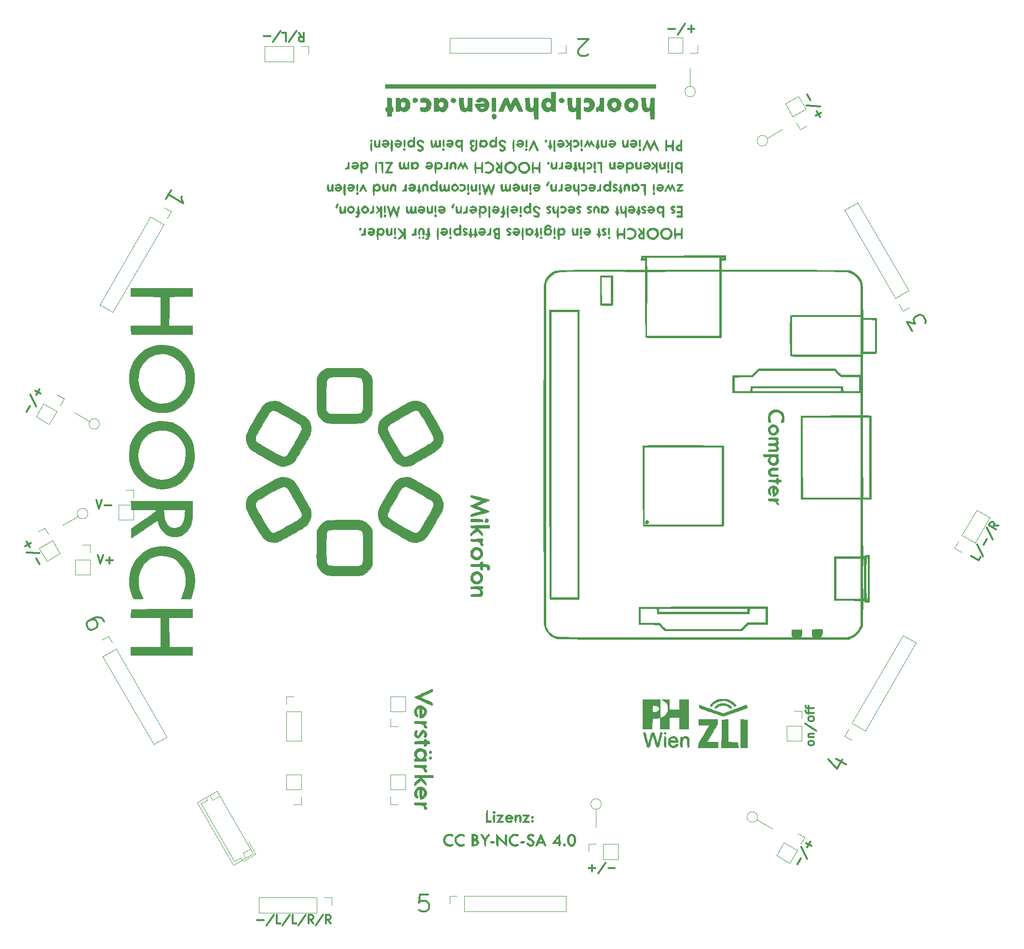
<source format=gbr>
G04 #@! TF.GenerationSoftware,KiCad,Pcbnew,5.1.4+dfsg1-1~bpo10+1*
G04 #@! TF.CreationDate,2019-09-28T19:59:17+02:00*
G04 #@! TF.ProjectId,hoorch,686f6f72-6368-42e6-9b69-6361645f7063,rev?*
G04 #@! TF.SameCoordinates,Original*
G04 #@! TF.FileFunction,Legend,Top*
G04 #@! TF.FilePolarity,Positive*
%FSLAX46Y46*%
G04 Gerber Fmt 4.6, Leading zero omitted, Abs format (unit mm)*
G04 Created by KiCad (PCBNEW 5.1.4+dfsg1-1~bpo10+1) date 2019-09-28 19:59:17*
%MOMM*%
%LPD*%
G04 APERTURE LIST*
%ADD10C,0.300000*%
%ADD11C,0.010000*%
%ADD12C,0.120000*%
G04 APERTURE END LIST*
D10*
X78588857Y-20149428D02*
X79088857Y-20863714D01*
X79446000Y-20149428D02*
X79446000Y-21649428D01*
X78874571Y-21649428D01*
X78731714Y-21578000D01*
X78660285Y-21506571D01*
X78588857Y-21363714D01*
X78588857Y-21149428D01*
X78660285Y-21006571D01*
X78731714Y-20935142D01*
X78874571Y-20863714D01*
X79446000Y-20863714D01*
X76874571Y-21720857D02*
X78160285Y-19792285D01*
X75660285Y-20149428D02*
X76374571Y-20149428D01*
X76374571Y-21649428D01*
X74088857Y-21720857D02*
X75374571Y-19792285D01*
X73588857Y-20720857D02*
X72446000Y-20720857D01*
X71295428Y-176129142D02*
X72438285Y-176129142D01*
X74224000Y-175129142D02*
X72938285Y-177057714D01*
X75438285Y-176700571D02*
X74724000Y-176700571D01*
X74724000Y-175200571D01*
X77009714Y-175129142D02*
X75724000Y-177057714D01*
X78224000Y-176700571D02*
X77509714Y-176700571D01*
X77509714Y-175200571D01*
X79795428Y-175129142D02*
X78509714Y-177057714D01*
X81152571Y-176700571D02*
X80652571Y-175986285D01*
X80295428Y-176700571D02*
X80295428Y-175200571D01*
X80866857Y-175200571D01*
X81009714Y-175272000D01*
X81081142Y-175343428D01*
X81152571Y-175486285D01*
X81152571Y-175700571D01*
X81081142Y-175843428D01*
X81009714Y-175914857D01*
X80866857Y-175986285D01*
X80295428Y-175986285D01*
X82866857Y-175129142D02*
X81581142Y-177057714D01*
X84224000Y-176700571D02*
X83724000Y-175986285D01*
X83366857Y-176700571D02*
X83366857Y-175200571D01*
X83938285Y-175200571D01*
X84081142Y-175272000D01*
X84152571Y-175343428D01*
X84224000Y-175486285D01*
X84224000Y-175700571D01*
X84152571Y-175843428D01*
X84081142Y-175914857D01*
X83938285Y-175986285D01*
X83366857Y-175986285D01*
X169080571Y-145093142D02*
X169009142Y-145236000D01*
X168937714Y-145307428D01*
X168794857Y-145378857D01*
X168366285Y-145378857D01*
X168223428Y-145307428D01*
X168152000Y-145236000D01*
X168080571Y-145093142D01*
X168080571Y-144878857D01*
X168152000Y-144736000D01*
X168223428Y-144664571D01*
X168366285Y-144593142D01*
X168794857Y-144593142D01*
X168937714Y-144664571D01*
X169009142Y-144736000D01*
X169080571Y-144878857D01*
X169080571Y-145093142D01*
X168080571Y-143950285D02*
X169080571Y-143950285D01*
X168223428Y-143950285D02*
X168152000Y-143878857D01*
X168080571Y-143736000D01*
X168080571Y-143521714D01*
X168152000Y-143378857D01*
X168294857Y-143307428D01*
X169080571Y-143307428D01*
X167509142Y-141521714D02*
X169437714Y-142807428D01*
X169080571Y-140807428D02*
X169009142Y-140950285D01*
X168937714Y-141021714D01*
X168794857Y-141093142D01*
X168366285Y-141093142D01*
X168223428Y-141021714D01*
X168152000Y-140950285D01*
X168080571Y-140807428D01*
X168080571Y-140593142D01*
X168152000Y-140450285D01*
X168223428Y-140378857D01*
X168366285Y-140307428D01*
X168794857Y-140307428D01*
X168937714Y-140378857D01*
X169009142Y-140450285D01*
X169080571Y-140593142D01*
X169080571Y-140807428D01*
X168080571Y-139878857D02*
X168080571Y-139307428D01*
X169080571Y-139664571D02*
X167794857Y-139664571D01*
X167652000Y-139593142D01*
X167580571Y-139450285D01*
X167580571Y-139307428D01*
X168080571Y-139021714D02*
X168080571Y-138450285D01*
X169080571Y-138807428D02*
X167794857Y-138807428D01*
X167652000Y-138736000D01*
X167580571Y-138593142D01*
X167580571Y-138450285D01*
X43021428Y-102302571D02*
X43521428Y-103802571D01*
X44021428Y-102302571D01*
X44521428Y-103231142D02*
X45664285Y-103231142D01*
X43275428Y-111954571D02*
X43775428Y-113454571D01*
X44275428Y-111954571D01*
X44775428Y-112883142D02*
X45918285Y-112883142D01*
X45346857Y-113454571D02*
X45346857Y-112311714D01*
X198330802Y-112225785D02*
X197973660Y-112844374D01*
X196674621Y-112094374D01*
X197755620Y-110079173D02*
X198782954Y-112156920D01*
X198871645Y-110146161D02*
X199443074Y-109156417D01*
X199469905Y-107109943D02*
X200497240Y-109187690D01*
X201509374Y-106720337D02*
X200640784Y-106796207D01*
X201080802Y-107462645D02*
X199781764Y-106712645D01*
X200067479Y-106217773D01*
X200200766Y-106129770D01*
X200298339Y-106103625D01*
X200457772Y-106113194D01*
X200643348Y-106220337D01*
X200731352Y-106353625D01*
X200757497Y-106451198D01*
X200747927Y-106610630D01*
X200462213Y-107105502D01*
X129540285Y-166985142D02*
X130683142Y-166985142D01*
X130111714Y-167556571D02*
X130111714Y-166413714D01*
X132468857Y-165985142D02*
X131183142Y-167913714D01*
X132968857Y-166985142D02*
X134111714Y-166985142D01*
X168436068Y-162304941D02*
X167864640Y-163294685D01*
X167655482Y-162514099D02*
X168645226Y-163085527D01*
X167837808Y-165341159D02*
X166810473Y-163263412D01*
X166721782Y-165274171D02*
X166150354Y-166263915D01*
X170145645Y-34945915D02*
X169574217Y-33956171D01*
X170354802Y-34165329D02*
X169365059Y-34736757D01*
X167815334Y-32909697D02*
X170128383Y-33058873D01*
X168431359Y-31976685D02*
X167859931Y-30986941D01*
X148081714Y-19450857D02*
X146938857Y-19450857D01*
X147510285Y-18879428D02*
X147510285Y-20022285D01*
X145153142Y-20450857D02*
X146438857Y-18522285D01*
X144653142Y-19450857D02*
X143510285Y-19450857D01*
X33054068Y-82802941D02*
X32482640Y-83792685D01*
X32273482Y-83012099D02*
X33263226Y-83583527D01*
X32455808Y-85839159D02*
X31428473Y-83761412D01*
X31339782Y-85772171D02*
X30768354Y-86761915D01*
X30768354Y-109580084D02*
X31339782Y-110569828D01*
X30559197Y-110360670D02*
X31548940Y-109789242D01*
X33098665Y-111616302D02*
X30785616Y-111467126D01*
X32482640Y-112549314D02*
X33054068Y-113539058D01*
X44380470Y-123625443D02*
X44094756Y-123130571D01*
X43828180Y-122954564D01*
X43633034Y-122902274D01*
X43119023Y-122869124D01*
X42552723Y-123031121D01*
X41562980Y-123602549D01*
X41386972Y-123869124D01*
X41334683Y-124064271D01*
X41353822Y-124383135D01*
X41639536Y-124878007D01*
X41906112Y-125054014D01*
X42101258Y-125106303D01*
X42420122Y-125087164D01*
X43038712Y-124730021D01*
X43214719Y-124463446D01*
X43267009Y-124268300D01*
X43247869Y-123949435D01*
X42962155Y-123454564D01*
X42695580Y-123278556D01*
X42500434Y-123226267D01*
X42181569Y-123245406D01*
X101298285Y-171585142D02*
X99869714Y-171585142D01*
X99726857Y-173013714D01*
X99869714Y-172870857D01*
X100155428Y-172728000D01*
X100869714Y-172728000D01*
X101155428Y-172870857D01*
X101298285Y-173013714D01*
X101441142Y-173299428D01*
X101441142Y-174013714D01*
X101298285Y-174299428D01*
X101155428Y-174442285D01*
X100869714Y-174585142D01*
X100155428Y-174585142D01*
X99869714Y-174442285D01*
X99726857Y-174299428D01*
X172956983Y-147773699D02*
X174689034Y-148773699D01*
X171610097Y-147820860D02*
X173108723Y-149510878D01*
X174037294Y-147902546D01*
X186275243Y-72553453D02*
X185346672Y-70945121D01*
X186836415Y-71239717D01*
X186622130Y-70868564D01*
X186602990Y-70549699D01*
X186655280Y-70354553D01*
X186831287Y-70087978D01*
X187449877Y-69730835D01*
X187768741Y-69711696D01*
X187963887Y-69763985D01*
X188230463Y-69939992D01*
X188659034Y-70682300D01*
X188678173Y-71001164D01*
X188625884Y-71196311D01*
X129381142Y-23963142D02*
X129238285Y-24106000D01*
X128952571Y-24248857D01*
X128238285Y-24248857D01*
X127952571Y-24106000D01*
X127809714Y-23963142D01*
X127666857Y-23677428D01*
X127666857Y-23391714D01*
X127809714Y-22963142D01*
X129524000Y-21248857D01*
X127666857Y-21248857D01*
X55292108Y-49339736D02*
X56149251Y-47855121D01*
X55720679Y-48597428D02*
X58318756Y-50097428D01*
X58090459Y-49635707D01*
X57985880Y-49245414D01*
X58005019Y-48926549D01*
D11*
G36*
X139808246Y-105802930D02*
G01*
X139859018Y-105827813D01*
X140010995Y-105980239D01*
X140036405Y-106166808D01*
X139956002Y-106338174D01*
X139790539Y-106444990D01*
X139598145Y-106448088D01*
X139440545Y-106341846D01*
X139392366Y-106158415D01*
X139462997Y-105957232D01*
X139511488Y-105899550D01*
X139662815Y-105787393D01*
X139808246Y-105802930D01*
X139808246Y-105802930D01*
G37*
X139808246Y-105802930D02*
X139859018Y-105827813D01*
X140010995Y-105980239D01*
X140036405Y-106166808D01*
X139956002Y-106338174D01*
X139790539Y-106444990D01*
X139598145Y-106448088D01*
X139440545Y-106341846D01*
X139392366Y-106158415D01*
X139462997Y-105957232D01*
X139511488Y-105899550D01*
X139662815Y-105787393D01*
X139808246Y-105802930D01*
G36*
X133753431Y-65356889D02*
G01*
X133758575Y-66123079D01*
X133758916Y-66734879D01*
X133753978Y-67207179D01*
X133743285Y-67554868D01*
X133726360Y-67792834D01*
X133702726Y-67935965D01*
X133671906Y-67999152D01*
X133668765Y-68001425D01*
X133528601Y-68038254D01*
X133271975Y-68062122D01*
X132938938Y-68073708D01*
X132569543Y-68073686D01*
X132203841Y-68062734D01*
X131881883Y-68041527D01*
X131643721Y-68010742D01*
X131529408Y-67971055D01*
X131525719Y-67965242D01*
X131516133Y-67856413D01*
X131508825Y-67600137D01*
X131503948Y-67218287D01*
X131501655Y-66732734D01*
X131502098Y-66165352D01*
X131505430Y-65538013D01*
X131507209Y-65319408D01*
X131527045Y-63076667D01*
X131741334Y-63076667D01*
X131741334Y-65348556D01*
X131743357Y-65952531D01*
X131749063Y-66500286D01*
X131757903Y-66969209D01*
X131769329Y-67336686D01*
X131782792Y-67580106D01*
X131797745Y-67676856D01*
X131797778Y-67676889D01*
X131902095Y-67701518D01*
X132135012Y-67720701D01*
X132455817Y-67731726D01*
X132644445Y-67733334D01*
X133434667Y-67733334D01*
X133434667Y-63076667D01*
X131741334Y-63076667D01*
X131527045Y-63076667D01*
X131529667Y-62780334D01*
X133731000Y-62780334D01*
X133753431Y-65356889D01*
X133753431Y-65356889D01*
G37*
X133753431Y-65356889D02*
X133758575Y-66123079D01*
X133758916Y-66734879D01*
X133753978Y-67207179D01*
X133743285Y-67554868D01*
X133726360Y-67792834D01*
X133702726Y-67935965D01*
X133671906Y-67999152D01*
X133668765Y-68001425D01*
X133528601Y-68038254D01*
X133271975Y-68062122D01*
X132938938Y-68073708D01*
X132569543Y-68073686D01*
X132203841Y-68062734D01*
X131881883Y-68041527D01*
X131643721Y-68010742D01*
X131529408Y-67971055D01*
X131525719Y-67965242D01*
X131516133Y-67856413D01*
X131508825Y-67600137D01*
X131503948Y-67218287D01*
X131501655Y-66732734D01*
X131502098Y-66165352D01*
X131505430Y-65538013D01*
X131507209Y-65319408D01*
X131527045Y-63076667D01*
X131741334Y-63076667D01*
X131741334Y-65348556D01*
X131743357Y-65952531D01*
X131749063Y-66500286D01*
X131757903Y-66969209D01*
X131769329Y-67336686D01*
X131782792Y-67580106D01*
X131797745Y-67676856D01*
X131797778Y-67676889D01*
X131902095Y-67701518D01*
X132135012Y-67720701D01*
X132455817Y-67731726D01*
X132644445Y-67733334D01*
X133434667Y-67733334D01*
X133434667Y-63076667D01*
X131741334Y-63076667D01*
X131527045Y-63076667D01*
X131529667Y-62780334D01*
X133731000Y-62780334D01*
X133753431Y-65356889D01*
G36*
X162898293Y-86432212D02*
G01*
X163303766Y-86653175D01*
X163601204Y-86967527D01*
X163725629Y-87234811D01*
X163803631Y-87603594D01*
X163826297Y-88010249D01*
X163794145Y-88344910D01*
X163738025Y-88547589D01*
X163640023Y-88631201D01*
X163484518Y-88646000D01*
X163314660Y-88631396D01*
X163280299Y-88568980D01*
X163310803Y-88497588D01*
X163387831Y-88246156D01*
X163423049Y-87888307D01*
X163419435Y-87615330D01*
X163330820Y-87339580D01*
X163126137Y-87071855D01*
X162852736Y-86864540D01*
X162673874Y-86790514D01*
X162286430Y-86758672D01*
X161943000Y-86868538D01*
X161662736Y-87094317D01*
X161464793Y-87410217D01*
X161368325Y-87790448D01*
X161392486Y-88209215D01*
X161457238Y-88428822D01*
X161500005Y-88585050D01*
X161438858Y-88640234D01*
X161333217Y-88646000D01*
X161119086Y-88570549D01*
X161029848Y-88465171D01*
X160980661Y-88276116D01*
X160960730Y-87982521D01*
X160966734Y-87755668D01*
X161066496Y-87235107D01*
X161287934Y-86829574D01*
X161624288Y-86545578D01*
X162068799Y-86389626D01*
X162416275Y-86360000D01*
X162898293Y-86432212D01*
X162898293Y-86432212D01*
G37*
X162898293Y-86432212D02*
X163303766Y-86653175D01*
X163601204Y-86967527D01*
X163725629Y-87234811D01*
X163803631Y-87603594D01*
X163826297Y-88010249D01*
X163794145Y-88344910D01*
X163738025Y-88547589D01*
X163640023Y-88631201D01*
X163484518Y-88646000D01*
X163314660Y-88631396D01*
X163280299Y-88568980D01*
X163310803Y-88497588D01*
X163387831Y-88246156D01*
X163423049Y-87888307D01*
X163419435Y-87615330D01*
X163330820Y-87339580D01*
X163126137Y-87071855D01*
X162852736Y-86864540D01*
X162673874Y-86790514D01*
X162286430Y-86758672D01*
X161943000Y-86868538D01*
X161662736Y-87094317D01*
X161464793Y-87410217D01*
X161368325Y-87790448D01*
X161392486Y-88209215D01*
X161457238Y-88428822D01*
X161500005Y-88585050D01*
X161438858Y-88640234D01*
X161333217Y-88646000D01*
X161119086Y-88570549D01*
X161029848Y-88465171D01*
X160980661Y-88276116D01*
X160960730Y-87982521D01*
X160966734Y-87755668D01*
X161066496Y-87235107D01*
X161287934Y-86829574D01*
X161624288Y-86545578D01*
X162068799Y-86389626D01*
X162416275Y-86360000D01*
X162898293Y-86432212D01*
G36*
X162251301Y-89061402D02*
G01*
X162533570Y-89266014D01*
X162749125Y-89560111D01*
X162781201Y-89629426D01*
X162845672Y-89972909D01*
X162771886Y-90298549D01*
X162588779Y-90577635D01*
X162325285Y-90781450D01*
X162010341Y-90881280D01*
X161672882Y-90848412D01*
X161586334Y-90815175D01*
X161258852Y-90594143D01*
X161058555Y-90305997D01*
X160985378Y-90009675D01*
X161380003Y-90009675D01*
X161488373Y-90275377D01*
X161544000Y-90339334D01*
X161790036Y-90487638D01*
X162053345Y-90471057D01*
X162279377Y-90324575D01*
X162445968Y-90074833D01*
X162449029Y-89808356D01*
X162327167Y-89594070D01*
X162083150Y-89401741D01*
X161829796Y-89378474D01*
X161599637Y-89497329D01*
X161418229Y-89733090D01*
X161380003Y-90009675D01*
X160985378Y-90009675D01*
X160978909Y-89983480D01*
X161013377Y-89659335D01*
X161155424Y-89366305D01*
X161398513Y-89137135D01*
X161736110Y-89004566D01*
X161951711Y-88984667D01*
X162251301Y-89061402D01*
X162251301Y-89061402D01*
G37*
X162251301Y-89061402D02*
X162533570Y-89266014D01*
X162749125Y-89560111D01*
X162781201Y-89629426D01*
X162845672Y-89972909D01*
X162771886Y-90298549D01*
X162588779Y-90577635D01*
X162325285Y-90781450D01*
X162010341Y-90881280D01*
X161672882Y-90848412D01*
X161586334Y-90815175D01*
X161258852Y-90594143D01*
X161058555Y-90305997D01*
X160985378Y-90009675D01*
X161380003Y-90009675D01*
X161488373Y-90275377D01*
X161544000Y-90339334D01*
X161790036Y-90487638D01*
X162053345Y-90471057D01*
X162279377Y-90324575D01*
X162445968Y-90074833D01*
X162449029Y-89808356D01*
X162327167Y-89594070D01*
X162083150Y-89401741D01*
X161829796Y-89378474D01*
X161599637Y-89497329D01*
X161418229Y-89733090D01*
X161380003Y-90009675D01*
X160985378Y-90009675D01*
X160978909Y-89983480D01*
X161013377Y-89659335D01*
X161155424Y-89366305D01*
X161398513Y-89137135D01*
X161736110Y-89004566D01*
X161951711Y-88984667D01*
X162251301Y-89061402D01*
G36*
X162321595Y-91272790D02*
G01*
X162578810Y-91282961D01*
X162726584Y-91306883D01*
X162794855Y-91350257D01*
X162813560Y-91418787D01*
X162814000Y-91440000D01*
X162755891Y-91581705D01*
X162673878Y-91609334D01*
X162584745Y-91623106D01*
X162611449Y-91691448D01*
X162684461Y-91775861D01*
X162808817Y-92012833D01*
X162821769Y-92278765D01*
X162720795Y-92500277D01*
X162709755Y-92511864D01*
X162637715Y-92612594D01*
X162645809Y-92734412D01*
X162738153Y-92938966D01*
X162738284Y-92939223D01*
X162833408Y-93171936D01*
X162831377Y-93340916D01*
X162798104Y-93420085D01*
X162711775Y-93558306D01*
X162603643Y-93646905D01*
X162436919Y-93696855D01*
X162174819Y-93719128D01*
X161780555Y-93724697D01*
X161776834Y-93724704D01*
X161420842Y-93722359D01*
X161201477Y-93708861D01*
X161086070Y-93676802D01*
X161041957Y-93618771D01*
X161036000Y-93556667D01*
X161052167Y-93467261D01*
X161124934Y-93416256D01*
X161290698Y-93393130D01*
X161585859Y-93387361D01*
X161621742Y-93387334D01*
X162015237Y-93378815D01*
X162268484Y-93346522D01*
X162410014Y-93280345D01*
X162468360Y-93170175D01*
X162475334Y-93084921D01*
X162426357Y-92906205D01*
X162266939Y-92789477D01*
X161978344Y-92726788D01*
X161591900Y-92710000D01*
X161294161Y-92706274D01*
X161127688Y-92685594D01*
X161054435Y-92633707D01*
X161036357Y-92536363D01*
X161036000Y-92501758D01*
X161044180Y-92399409D01*
X161091368Y-92336023D01*
X161211542Y-92300275D01*
X161438675Y-92280841D01*
X161734500Y-92268924D01*
X162076962Y-92254723D01*
X162285507Y-92233419D01*
X162395465Y-92192473D01*
X162442166Y-92119348D01*
X162459787Y-92011541D01*
X162431903Y-91828218D01*
X162288113Y-91704709D01*
X162012607Y-91634113D01*
X161589575Y-91609527D01*
X161538488Y-91609334D01*
X161256633Y-91603020D01*
X161105007Y-91575339D01*
X161044707Y-91513181D01*
X161036000Y-91440000D01*
X161047147Y-91364458D01*
X161100545Y-91315465D01*
X161226134Y-91287317D01*
X161453849Y-91274314D01*
X161813631Y-91270751D01*
X161925000Y-91270667D01*
X162321595Y-91272790D01*
X162321595Y-91272790D01*
G37*
X162321595Y-91272790D02*
X162578810Y-91282961D01*
X162726584Y-91306883D01*
X162794855Y-91350257D01*
X162813560Y-91418787D01*
X162814000Y-91440000D01*
X162755891Y-91581705D01*
X162673878Y-91609334D01*
X162584745Y-91623106D01*
X162611449Y-91691448D01*
X162684461Y-91775861D01*
X162808817Y-92012833D01*
X162821769Y-92278765D01*
X162720795Y-92500277D01*
X162709755Y-92511864D01*
X162637715Y-92612594D01*
X162645809Y-92734412D01*
X162738153Y-92938966D01*
X162738284Y-92939223D01*
X162833408Y-93171936D01*
X162831377Y-93340916D01*
X162798104Y-93420085D01*
X162711775Y-93558306D01*
X162603643Y-93646905D01*
X162436919Y-93696855D01*
X162174819Y-93719128D01*
X161780555Y-93724697D01*
X161776834Y-93724704D01*
X161420842Y-93722359D01*
X161201477Y-93708861D01*
X161086070Y-93676802D01*
X161041957Y-93618771D01*
X161036000Y-93556667D01*
X161052167Y-93467261D01*
X161124934Y-93416256D01*
X161290698Y-93393130D01*
X161585859Y-93387361D01*
X161621742Y-93387334D01*
X162015237Y-93378815D01*
X162268484Y-93346522D01*
X162410014Y-93280345D01*
X162468360Y-93170175D01*
X162475334Y-93084921D01*
X162426357Y-92906205D01*
X162266939Y-92789477D01*
X161978344Y-92726788D01*
X161591900Y-92710000D01*
X161294161Y-92706274D01*
X161127688Y-92685594D01*
X161054435Y-92633707D01*
X161036357Y-92536363D01*
X161036000Y-92501758D01*
X161044180Y-92399409D01*
X161091368Y-92336023D01*
X161211542Y-92300275D01*
X161438675Y-92280841D01*
X161734500Y-92268924D01*
X162076962Y-92254723D01*
X162285507Y-92233419D01*
X162395465Y-92192473D01*
X162442166Y-92119348D01*
X162459787Y-92011541D01*
X162431903Y-91828218D01*
X162288113Y-91704709D01*
X162012607Y-91634113D01*
X161589575Y-91609527D01*
X161538488Y-91609334D01*
X161256633Y-91603020D01*
X161105007Y-91575339D01*
X161044707Y-91513181D01*
X161036000Y-91440000D01*
X161047147Y-91364458D01*
X161100545Y-91315465D01*
X161226134Y-91287317D01*
X161453849Y-91274314D01*
X161813631Y-91270751D01*
X161925000Y-91270667D01*
X162321595Y-91272790D01*
G36*
X162814000Y-94445667D02*
G01*
X162773649Y-94610143D01*
X162697622Y-94657334D01*
X162639735Y-94690770D01*
X162664634Y-94811811D01*
X162744623Y-94987550D01*
X162842857Y-95212392D01*
X162860540Y-95377323D01*
X162802922Y-95568422D01*
X162783004Y-95616926D01*
X162574046Y-95914831D01*
X162264471Y-96106287D01*
X161896698Y-96175472D01*
X161513151Y-96106565D01*
X161492194Y-96098354D01*
X161256715Y-95933935D01*
X161062121Y-95680611D01*
X160957707Y-95407984D01*
X160951334Y-95334667D01*
X160965217Y-95273552D01*
X161362163Y-95273552D01*
X161441426Y-95505242D01*
X161522431Y-95609834D01*
X161734516Y-95733331D01*
X161999807Y-95741989D01*
X162248828Y-95637684D01*
X162306000Y-95588667D01*
X162446912Y-95348389D01*
X162458795Y-95082114D01*
X162355583Y-94841472D01*
X162151209Y-94678095D01*
X162052000Y-94647419D01*
X161771619Y-94655936D01*
X161535401Y-94774176D01*
X161401655Y-94972709D01*
X161400733Y-94976123D01*
X161362163Y-95273552D01*
X160965217Y-95273552D01*
X161003918Y-95103201D01*
X161126812Y-94880418D01*
X161302290Y-94657334D01*
X160745812Y-94657334D01*
X160447944Y-94653718D01*
X160281341Y-94633223D01*
X160207954Y-94581376D01*
X160189732Y-94483703D01*
X160189334Y-94445667D01*
X160189334Y-94234000D01*
X162814000Y-94234000D01*
X162814000Y-94445667D01*
X162814000Y-94445667D01*
G37*
X162814000Y-94445667D02*
X162773649Y-94610143D01*
X162697622Y-94657334D01*
X162639735Y-94690770D01*
X162664634Y-94811811D01*
X162744623Y-94987550D01*
X162842857Y-95212392D01*
X162860540Y-95377323D01*
X162802922Y-95568422D01*
X162783004Y-95616926D01*
X162574046Y-95914831D01*
X162264471Y-96106287D01*
X161896698Y-96175472D01*
X161513151Y-96106565D01*
X161492194Y-96098354D01*
X161256715Y-95933935D01*
X161062121Y-95680611D01*
X160957707Y-95407984D01*
X160951334Y-95334667D01*
X160965217Y-95273552D01*
X161362163Y-95273552D01*
X161441426Y-95505242D01*
X161522431Y-95609834D01*
X161734516Y-95733331D01*
X161999807Y-95741989D01*
X162248828Y-95637684D01*
X162306000Y-95588667D01*
X162446912Y-95348389D01*
X162458795Y-95082114D01*
X162355583Y-94841472D01*
X162151209Y-94678095D01*
X162052000Y-94647419D01*
X161771619Y-94655936D01*
X161535401Y-94774176D01*
X161401655Y-94972709D01*
X161400733Y-94976123D01*
X161362163Y-95273552D01*
X160965217Y-95273552D01*
X161003918Y-95103201D01*
X161126812Y-94880418D01*
X161302290Y-94657334D01*
X160745812Y-94657334D01*
X160447944Y-94653718D01*
X160281341Y-94633223D01*
X160207954Y-94581376D01*
X160189732Y-94483703D01*
X160189334Y-94445667D01*
X160189334Y-94234000D01*
X162814000Y-94234000D01*
X162814000Y-94445667D01*
G36*
X162475348Y-96607067D02*
G01*
X162678106Y-96620549D01*
X162777093Y-96654536D01*
X162805088Y-96718449D01*
X162798722Y-96795167D01*
X162771387Y-96891042D01*
X162698931Y-96951940D01*
X162545702Y-96989645D01*
X162276051Y-97015941D01*
X162094334Y-97028000D01*
X161758450Y-97051157D01*
X161555660Y-97078738D01*
X161450047Y-97125612D01*
X161405693Y-97206648D01*
X161388570Y-97320158D01*
X161404314Y-97535864D01*
X161522742Y-97678758D01*
X161763345Y-97759631D01*
X162145617Y-97789270D01*
X162237516Y-97790000D01*
X162543822Y-97794821D01*
X162717561Y-97816461D01*
X162795390Y-97865689D01*
X162813969Y-97953272D01*
X162814000Y-97959334D01*
X162800482Y-98042018D01*
X162737743Y-98092361D01*
X162592511Y-98118273D01*
X162331510Y-98127668D01*
X162101860Y-98128667D01*
X161751541Y-98125612D01*
X161525886Y-98108119D01*
X161380236Y-98063698D01*
X161269933Y-97979857D01*
X161170526Y-97868171D01*
X160985085Y-97549671D01*
X160968337Y-97238522D01*
X161120156Y-96939226D01*
X161198821Y-96852154D01*
X161333704Y-96728883D01*
X161465762Y-96655174D01*
X161642921Y-96618372D01*
X161913106Y-96605821D01*
X162136043Y-96604667D01*
X162475348Y-96607067D01*
X162475348Y-96607067D01*
G37*
X162475348Y-96607067D02*
X162678106Y-96620549D01*
X162777093Y-96654536D01*
X162805088Y-96718449D01*
X162798722Y-96795167D01*
X162771387Y-96891042D01*
X162698931Y-96951940D01*
X162545702Y-96989645D01*
X162276051Y-97015941D01*
X162094334Y-97028000D01*
X161758450Y-97051157D01*
X161555660Y-97078738D01*
X161450047Y-97125612D01*
X161405693Y-97206648D01*
X161388570Y-97320158D01*
X161404314Y-97535864D01*
X161522742Y-97678758D01*
X161763345Y-97759631D01*
X162145617Y-97789270D01*
X162237516Y-97790000D01*
X162543822Y-97794821D01*
X162717561Y-97816461D01*
X162795390Y-97865689D01*
X162813969Y-97953272D01*
X162814000Y-97959334D01*
X162800482Y-98042018D01*
X162737743Y-98092361D01*
X162592511Y-98118273D01*
X162331510Y-98127668D01*
X162101860Y-98128667D01*
X161751541Y-98125612D01*
X161525886Y-98108119D01*
X161380236Y-98063698D01*
X161269933Y-97979857D01*
X161170526Y-97868171D01*
X160985085Y-97549671D01*
X160968337Y-97238522D01*
X161120156Y-96939226D01*
X161198821Y-96852154D01*
X161333704Y-96728883D01*
X161465762Y-96655174D01*
X161642921Y-96618372D01*
X161913106Y-96605821D01*
X162136043Y-96604667D01*
X162475348Y-96607067D01*
G36*
X162786171Y-98442535D02*
G01*
X162814000Y-98552000D01*
X162853916Y-98675947D01*
X163002433Y-98719587D01*
X163068000Y-98721334D01*
X163253920Y-98747944D01*
X163319380Y-98846955D01*
X163322000Y-98890667D01*
X163282084Y-99014614D01*
X163133567Y-99058253D01*
X163068000Y-99060000D01*
X162886473Y-99082781D01*
X162820066Y-99179621D01*
X162814000Y-99271667D01*
X162759676Y-99438326D01*
X162639323Y-99492604D01*
X162516870Y-99430679D01*
X162460055Y-99292834D01*
X162434448Y-99198670D01*
X162366923Y-99139921D01*
X162222280Y-99106151D01*
X161965317Y-99086924D01*
X161734500Y-99077743D01*
X161389802Y-99061786D01*
X161181132Y-99037701D01*
X161075186Y-98996406D01*
X161038661Y-98928818D01*
X161036000Y-98887243D01*
X161050210Y-98806505D01*
X161114852Y-98757181D01*
X161262947Y-98731660D01*
X161527513Y-98722328D01*
X161755667Y-98721334D01*
X162105590Y-98718182D01*
X162319331Y-98703535D01*
X162429999Y-98669601D01*
X162470706Y-98608589D01*
X162475334Y-98552000D01*
X162535202Y-98410496D01*
X162644667Y-98382667D01*
X162786171Y-98442535D01*
X162786171Y-98442535D01*
G37*
X162786171Y-98442535D02*
X162814000Y-98552000D01*
X162853916Y-98675947D01*
X163002433Y-98719587D01*
X163068000Y-98721334D01*
X163253920Y-98747944D01*
X163319380Y-98846955D01*
X163322000Y-98890667D01*
X163282084Y-99014614D01*
X163133567Y-99058253D01*
X163068000Y-99060000D01*
X162886473Y-99082781D01*
X162820066Y-99179621D01*
X162814000Y-99271667D01*
X162759676Y-99438326D01*
X162639323Y-99492604D01*
X162516870Y-99430679D01*
X162460055Y-99292834D01*
X162434448Y-99198670D01*
X162366923Y-99139921D01*
X162222280Y-99106151D01*
X161965317Y-99086924D01*
X161734500Y-99077743D01*
X161389802Y-99061786D01*
X161181132Y-99037701D01*
X161075186Y-98996406D01*
X161038661Y-98928818D01*
X161036000Y-98887243D01*
X161050210Y-98806505D01*
X161114852Y-98757181D01*
X161262947Y-98731660D01*
X161527513Y-98722328D01*
X161755667Y-98721334D01*
X162105590Y-98718182D01*
X162319331Y-98703535D01*
X162429999Y-98669601D01*
X162470706Y-98608589D01*
X162475334Y-98552000D01*
X162535202Y-98410496D01*
X162644667Y-98382667D01*
X162786171Y-98442535D01*
G36*
X162257636Y-99786811D02*
G01*
X162534117Y-99952874D01*
X162734848Y-100204381D01*
X162830181Y-100523024D01*
X162790469Y-100890493D01*
X162781758Y-100917894D01*
X162658403Y-101140435D01*
X162464053Y-101343829D01*
X162240307Y-101499939D01*
X162028761Y-101580630D01*
X161871012Y-101557765D01*
X161855376Y-101544487D01*
X161828999Y-101438624D01*
X161809020Y-101207083D01*
X161798717Y-100893489D01*
X161798000Y-100781556D01*
X161794892Y-100626334D01*
X162136667Y-100626334D01*
X162149327Y-100922200D01*
X162193601Y-101064688D01*
X162278929Y-101068297D01*
X162373734Y-100990400D01*
X162461227Y-100799338D01*
X162459915Y-100540375D01*
X162387688Y-100324434D01*
X162278344Y-100178828D01*
X162197582Y-100196062D01*
X162149297Y-100371451D01*
X162136667Y-100626334D01*
X161794892Y-100626334D01*
X161790443Y-100404194D01*
X161762799Y-100180312D01*
X161707608Y-100094528D01*
X161617408Y-100131460D01*
X161527658Y-100224167D01*
X161362852Y-100492979D01*
X161352253Y-100765544D01*
X161428685Y-100977666D01*
X161512025Y-101199295D01*
X161498375Y-101332893D01*
X161470385Y-101368816D01*
X161366606Y-101407746D01*
X161225881Y-101317878D01*
X161183226Y-101276856D01*
X161057525Y-101101100D01*
X161001794Y-100865308D01*
X160993667Y-100659370D01*
X161008349Y-100382747D01*
X161073094Y-100198600D01*
X161218945Y-100031142D01*
X161270169Y-99984388D01*
X161596015Y-99784259D01*
X161935053Y-99724504D01*
X162257636Y-99786811D01*
X162257636Y-99786811D01*
G37*
X162257636Y-99786811D02*
X162534117Y-99952874D01*
X162734848Y-100204381D01*
X162830181Y-100523024D01*
X162790469Y-100890493D01*
X162781758Y-100917894D01*
X162658403Y-101140435D01*
X162464053Y-101343829D01*
X162240307Y-101499939D01*
X162028761Y-101580630D01*
X161871012Y-101557765D01*
X161855376Y-101544487D01*
X161828999Y-101438624D01*
X161809020Y-101207083D01*
X161798717Y-100893489D01*
X161798000Y-100781556D01*
X161794892Y-100626334D01*
X162136667Y-100626334D01*
X162149327Y-100922200D01*
X162193601Y-101064688D01*
X162278929Y-101068297D01*
X162373734Y-100990400D01*
X162461227Y-100799338D01*
X162459915Y-100540375D01*
X162387688Y-100324434D01*
X162278344Y-100178828D01*
X162197582Y-100196062D01*
X162149297Y-100371451D01*
X162136667Y-100626334D01*
X161794892Y-100626334D01*
X161790443Y-100404194D01*
X161762799Y-100180312D01*
X161707608Y-100094528D01*
X161617408Y-100131460D01*
X161527658Y-100224167D01*
X161362852Y-100492979D01*
X161352253Y-100765544D01*
X161428685Y-100977666D01*
X161512025Y-101199295D01*
X161498375Y-101332893D01*
X161470385Y-101368816D01*
X161366606Y-101407746D01*
X161225881Y-101317878D01*
X161183226Y-101276856D01*
X161057525Y-101101100D01*
X161001794Y-100865308D01*
X160993667Y-100659370D01*
X161008349Y-100382747D01*
X161073094Y-100198600D01*
X161218945Y-100031142D01*
X161270169Y-99984388D01*
X161596015Y-99784259D01*
X161935053Y-99724504D01*
X162257636Y-99786811D01*
G36*
X162814000Y-102235000D02*
G01*
X162769122Y-102406199D01*
X162684465Y-102446667D01*
X162616685Y-102472025D01*
X162651356Y-102569317D01*
X162736770Y-102692618D01*
X162856879Y-102913632D01*
X162851764Y-103058926D01*
X162730776Y-103105950D01*
X162581167Y-103067927D01*
X162489938Y-102957334D01*
X162475334Y-102876067D01*
X162407596Y-102663506D01*
X162200057Y-102524442D01*
X161846230Y-102455689D01*
X161600833Y-102446667D01*
X161300218Y-102443177D01*
X161131145Y-102423270D01*
X161055839Y-102372790D01*
X161036525Y-102277580D01*
X161036000Y-102235000D01*
X161036000Y-102023334D01*
X162814000Y-102023334D01*
X162814000Y-102235000D01*
X162814000Y-102235000D01*
G37*
X162814000Y-102235000D02*
X162769122Y-102406199D01*
X162684465Y-102446667D01*
X162616685Y-102472025D01*
X162651356Y-102569317D01*
X162736770Y-102692618D01*
X162856879Y-102913632D01*
X162851764Y-103058926D01*
X162730776Y-103105950D01*
X162581167Y-103067927D01*
X162489938Y-102957334D01*
X162475334Y-102876067D01*
X162407596Y-102663506D01*
X162200057Y-102524442D01*
X161846230Y-102455689D01*
X161600833Y-102446667D01*
X161300218Y-102443177D01*
X161131145Y-102423270D01*
X161055839Y-102372790D01*
X161036525Y-102277580D01*
X161036000Y-102235000D01*
X161036000Y-102023334D01*
X162814000Y-102023334D01*
X162814000Y-102235000D01*
G36*
X144375714Y-92642667D02*
G01*
X145424940Y-92644216D01*
X146113500Y-92646017D01*
X153204334Y-92667667D01*
X153225987Y-99718637D01*
X153229519Y-101022731D01*
X153231523Y-102166643D01*
X153231889Y-103159521D01*
X153230507Y-104010510D01*
X153227269Y-104728758D01*
X153222066Y-105323410D01*
X153214788Y-105803613D01*
X153205326Y-106178514D01*
X153193571Y-106457257D01*
X153179413Y-106648992D01*
X153162744Y-106762862D01*
X153143454Y-106808015D01*
X153141320Y-106809124D01*
X153036561Y-106817586D01*
X152779329Y-106825524D01*
X152384845Y-106832912D01*
X151868333Y-106839725D01*
X151245014Y-106845935D01*
X150530109Y-106851518D01*
X149738843Y-106856448D01*
X148886436Y-106860698D01*
X147988110Y-106864242D01*
X147059088Y-106867055D01*
X146114592Y-106869111D01*
X145169845Y-106870383D01*
X144240067Y-106870847D01*
X143340482Y-106870475D01*
X142486311Y-106869242D01*
X141692777Y-106867123D01*
X140975102Y-106864090D01*
X140348507Y-106860119D01*
X139828215Y-106855183D01*
X139429449Y-106849256D01*
X139167429Y-106842313D01*
X139057380Y-106834327D01*
X139054964Y-106833120D01*
X139050945Y-106744324D01*
X139046992Y-106500675D01*
X139043141Y-106116651D01*
X139039422Y-105606732D01*
X139035871Y-104985398D01*
X139032520Y-104267127D01*
X139029403Y-103466399D01*
X139026552Y-102597694D01*
X139024002Y-101675492D01*
X139021786Y-100714270D01*
X139019937Y-99728510D01*
X139018488Y-98732689D01*
X139017472Y-97741289D01*
X139016924Y-96768787D01*
X139016876Y-95829665D01*
X139017362Y-94938400D01*
X139018415Y-94109472D01*
X139020069Y-93357362D01*
X139021430Y-92964000D01*
X139276667Y-92964000D01*
X139276667Y-106595334D01*
X152908000Y-106595334D01*
X152908000Y-92964000D01*
X139276667Y-92964000D01*
X139021430Y-92964000D01*
X139022356Y-92696548D01*
X139022391Y-92688350D01*
X139105035Y-92678862D01*
X139344624Y-92670304D01*
X139728770Y-92662751D01*
X140245088Y-92656276D01*
X140881190Y-92650954D01*
X141624690Y-92646858D01*
X142463202Y-92644062D01*
X143384339Y-92642641D01*
X144375714Y-92642667D01*
X144375714Y-92642667D01*
G37*
X144375714Y-92642667D02*
X145424940Y-92644216D01*
X146113500Y-92646017D01*
X153204334Y-92667667D01*
X153225987Y-99718637D01*
X153229519Y-101022731D01*
X153231523Y-102166643D01*
X153231889Y-103159521D01*
X153230507Y-104010510D01*
X153227269Y-104728758D01*
X153222066Y-105323410D01*
X153214788Y-105803613D01*
X153205326Y-106178514D01*
X153193571Y-106457257D01*
X153179413Y-106648992D01*
X153162744Y-106762862D01*
X153143454Y-106808015D01*
X153141320Y-106809124D01*
X153036561Y-106817586D01*
X152779329Y-106825524D01*
X152384845Y-106832912D01*
X151868333Y-106839725D01*
X151245014Y-106845935D01*
X150530109Y-106851518D01*
X149738843Y-106856448D01*
X148886436Y-106860698D01*
X147988110Y-106864242D01*
X147059088Y-106867055D01*
X146114592Y-106869111D01*
X145169845Y-106870383D01*
X144240067Y-106870847D01*
X143340482Y-106870475D01*
X142486311Y-106869242D01*
X141692777Y-106867123D01*
X140975102Y-106864090D01*
X140348507Y-106860119D01*
X139828215Y-106855183D01*
X139429449Y-106849256D01*
X139167429Y-106842313D01*
X139057380Y-106834327D01*
X139054964Y-106833120D01*
X139050945Y-106744324D01*
X139046992Y-106500675D01*
X139043141Y-106116651D01*
X139039422Y-105606732D01*
X139035871Y-104985398D01*
X139032520Y-104267127D01*
X139029403Y-103466399D01*
X139026552Y-102597694D01*
X139024002Y-101675492D01*
X139021786Y-100714270D01*
X139019937Y-99728510D01*
X139018488Y-98732689D01*
X139017472Y-97741289D01*
X139016924Y-96768787D01*
X139016876Y-95829665D01*
X139017362Y-94938400D01*
X139018415Y-94109472D01*
X139020069Y-93357362D01*
X139021430Y-92964000D01*
X139276667Y-92964000D01*
X139276667Y-106595334D01*
X152908000Y-106595334D01*
X152908000Y-92964000D01*
X139276667Y-92964000D01*
X139021430Y-92964000D01*
X139022356Y-92696548D01*
X139022391Y-92688350D01*
X139105035Y-92678862D01*
X139344624Y-92670304D01*
X139728770Y-92662751D01*
X140245088Y-92656276D01*
X140881190Y-92650954D01*
X141624690Y-92646858D01*
X142463202Y-92644062D01*
X143384339Y-92642641D01*
X144375714Y-92642667D01*
G36*
X127825639Y-94255167D02*
G01*
X127804334Y-119676334D01*
X125258497Y-119698719D01*
X124618085Y-119702485D01*
X124032933Y-119702353D01*
X123524337Y-119698611D01*
X123113594Y-119691548D01*
X122822003Y-119681452D01*
X122670860Y-119668612D01*
X122654997Y-119663441D01*
X122650312Y-119575138D01*
X122645727Y-119324069D01*
X122641258Y-118916798D01*
X122636918Y-118359892D01*
X122632724Y-117659916D01*
X122628690Y-116823438D01*
X122624831Y-115857023D01*
X122621161Y-114767237D01*
X122617696Y-113560647D01*
X122614450Y-112243817D01*
X122611439Y-110823315D01*
X122608676Y-109305707D01*
X122606178Y-107697558D01*
X122603959Y-106005434D01*
X122602034Y-104235903D01*
X122600417Y-102395528D01*
X122599124Y-100490878D01*
X122598170Y-98528517D01*
X122597569Y-96515013D01*
X122597336Y-94456930D01*
X122597334Y-94219889D01*
X122597334Y-69172667D01*
X122936000Y-69172667D01*
X122936000Y-119382722D01*
X125243167Y-119360194D01*
X127550334Y-119337667D01*
X127571641Y-94255167D01*
X127592949Y-69172667D01*
X122936000Y-69172667D01*
X122597334Y-69172667D01*
X122597334Y-68834000D01*
X127846945Y-68834000D01*
X127825639Y-94255167D01*
X127825639Y-94255167D01*
G37*
X127825639Y-94255167D02*
X127804334Y-119676334D01*
X125258497Y-119698719D01*
X124618085Y-119702485D01*
X124032933Y-119702353D01*
X123524337Y-119698611D01*
X123113594Y-119691548D01*
X122822003Y-119681452D01*
X122670860Y-119668612D01*
X122654997Y-119663441D01*
X122650312Y-119575138D01*
X122645727Y-119324069D01*
X122641258Y-118916798D01*
X122636918Y-118359892D01*
X122632724Y-117659916D01*
X122628690Y-116823438D01*
X122624831Y-115857023D01*
X122621161Y-114767237D01*
X122617696Y-113560647D01*
X122614450Y-112243817D01*
X122611439Y-110823315D01*
X122608676Y-109305707D01*
X122606178Y-107697558D01*
X122603959Y-106005434D01*
X122602034Y-104235903D01*
X122600417Y-102395528D01*
X122599124Y-100490878D01*
X122598170Y-98528517D01*
X122597569Y-96515013D01*
X122597336Y-94456930D01*
X122597334Y-94219889D01*
X122597334Y-69172667D01*
X122936000Y-69172667D01*
X122936000Y-119382722D01*
X125243167Y-119360194D01*
X127550334Y-119337667D01*
X127571641Y-94255167D01*
X127592949Y-69172667D01*
X122936000Y-69172667D01*
X122597334Y-69172667D01*
X122597334Y-68834000D01*
X127846945Y-68834000D01*
X127825639Y-94255167D01*
G36*
X160910347Y-121178858D02*
G01*
X160925000Y-121326662D01*
X160934681Y-121609849D01*
X160938889Y-121994527D01*
X160937121Y-122446805D01*
X160933204Y-122724334D01*
X160909000Y-124079000D01*
X159211537Y-124101866D01*
X157514074Y-124124731D01*
X156970316Y-124673366D01*
X156426559Y-125222000D01*
X142779036Y-125222000D01*
X142310348Y-124692834D01*
X141841661Y-124163667D01*
X140072331Y-124121334D01*
X138303000Y-124079000D01*
X138303000Y-121327334D01*
X138599334Y-121327334D01*
X138599334Y-123867334D01*
X141948559Y-123867334D01*
X142494000Y-124417667D01*
X143039442Y-124968000D01*
X156154847Y-124968000D01*
X156766066Y-124375334D01*
X157377286Y-123782667D01*
X160612667Y-123782667D01*
X160612667Y-121327334D01*
X157742849Y-121327334D01*
X157691667Y-122216334D01*
X141520334Y-122216334D01*
X141494742Y-121771834D01*
X141469151Y-121327334D01*
X141816667Y-121327334D01*
X141816667Y-121920000D01*
X157395334Y-121920000D01*
X157395334Y-121327334D01*
X141816667Y-121327334D01*
X141469151Y-121327334D01*
X138599334Y-121327334D01*
X138303000Y-121327334D01*
X138303000Y-121031000D01*
X149583143Y-121009525D01*
X160863286Y-120988049D01*
X160910347Y-121178858D01*
X160910347Y-121178858D01*
G37*
X160910347Y-121178858D02*
X160925000Y-121326662D01*
X160934681Y-121609849D01*
X160938889Y-121994527D01*
X160937121Y-122446805D01*
X160933204Y-122724334D01*
X160909000Y-124079000D01*
X159211537Y-124101866D01*
X157514074Y-124124731D01*
X156970316Y-124673366D01*
X156426559Y-125222000D01*
X142779036Y-125222000D01*
X142310348Y-124692834D01*
X141841661Y-124163667D01*
X140072331Y-124121334D01*
X138303000Y-124079000D01*
X138303000Y-121327334D01*
X138599334Y-121327334D01*
X138599334Y-123867334D01*
X141948559Y-123867334D01*
X142494000Y-124417667D01*
X143039442Y-124968000D01*
X156154847Y-124968000D01*
X156766066Y-124375334D01*
X157377286Y-123782667D01*
X160612667Y-123782667D01*
X160612667Y-121327334D01*
X157742849Y-121327334D01*
X157691667Y-122216334D01*
X141520334Y-122216334D01*
X141494742Y-121771834D01*
X141469151Y-121327334D01*
X141816667Y-121327334D01*
X141816667Y-121920000D01*
X157395334Y-121920000D01*
X157395334Y-121327334D01*
X141816667Y-121327334D01*
X141469151Y-121327334D01*
X138599334Y-121327334D01*
X138303000Y-121327334D01*
X138303000Y-121031000D01*
X149583143Y-121009525D01*
X160863286Y-120988049D01*
X160910347Y-121178858D01*
G36*
X141308667Y-29887334D02*
G01*
X93810667Y-29887334D01*
X93810667Y-29210000D01*
X141308667Y-29210000D01*
X141308667Y-29887334D01*
X141308667Y-29887334D01*
G37*
X141308667Y-29887334D02*
X93810667Y-29887334D01*
X93810667Y-29210000D01*
X141308667Y-29210000D01*
X141308667Y-29887334D01*
G36*
X124965630Y-31650372D02*
G01*
X125102786Y-31792334D01*
X125192369Y-31958043D01*
X125177880Y-32088338D01*
X125102786Y-32215667D01*
X124905701Y-32386773D01*
X124664661Y-32419425D01*
X124436915Y-32306995D01*
X124423714Y-32294286D01*
X124315417Y-32132743D01*
X124290667Y-32034720D01*
X124357143Y-31782123D01*
X124524183Y-31624199D01*
X124743206Y-31575449D01*
X124965630Y-31650372D01*
X124965630Y-31650372D01*
G37*
X124965630Y-31650372D02*
X125102786Y-31792334D01*
X125192369Y-31958043D01*
X125177880Y-32088338D01*
X125102786Y-32215667D01*
X124905701Y-32386773D01*
X124664661Y-32419425D01*
X124436915Y-32306995D01*
X124423714Y-32294286D01*
X124315417Y-32132743D01*
X124290667Y-32034720D01*
X124357143Y-31782123D01*
X124524183Y-31624199D01*
X124743206Y-31575449D01*
X124965630Y-31650372D01*
G36*
X105911693Y-31620998D02*
G01*
X106083286Y-31744198D01*
X106143787Y-31934486D01*
X106105614Y-32143107D01*
X105981184Y-32321307D01*
X105782912Y-32420331D01*
X105706334Y-32427334D01*
X105508748Y-32366875D01*
X105370754Y-32261412D01*
X105259157Y-32044788D01*
X105286796Y-31838925D01*
X105425141Y-31677597D01*
X105645667Y-31594577D01*
X105911693Y-31620998D01*
X105911693Y-31620998D01*
G37*
X105911693Y-31620998D02*
X106083286Y-31744198D01*
X106143787Y-31934486D01*
X106105614Y-32143107D01*
X105981184Y-32321307D01*
X105782912Y-32420331D01*
X105706334Y-32427334D01*
X105508748Y-32366875D01*
X105370754Y-32261412D01*
X105259157Y-32044788D01*
X105286796Y-31838925D01*
X105425141Y-31677597D01*
X105645667Y-31594577D01*
X105911693Y-31620998D01*
G36*
X99248541Y-31663384D02*
G01*
X99361570Y-31755786D01*
X99464706Y-31896203D01*
X99459819Y-32023963D01*
X99393188Y-32157953D01*
X99211578Y-32345587D01*
X98978104Y-32413190D01*
X98751220Y-32349053D01*
X98689644Y-32298883D01*
X98564269Y-32087126D01*
X98594707Y-31840592D01*
X98639646Y-31744434D01*
X98793819Y-31613142D01*
X99017682Y-31586454D01*
X99248541Y-31663384D01*
X99248541Y-31663384D01*
G37*
X99248541Y-31663384D02*
X99361570Y-31755786D01*
X99464706Y-31896203D01*
X99459819Y-32023963D01*
X99393188Y-32157953D01*
X99211578Y-32345587D01*
X98978104Y-32413190D01*
X98751220Y-32349053D01*
X98689644Y-32298883D01*
X98564269Y-32087126D01*
X98594707Y-31840592D01*
X98639646Y-31744434D01*
X98793819Y-31613142D01*
X99017682Y-31586454D01*
X99248541Y-31663384D01*
G36*
X117386687Y-32655896D02*
G01*
X117567145Y-33055902D01*
X117723769Y-33405041D01*
X117842615Y-33672083D01*
X117909737Y-33825797D01*
X117917842Y-33845500D01*
X117887816Y-33915565D01*
X117716226Y-33947771D01*
X117578486Y-33951334D01*
X117198189Y-33951334D01*
X116919127Y-33316334D01*
X116784891Y-33023713D01*
X116672611Y-32802363D01*
X116601245Y-32688887D01*
X116590265Y-32681334D01*
X116539140Y-32754601D01*
X116447391Y-32949274D01*
X116332368Y-33227655D01*
X116298023Y-33316334D01*
X116172294Y-33633250D01*
X116077408Y-33822694D01*
X115988441Y-33917080D01*
X115880470Y-33948823D01*
X115809782Y-33951334D01*
X115653112Y-33930137D01*
X115542216Y-33839787D01*
X115435914Y-33640142D01*
X115397198Y-33549167D01*
X115273696Y-33255830D01*
X115155773Y-32982753D01*
X115116069Y-32893320D01*
X115001725Y-32639640D01*
X114395685Y-33951334D01*
X113632639Y-33951334D01*
X114162554Y-32787167D01*
X114366614Y-32341314D01*
X114517098Y-32026286D01*
X114630293Y-31818655D01*
X114722484Y-31694994D01*
X114809957Y-31631879D01*
X114908999Y-31605881D01*
X114989536Y-31597599D01*
X115286604Y-31572197D01*
X115540757Y-32223003D01*
X115794910Y-32873808D01*
X116047377Y-32248404D01*
X116177756Y-31935878D01*
X116276320Y-31747753D01*
X116371660Y-31650242D01*
X116492373Y-31609556D01*
X116598159Y-31597563D01*
X116896474Y-31572126D01*
X117386687Y-32655896D01*
X117386687Y-32655896D01*
G37*
X117386687Y-32655896D02*
X117567145Y-33055902D01*
X117723769Y-33405041D01*
X117842615Y-33672083D01*
X117909737Y-33825797D01*
X117917842Y-33845500D01*
X117887816Y-33915565D01*
X117716226Y-33947771D01*
X117578486Y-33951334D01*
X117198189Y-33951334D01*
X116919127Y-33316334D01*
X116784891Y-33023713D01*
X116672611Y-32802363D01*
X116601245Y-32688887D01*
X116590265Y-32681334D01*
X116539140Y-32754601D01*
X116447391Y-32949274D01*
X116332368Y-33227655D01*
X116298023Y-33316334D01*
X116172294Y-33633250D01*
X116077408Y-33822694D01*
X115988441Y-33917080D01*
X115880470Y-33948823D01*
X115809782Y-33951334D01*
X115653112Y-33930137D01*
X115542216Y-33839787D01*
X115435914Y-33640142D01*
X115397198Y-33549167D01*
X115273696Y-33255830D01*
X115155773Y-32982753D01*
X115116069Y-32893320D01*
X115001725Y-32639640D01*
X114395685Y-33951334D01*
X113632639Y-33951334D01*
X114162554Y-32787167D01*
X114366614Y-32341314D01*
X114517098Y-32026286D01*
X114630293Y-31818655D01*
X114722484Y-31694994D01*
X114809957Y-31631879D01*
X114908999Y-31605881D01*
X114989536Y-31597599D01*
X115286604Y-31572197D01*
X115540757Y-32223003D01*
X115794910Y-32873808D01*
X116047377Y-32248404D01*
X116177756Y-31935878D01*
X116276320Y-31747753D01*
X116371660Y-31650242D01*
X116492373Y-31609556D01*
X116598159Y-31597563D01*
X116896474Y-31572126D01*
X117386687Y-32655896D01*
G36*
X113199334Y-33951334D02*
G01*
X112522000Y-33951334D01*
X112522000Y-31580667D01*
X113199334Y-31580667D01*
X113199334Y-33951334D01*
X113199334Y-33951334D01*
G37*
X113199334Y-33951334D02*
X112522000Y-33951334D01*
X112522000Y-31580667D01*
X113199334Y-31580667D01*
X113199334Y-33951334D01*
G36*
X137341551Y-31622877D02*
G01*
X137706217Y-31794996D01*
X137989709Y-32075780D01*
X138054226Y-32183438D01*
X138155160Y-32520319D01*
X138163125Y-32907887D01*
X138084749Y-33279579D01*
X137926661Y-33568828D01*
X137914980Y-33581896D01*
X137545952Y-33869627D01*
X137123053Y-34009698D01*
X136679140Y-33994730D01*
X136431550Y-33914980D01*
X136090570Y-33683966D01*
X135864137Y-33360152D01*
X135756306Y-32979057D01*
X135761801Y-32829758D01*
X136482667Y-32829758D01*
X136548801Y-33087515D01*
X136716684Y-33273848D01*
X136940535Y-33359577D01*
X137174575Y-33315523D01*
X137210825Y-33293870D01*
X137390044Y-33097265D01*
X137456285Y-32855356D01*
X137424968Y-32607549D01*
X137311518Y-32393246D01*
X137131355Y-32251853D01*
X136899903Y-32222771D01*
X136801976Y-32249265D01*
X136597210Y-32385589D01*
X136498740Y-32616782D01*
X136482667Y-32829758D01*
X135761801Y-32829758D01*
X135771134Y-32576200D01*
X135912678Y-32187101D01*
X136184993Y-31847280D01*
X136194449Y-31838899D01*
X136542274Y-31636789D01*
X136939106Y-31567462D01*
X137341551Y-31622877D01*
X137341551Y-31622877D01*
G37*
X137341551Y-31622877D02*
X137706217Y-31794996D01*
X137989709Y-32075780D01*
X138054226Y-32183438D01*
X138155160Y-32520319D01*
X138163125Y-32907887D01*
X138084749Y-33279579D01*
X137926661Y-33568828D01*
X137914980Y-33581896D01*
X137545952Y-33869627D01*
X137123053Y-34009698D01*
X136679140Y-33994730D01*
X136431550Y-33914980D01*
X136090570Y-33683966D01*
X135864137Y-33360152D01*
X135756306Y-32979057D01*
X135761801Y-32829758D01*
X136482667Y-32829758D01*
X136548801Y-33087515D01*
X136716684Y-33273848D01*
X136940535Y-33359577D01*
X137174575Y-33315523D01*
X137210825Y-33293870D01*
X137390044Y-33097265D01*
X137456285Y-32855356D01*
X137424968Y-32607549D01*
X137311518Y-32393246D01*
X137131355Y-32251853D01*
X136899903Y-32222771D01*
X136801976Y-32249265D01*
X136597210Y-32385589D01*
X136498740Y-32616782D01*
X136482667Y-32829758D01*
X135761801Y-32829758D01*
X135771134Y-32576200D01*
X135912678Y-32187101D01*
X136184993Y-31847280D01*
X136194449Y-31838899D01*
X136542274Y-31636789D01*
X136939106Y-31567462D01*
X137341551Y-31622877D01*
G36*
X134419525Y-31637419D02*
G01*
X134762430Y-31815114D01*
X135017016Y-32125458D01*
X135051833Y-32189993D01*
X135179642Y-32598178D01*
X135177923Y-33024872D01*
X135049704Y-33411637D01*
X134983125Y-33516506D01*
X134718140Y-33767763D01*
X134370825Y-33953952D01*
X134018278Y-34034964D01*
X133985000Y-34035737D01*
X133735208Y-33996526D01*
X133463433Y-33900807D01*
X133436355Y-33887702D01*
X133084954Y-33624438D01*
X132857443Y-33268691D01*
X132764439Y-32853854D01*
X132764603Y-32852460D01*
X133476657Y-32852460D01*
X133605360Y-33129498D01*
X133831527Y-33316868D01*
X134074848Y-33341624D01*
X134295833Y-33218545D01*
X134413485Y-33014424D01*
X134447040Y-32743136D01*
X134391495Y-32487239D01*
X134344834Y-32409732D01*
X134128755Y-32245042D01*
X133883806Y-32227128D01*
X133704078Y-32319540D01*
X133510202Y-32572740D01*
X133476657Y-32852460D01*
X132764603Y-32852460D01*
X132816564Y-32413317D01*
X132898724Y-32197300D01*
X133144073Y-31863484D01*
X133497762Y-31655836D01*
X133948071Y-31581112D01*
X133968038Y-31580983D01*
X134419525Y-31637419D01*
X134419525Y-31637419D01*
G37*
X134419525Y-31637419D02*
X134762430Y-31815114D01*
X135017016Y-32125458D01*
X135051833Y-32189993D01*
X135179642Y-32598178D01*
X135177923Y-33024872D01*
X135049704Y-33411637D01*
X134983125Y-33516506D01*
X134718140Y-33767763D01*
X134370825Y-33953952D01*
X134018278Y-34034964D01*
X133985000Y-34035737D01*
X133735208Y-33996526D01*
X133463433Y-33900807D01*
X133436355Y-33887702D01*
X133084954Y-33624438D01*
X132857443Y-33268691D01*
X132764439Y-32853854D01*
X132764603Y-32852460D01*
X133476657Y-32852460D01*
X133605360Y-33129498D01*
X133831527Y-33316868D01*
X134074848Y-33341624D01*
X134295833Y-33218545D01*
X134413485Y-33014424D01*
X134447040Y-32743136D01*
X134391495Y-32487239D01*
X134344834Y-32409732D01*
X134128755Y-32245042D01*
X133883806Y-32227128D01*
X133704078Y-32319540D01*
X133510202Y-32572740D01*
X133476657Y-32852460D01*
X132764603Y-32852460D01*
X132816564Y-32413317D01*
X132898724Y-32197300D01*
X133144073Y-31863484D01*
X133497762Y-31655836D01*
X133948071Y-31581112D01*
X133968038Y-31580983D01*
X134419525Y-31637419D01*
G36*
X132164667Y-33951334D02*
G01*
X131826000Y-33951334D01*
X131594218Y-33931972D01*
X131496266Y-33865514D01*
X131487334Y-33818188D01*
X131465621Y-33744775D01*
X131377729Y-33776621D01*
X131264249Y-33860522D01*
X131069802Y-33997473D01*
X130949375Y-34029150D01*
X130866445Y-33979556D01*
X130831510Y-33866600D01*
X130811694Y-33651258D01*
X130810000Y-33561846D01*
X130820619Y-33332822D01*
X130872503Y-33222269D01*
X130995691Y-33179696D01*
X131040872Y-33173791D01*
X131250063Y-33090866D01*
X131389575Y-32889236D01*
X131465940Y-32553904D01*
X131486085Y-32152167D01*
X131487334Y-31580667D01*
X132164667Y-31580667D01*
X132164667Y-33951334D01*
X132164667Y-33951334D01*
G37*
X132164667Y-33951334D02*
X131826000Y-33951334D01*
X131594218Y-33931972D01*
X131496266Y-33865514D01*
X131487334Y-33818188D01*
X131465621Y-33744775D01*
X131377729Y-33776621D01*
X131264249Y-33860522D01*
X131069802Y-33997473D01*
X130949375Y-34029150D01*
X130866445Y-33979556D01*
X130831510Y-33866600D01*
X130811694Y-33651258D01*
X130810000Y-33561846D01*
X130820619Y-33332822D01*
X130872503Y-33222269D01*
X130995691Y-33179696D01*
X131040872Y-33173791D01*
X131250063Y-33090866D01*
X131389575Y-32889236D01*
X131465940Y-32553904D01*
X131486085Y-32152167D01*
X131487334Y-31580667D01*
X132164667Y-31580667D01*
X132164667Y-33951334D01*
G36*
X129777119Y-31651710D02*
G01*
X130099863Y-31844158D01*
X130336908Y-32126992D01*
X130482280Y-32469190D01*
X130530009Y-32839732D01*
X130474123Y-33207598D01*
X130308650Y-33541768D01*
X130027619Y-33811220D01*
X129824837Y-33919260D01*
X129389150Y-34023437D01*
X128968682Y-33978502D01*
X128883834Y-33948695D01*
X128753676Y-33858475D01*
X128699939Y-33692305D01*
X128693334Y-33539645D01*
X128693334Y-33207166D01*
X128983531Y-33272616D01*
X129318180Y-33296443D01*
X129542134Y-33192980D01*
X129653777Y-32963322D01*
X129667000Y-32808334D01*
X129609919Y-32518403D01*
X129439753Y-32354140D01*
X129158116Y-32316640D01*
X128983531Y-32344051D01*
X128693334Y-32409501D01*
X128693334Y-32046476D01*
X128709469Y-31814664D01*
X128780231Y-31675278D01*
X128939150Y-31605393D01*
X129219758Y-31582085D01*
X129374645Y-31580667D01*
X129777119Y-31651710D01*
X129777119Y-31651710D01*
G37*
X129777119Y-31651710D02*
X130099863Y-31844158D01*
X130336908Y-32126992D01*
X130482280Y-32469190D01*
X130530009Y-32839732D01*
X130474123Y-33207598D01*
X130308650Y-33541768D01*
X130027619Y-33811220D01*
X129824837Y-33919260D01*
X129389150Y-34023437D01*
X128968682Y-33978502D01*
X128883834Y-33948695D01*
X128753676Y-33858475D01*
X128699939Y-33692305D01*
X128693334Y-33539645D01*
X128693334Y-33207166D01*
X128983531Y-33272616D01*
X129318180Y-33296443D01*
X129542134Y-33192980D01*
X129653777Y-32963322D01*
X129667000Y-32808334D01*
X129609919Y-32518403D01*
X129439753Y-32354140D01*
X129158116Y-32316640D01*
X128983531Y-32344051D01*
X128693334Y-32409501D01*
X128693334Y-32046476D01*
X128709469Y-31814664D01*
X128780231Y-31675278D01*
X128939150Y-31605393D01*
X129219758Y-31582085D01*
X129374645Y-31580667D01*
X129777119Y-31651710D01*
G36*
X123698000Y-33951334D02*
G01*
X123317000Y-33951334D01*
X123072378Y-33937176D01*
X122958278Y-33885598D01*
X122936000Y-33811211D01*
X122923323Y-33719590D01*
X122857078Y-33745415D01*
X122777168Y-33814830D01*
X122535085Y-33944402D01*
X122222226Y-34003295D01*
X121927340Y-33977632D01*
X121868194Y-33956963D01*
X121620373Y-33775349D01*
X121400226Y-33477948D01*
X121246473Y-33117945D01*
X121239691Y-33093614D01*
X121204462Y-32657593D01*
X121205908Y-32651840D01*
X121970829Y-32651840D01*
X121980505Y-32906800D01*
X122103292Y-33159572D01*
X122110063Y-33168167D01*
X122285762Y-33268764D01*
X122514999Y-33261980D01*
X122729438Y-33157993D01*
X122816382Y-33062950D01*
X122910239Y-32784945D01*
X122848790Y-32513936D01*
X122644000Y-32295387D01*
X122410848Y-32216465D01*
X122206962Y-32272409D01*
X122053301Y-32428955D01*
X121970829Y-32651840D01*
X121205908Y-32651840D01*
X121313332Y-32224696D01*
X121550491Y-31853745D01*
X121581687Y-31821288D01*
X121884826Y-31628014D01*
X122233829Y-31576315D01*
X122577299Y-31669151D01*
X122712915Y-31756145D01*
X122936000Y-31931624D01*
X122936000Y-30564667D01*
X123698000Y-30564667D01*
X123698000Y-33951334D01*
X123698000Y-33951334D01*
G37*
X123698000Y-33951334D02*
X123317000Y-33951334D01*
X123072378Y-33937176D01*
X122958278Y-33885598D01*
X122936000Y-33811211D01*
X122923323Y-33719590D01*
X122857078Y-33745415D01*
X122777168Y-33814830D01*
X122535085Y-33944402D01*
X122222226Y-34003295D01*
X121927340Y-33977632D01*
X121868194Y-33956963D01*
X121620373Y-33775349D01*
X121400226Y-33477948D01*
X121246473Y-33117945D01*
X121239691Y-33093614D01*
X121204462Y-32657593D01*
X121205908Y-32651840D01*
X121970829Y-32651840D01*
X121980505Y-32906800D01*
X122103292Y-33159572D01*
X122110063Y-33168167D01*
X122285762Y-33268764D01*
X122514999Y-33261980D01*
X122729438Y-33157993D01*
X122816382Y-33062950D01*
X122910239Y-32784945D01*
X122848790Y-32513936D01*
X122644000Y-32295387D01*
X122410848Y-32216465D01*
X122206962Y-32272409D01*
X122053301Y-32428955D01*
X121970829Y-32651840D01*
X121205908Y-32651840D01*
X121313332Y-32224696D01*
X121550491Y-31853745D01*
X121581687Y-31821288D01*
X121884826Y-31628014D01*
X122233829Y-31576315D01*
X122577299Y-31669151D01*
X122712915Y-31756145D01*
X122936000Y-31931624D01*
X122936000Y-30564667D01*
X123698000Y-30564667D01*
X123698000Y-33951334D01*
G36*
X111187817Y-31631383D02*
G01*
X111543610Y-31791855D01*
X111791595Y-32074568D01*
X111947174Y-32492005D01*
X111970604Y-32603560D01*
X111964794Y-32971213D01*
X111839358Y-33351773D01*
X111622495Y-33675564D01*
X111488637Y-33794364D01*
X111114100Y-33967907D01*
X110698140Y-34011124D01*
X110302974Y-33919426D01*
X110236000Y-33886709D01*
X109993345Y-33687580D01*
X109772819Y-33392387D01*
X109685702Y-33212759D01*
X110343337Y-33212759D01*
X110432320Y-33341498D01*
X110447197Y-33358148D01*
X110665359Y-33507193D01*
X110896755Y-33487528D01*
X111103834Y-33337500D01*
X111294334Y-33147000D01*
X110840472Y-33121084D01*
X110530207Y-33112923D01*
X110370230Y-33140024D01*
X110343337Y-33212759D01*
X109685702Y-33212759D01*
X109614621Y-33066198D01*
X109558667Y-32790394D01*
X109566014Y-32702446D01*
X109608644Y-32646177D01*
X109717441Y-32614520D01*
X109923290Y-32600407D01*
X110257075Y-32596772D01*
X110405334Y-32596667D01*
X110798653Y-32588617D01*
X111083017Y-32566095D01*
X111234029Y-32531540D01*
X111252000Y-32512000D01*
X111188305Y-32377147D01*
X111040930Y-32223129D01*
X110875443Y-32110777D01*
X110795713Y-32088667D01*
X110648456Y-32138686D01*
X110481928Y-32247512D01*
X110302016Y-32353024D01*
X110110403Y-32345288D01*
X110028048Y-32320623D01*
X109789729Y-32225392D01*
X109708957Y-32129380D01*
X109779266Y-31998499D01*
X109938267Y-31847254D01*
X110148417Y-31685584D01*
X110348850Y-31606056D01*
X110618284Y-31581435D01*
X110708817Y-31580667D01*
X111187817Y-31631383D01*
X111187817Y-31631383D01*
G37*
X111187817Y-31631383D02*
X111543610Y-31791855D01*
X111791595Y-32074568D01*
X111947174Y-32492005D01*
X111970604Y-32603560D01*
X111964794Y-32971213D01*
X111839358Y-33351773D01*
X111622495Y-33675564D01*
X111488637Y-33794364D01*
X111114100Y-33967907D01*
X110698140Y-34011124D01*
X110302974Y-33919426D01*
X110236000Y-33886709D01*
X109993345Y-33687580D01*
X109772819Y-33392387D01*
X109685702Y-33212759D01*
X110343337Y-33212759D01*
X110432320Y-33341498D01*
X110447197Y-33358148D01*
X110665359Y-33507193D01*
X110896755Y-33487528D01*
X111103834Y-33337500D01*
X111294334Y-33147000D01*
X110840472Y-33121084D01*
X110530207Y-33112923D01*
X110370230Y-33140024D01*
X110343337Y-33212759D01*
X109685702Y-33212759D01*
X109614621Y-33066198D01*
X109558667Y-32790394D01*
X109566014Y-32702446D01*
X109608644Y-32646177D01*
X109717441Y-32614520D01*
X109923290Y-32600407D01*
X110257075Y-32596772D01*
X110405334Y-32596667D01*
X110798653Y-32588617D01*
X111083017Y-32566095D01*
X111234029Y-32531540D01*
X111252000Y-32512000D01*
X111188305Y-32377147D01*
X111040930Y-32223129D01*
X110875443Y-32110777D01*
X110795713Y-32088667D01*
X110648456Y-32138686D01*
X110481928Y-32247512D01*
X110302016Y-32353024D01*
X110110403Y-32345288D01*
X110028048Y-32320623D01*
X109789729Y-32225392D01*
X109708957Y-32129380D01*
X109779266Y-31998499D01*
X109938267Y-31847254D01*
X110148417Y-31685584D01*
X110348850Y-31606056D01*
X110618284Y-31581435D01*
X110708817Y-31580667D01*
X111187817Y-31631383D01*
G36*
X107526667Y-32368067D02*
G01*
X107536009Y-32797454D01*
X107571081Y-33084693D01*
X107642449Y-33256289D01*
X107760683Y-33338747D01*
X107921621Y-33358667D01*
X108081616Y-33319238D01*
X108190624Y-33186795D01*
X108256050Y-32940103D01*
X108285297Y-32557927D01*
X108288667Y-32305900D01*
X108288667Y-31580667D01*
X109050667Y-31580667D01*
X109050667Y-33951334D01*
X108669667Y-33951334D01*
X108442453Y-33934086D01*
X108306154Y-33890448D01*
X108288667Y-33864493D01*
X108224629Y-33838124D01*
X108062086Y-33895152D01*
X108038871Y-33906826D01*
X107674933Y-34025362D01*
X107349602Y-33981362D01*
X107197895Y-33897935D01*
X107003974Y-33704107D01*
X106871979Y-33424502D01*
X106794828Y-33034426D01*
X106765437Y-32509190D01*
X106764667Y-32387720D01*
X106764667Y-31580667D01*
X107526667Y-31580667D01*
X107526667Y-32368067D01*
X107526667Y-32368067D01*
G37*
X107526667Y-32368067D02*
X107536009Y-32797454D01*
X107571081Y-33084693D01*
X107642449Y-33256289D01*
X107760683Y-33338747D01*
X107921621Y-33358667D01*
X108081616Y-33319238D01*
X108190624Y-33186795D01*
X108256050Y-32940103D01*
X108285297Y-32557927D01*
X108288667Y-32305900D01*
X108288667Y-31580667D01*
X109050667Y-31580667D01*
X109050667Y-33951334D01*
X108669667Y-33951334D01*
X108442453Y-33934086D01*
X108306154Y-33890448D01*
X108288667Y-33864493D01*
X108224629Y-33838124D01*
X108062086Y-33895152D01*
X108038871Y-33906826D01*
X107674933Y-34025362D01*
X107349602Y-33981362D01*
X107197895Y-33897935D01*
X107003974Y-33704107D01*
X106871979Y-33424502D01*
X106794828Y-33034426D01*
X106765437Y-32509190D01*
X106764667Y-32387720D01*
X106764667Y-31580667D01*
X107526667Y-31580667D01*
X107526667Y-32368067D01*
G36*
X104173049Y-31649462D02*
G01*
X104410148Y-31813500D01*
X104657237Y-32125534D01*
X104783318Y-32426594D01*
X104817334Y-32768805D01*
X104748440Y-33221133D01*
X104554204Y-33602288D01*
X104269160Y-33865332D01*
X103916554Y-34014452D01*
X103596000Y-34000892D01*
X103380976Y-33893089D01*
X103218813Y-33807532D01*
X103144665Y-33847196D01*
X103143415Y-33850755D01*
X103043686Y-33913999D01*
X102829201Y-33948506D01*
X102735945Y-33951334D01*
X102362000Y-33951334D01*
X102362000Y-32643122D01*
X103127052Y-32643122D01*
X103140517Y-32887472D01*
X103249068Y-33092574D01*
X103424941Y-33227353D01*
X103640375Y-33260734D01*
X103867606Y-33161643D01*
X103900500Y-33133878D01*
X104015779Y-32939624D01*
X104051779Y-32686693D01*
X104005833Y-32451645D01*
X103928073Y-32342450D01*
X103710922Y-32249341D01*
X103462731Y-32256833D01*
X103263305Y-32359370D01*
X103236436Y-32390599D01*
X103127052Y-32643122D01*
X102362000Y-32643122D01*
X102362000Y-31580667D01*
X102708593Y-31580667D01*
X102947487Y-31600036D01*
X103065995Y-31670832D01*
X103097421Y-31742172D01*
X103136026Y-31851492D01*
X103198081Y-31839827D01*
X103301161Y-31742172D01*
X103549670Y-31602269D01*
X103860997Y-31572697D01*
X104173049Y-31649462D01*
X104173049Y-31649462D01*
G37*
X104173049Y-31649462D02*
X104410148Y-31813500D01*
X104657237Y-32125534D01*
X104783318Y-32426594D01*
X104817334Y-32768805D01*
X104748440Y-33221133D01*
X104554204Y-33602288D01*
X104269160Y-33865332D01*
X103916554Y-34014452D01*
X103596000Y-34000892D01*
X103380976Y-33893089D01*
X103218813Y-33807532D01*
X103144665Y-33847196D01*
X103143415Y-33850755D01*
X103043686Y-33913999D01*
X102829201Y-33948506D01*
X102735945Y-33951334D01*
X102362000Y-33951334D01*
X102362000Y-32643122D01*
X103127052Y-32643122D01*
X103140517Y-32887472D01*
X103249068Y-33092574D01*
X103424941Y-33227353D01*
X103640375Y-33260734D01*
X103867606Y-33161643D01*
X103900500Y-33133878D01*
X104015779Y-32939624D01*
X104051779Y-32686693D01*
X104005833Y-32451645D01*
X103928073Y-32342450D01*
X103710922Y-32249341D01*
X103462731Y-32256833D01*
X103263305Y-32359370D01*
X103236436Y-32390599D01*
X103127052Y-32643122D01*
X102362000Y-32643122D01*
X102362000Y-31580667D01*
X102708593Y-31580667D01*
X102947487Y-31600036D01*
X103065995Y-31670832D01*
X103097421Y-31742172D01*
X103136026Y-31851492D01*
X103198081Y-31839827D01*
X103301161Y-31742172D01*
X103549670Y-31602269D01*
X103860997Y-31572697D01*
X104173049Y-31649462D01*
G36*
X101025671Y-31656792D02*
G01*
X101409986Y-31869121D01*
X101654015Y-32136946D01*
X101782560Y-32473804D01*
X101796460Y-32868933D01*
X101707116Y-33267575D01*
X101525929Y-33614971D01*
X101300683Y-33834074D01*
X101010606Y-33951271D01*
X100645507Y-34003518D01*
X100289776Y-33982967D01*
X100139500Y-33942062D01*
X99985531Y-33857289D01*
X99919394Y-33722057D01*
X99906667Y-33515239D01*
X99916631Y-33301908D01*
X99961798Y-33219055D01*
X100065078Y-33228273D01*
X100075852Y-33231620D01*
X100378954Y-33286895D01*
X100668588Y-33273458D01*
X100873599Y-33194849D01*
X100877400Y-33191768D01*
X100977313Y-33015397D01*
X101002118Y-32769177D01*
X100952298Y-32534782D01*
X100872862Y-32421132D01*
X100679678Y-32343382D01*
X100393712Y-32319034D01*
X100084660Y-32353804D01*
X100076000Y-32355765D01*
X99978613Y-32320099D01*
X99926721Y-32142278D01*
X99921169Y-32092404D01*
X99943778Y-31833257D01*
X100081531Y-31670797D01*
X100350398Y-31592611D01*
X100579016Y-31580983D01*
X101025671Y-31656792D01*
X101025671Y-31656792D01*
G37*
X101025671Y-31656792D02*
X101409986Y-31869121D01*
X101654015Y-32136946D01*
X101782560Y-32473804D01*
X101796460Y-32868933D01*
X101707116Y-33267575D01*
X101525929Y-33614971D01*
X101300683Y-33834074D01*
X101010606Y-33951271D01*
X100645507Y-34003518D01*
X100289776Y-33982967D01*
X100139500Y-33942062D01*
X99985531Y-33857289D01*
X99919394Y-33722057D01*
X99906667Y-33515239D01*
X99916631Y-33301908D01*
X99961798Y-33219055D01*
X100065078Y-33228273D01*
X100075852Y-33231620D01*
X100378954Y-33286895D01*
X100668588Y-33273458D01*
X100873599Y-33194849D01*
X100877400Y-33191768D01*
X100977313Y-33015397D01*
X101002118Y-32769177D01*
X100952298Y-32534782D01*
X100872862Y-32421132D01*
X100679678Y-32343382D01*
X100393712Y-32319034D01*
X100084660Y-32353804D01*
X100076000Y-32355765D01*
X99978613Y-32320099D01*
X99926721Y-32142278D01*
X99921169Y-32092404D01*
X99943778Y-31833257D01*
X100081531Y-31670797D01*
X100350398Y-31592611D01*
X100579016Y-31580983D01*
X101025671Y-31656792D01*
G36*
X96232783Y-31594356D02*
G01*
X96330539Y-31651026D01*
X96350667Y-31756145D01*
X96350667Y-31931624D01*
X96573752Y-31756145D01*
X96893862Y-31595762D01*
X97226400Y-31581658D01*
X97543395Y-31695666D01*
X97816877Y-31919620D01*
X98018875Y-32235357D01*
X98121420Y-32624708D01*
X98128667Y-32766000D01*
X98065307Y-33184205D01*
X97893196Y-33536527D01*
X97639290Y-33803129D01*
X97330542Y-33964175D01*
X96993909Y-33999827D01*
X96656345Y-33890251D01*
X96625834Y-33871959D01*
X96445041Y-33770928D01*
X96364933Y-33767277D01*
X96350667Y-33825578D01*
X96293179Y-33913348D01*
X96104039Y-33949271D01*
X96012000Y-33951334D01*
X95673334Y-33951334D01*
X95673334Y-32696766D01*
X96445491Y-32696766D01*
X96464604Y-32955339D01*
X96568495Y-33141066D01*
X96784166Y-33253313D01*
X97023360Y-33227905D01*
X97228639Y-33075912D01*
X97276534Y-33004597D01*
X97354943Y-32734630D01*
X97305391Y-32492784D01*
X97157154Y-32314232D01*
X96939510Y-32234150D01*
X96681735Y-32287714D01*
X96680408Y-32288370D01*
X96520447Y-32451423D01*
X96445491Y-32696766D01*
X95673334Y-32696766D01*
X95673334Y-31580667D01*
X96012000Y-31580667D01*
X96232783Y-31594356D01*
X96232783Y-31594356D01*
G37*
X96232783Y-31594356D02*
X96330539Y-31651026D01*
X96350667Y-31756145D01*
X96350667Y-31931624D01*
X96573752Y-31756145D01*
X96893862Y-31595762D01*
X97226400Y-31581658D01*
X97543395Y-31695666D01*
X97816877Y-31919620D01*
X98018875Y-32235357D01*
X98121420Y-32624708D01*
X98128667Y-32766000D01*
X98065307Y-33184205D01*
X97893196Y-33536527D01*
X97639290Y-33803129D01*
X97330542Y-33964175D01*
X96993909Y-33999827D01*
X96656345Y-33890251D01*
X96625834Y-33871959D01*
X96445041Y-33770928D01*
X96364933Y-33767277D01*
X96350667Y-33825578D01*
X96293179Y-33913348D01*
X96104039Y-33949271D01*
X96012000Y-33951334D01*
X95673334Y-33951334D01*
X95673334Y-32696766D01*
X96445491Y-32696766D01*
X96464604Y-32955339D01*
X96568495Y-33141066D01*
X96784166Y-33253313D01*
X97023360Y-33227905D01*
X97228639Y-33075912D01*
X97276534Y-33004597D01*
X97354943Y-32734630D01*
X97305391Y-32492784D01*
X97157154Y-32314232D01*
X96939510Y-32234150D01*
X96681735Y-32287714D01*
X96680408Y-32288370D01*
X96520447Y-32451423D01*
X96445491Y-32696766D01*
X95673334Y-32696766D01*
X95673334Y-31580667D01*
X96012000Y-31580667D01*
X96232783Y-31594356D01*
G36*
X94509167Y-31596965D02*
G01*
X94869000Y-31623000D01*
X94893605Y-32425892D01*
X94913909Y-32837906D01*
X94947463Y-33105729D01*
X94998496Y-33254261D01*
X95041772Y-33297932D01*
X95127563Y-33416099D01*
X95165292Y-33604153D01*
X95154841Y-33796734D01*
X95096089Y-33928482D01*
X95042972Y-33951334D01*
X94956625Y-34015989D01*
X94906535Y-34222090D01*
X94894806Y-34353500D01*
X94869000Y-34755667D01*
X94509167Y-34781702D01*
X94149334Y-34807736D01*
X94149334Y-34379535D01*
X94140624Y-34123840D01*
X94103571Y-33995620D01*
X94021789Y-33953439D01*
X93980000Y-33951334D01*
X93869216Y-33922933D01*
X93820254Y-33808144D01*
X93810667Y-33612667D01*
X93824867Y-33391099D01*
X93882261Y-33293174D01*
X93980000Y-33274000D01*
X94056889Y-33262437D01*
X94106187Y-33207371D01*
X94133972Y-33078236D01*
X94146322Y-32844470D01*
X94149315Y-32475505D01*
X94149334Y-32422465D01*
X94149334Y-31570931D01*
X94509167Y-31596965D01*
X94509167Y-31596965D01*
G37*
X94509167Y-31596965D02*
X94869000Y-31623000D01*
X94893605Y-32425892D01*
X94913909Y-32837906D01*
X94947463Y-33105729D01*
X94998496Y-33254261D01*
X95041772Y-33297932D01*
X95127563Y-33416099D01*
X95165292Y-33604153D01*
X95154841Y-33796734D01*
X95096089Y-33928482D01*
X95042972Y-33951334D01*
X94956625Y-34015989D01*
X94906535Y-34222090D01*
X94894806Y-34353500D01*
X94869000Y-34755667D01*
X94509167Y-34781702D01*
X94149334Y-34807736D01*
X94149334Y-34379535D01*
X94140624Y-34123840D01*
X94103571Y-33995620D01*
X94021789Y-33953439D01*
X93980000Y-33951334D01*
X93869216Y-33922933D01*
X93820254Y-33808144D01*
X93810667Y-33612667D01*
X93824867Y-33391099D01*
X93882261Y-33293174D01*
X93980000Y-33274000D01*
X94056889Y-33262437D01*
X94106187Y-33207371D01*
X94133972Y-33078236D01*
X94146322Y-32844470D01*
X94149315Y-32475505D01*
X94149334Y-32422465D01*
X94149334Y-31570931D01*
X94509167Y-31596965D01*
G36*
X141054667Y-35306000D02*
G01*
X140730111Y-35306000D01*
X140506371Y-35292474D01*
X140363148Y-35259009D01*
X140349111Y-35249556D01*
X140322988Y-35143999D01*
X140303277Y-34913085D01*
X140293279Y-34600762D01*
X140292667Y-34498048D01*
X140292667Y-33802985D01*
X139920142Y-33936944D01*
X139649886Y-34015544D01*
X139455974Y-34015337D01*
X139331953Y-33972641D01*
X139121889Y-33843693D01*
X138972389Y-33660144D01*
X138872859Y-33393578D01*
X138812702Y-33015579D01*
X138781324Y-32497731D01*
X138781256Y-32495761D01*
X138749935Y-31580667D01*
X139530667Y-31580667D01*
X139530667Y-32305900D01*
X139544222Y-32763583D01*
X139590008Y-33075370D01*
X139675708Y-33262907D01*
X139809004Y-33347842D01*
X139904279Y-33358667D01*
X140069002Y-33332702D01*
X140181393Y-33237313D01*
X140252343Y-33046262D01*
X140292745Y-32733309D01*
X140310293Y-32380591D01*
X140335000Y-31623000D01*
X140694834Y-31596965D01*
X141054667Y-31570931D01*
X141054667Y-35306000D01*
X141054667Y-35306000D01*
G37*
X141054667Y-35306000D02*
X140730111Y-35306000D01*
X140506371Y-35292474D01*
X140363148Y-35259009D01*
X140349111Y-35249556D01*
X140322988Y-35143999D01*
X140303277Y-34913085D01*
X140293279Y-34600762D01*
X140292667Y-34498048D01*
X140292667Y-33802985D01*
X139920142Y-33936944D01*
X139649886Y-34015544D01*
X139455974Y-34015337D01*
X139331953Y-33972641D01*
X139121889Y-33843693D01*
X138972389Y-33660144D01*
X138872859Y-33393578D01*
X138812702Y-33015579D01*
X138781324Y-32497731D01*
X138781256Y-32495761D01*
X138749935Y-31580667D01*
X139530667Y-31580667D01*
X139530667Y-32305900D01*
X139544222Y-32763583D01*
X139590008Y-33075370D01*
X139675708Y-33262907D01*
X139809004Y-33347842D01*
X139904279Y-33358667D01*
X140069002Y-33332702D01*
X140181393Y-33237313D01*
X140252343Y-33046262D01*
X140292745Y-32733309D01*
X140310293Y-32380591D01*
X140335000Y-31623000D01*
X140694834Y-31596965D01*
X141054667Y-31570931D01*
X141054667Y-35306000D01*
G36*
X126174500Y-31596965D02*
G01*
X126534334Y-31623000D01*
X126559041Y-32380591D01*
X126582945Y-32809024D01*
X126628749Y-33094722D01*
X126707345Y-33263922D01*
X126829624Y-33342865D01*
X126965055Y-33358667D01*
X127127480Y-33320472D01*
X127238129Y-33191455D01*
X127304683Y-32949969D01*
X127334825Y-32574366D01*
X127338667Y-32305900D01*
X127338667Y-31580667D01*
X128103969Y-31580667D01*
X128081151Y-33422167D01*
X128058334Y-35263667D01*
X127698500Y-35289702D01*
X127338667Y-35315736D01*
X127338667Y-34548868D01*
X127335329Y-34212113D01*
X127326384Y-33950647D01*
X127313437Y-33802133D01*
X127306011Y-33782000D01*
X127216288Y-33817055D01*
X127043166Y-33902075D01*
X127030845Y-33908479D01*
X126727532Y-34020801D01*
X126452521Y-34000575D01*
X126250279Y-33915350D01*
X126070782Y-33789685D01*
X125946033Y-33610541D01*
X125867473Y-33349328D01*
X125826538Y-32977461D01*
X125814668Y-32466352D01*
X125814667Y-32460815D01*
X125814667Y-31570931D01*
X126174500Y-31596965D01*
X126174500Y-31596965D01*
G37*
X126174500Y-31596965D02*
X126534334Y-31623000D01*
X126559041Y-32380591D01*
X126582945Y-32809024D01*
X126628749Y-33094722D01*
X126707345Y-33263922D01*
X126829624Y-33342865D01*
X126965055Y-33358667D01*
X127127480Y-33320472D01*
X127238129Y-33191455D01*
X127304683Y-32949969D01*
X127334825Y-32574366D01*
X127338667Y-32305900D01*
X127338667Y-31580667D01*
X128103969Y-31580667D01*
X128081151Y-33422167D01*
X128058334Y-35263667D01*
X127698500Y-35289702D01*
X127338667Y-35315736D01*
X127338667Y-34548868D01*
X127335329Y-34212113D01*
X127326384Y-33950647D01*
X127313437Y-33802133D01*
X127306011Y-33782000D01*
X127216288Y-33817055D01*
X127043166Y-33902075D01*
X127030845Y-33908479D01*
X126727532Y-34020801D01*
X126452521Y-34000575D01*
X126250279Y-33915350D01*
X126070782Y-33789685D01*
X125946033Y-33610541D01*
X125867473Y-33349328D01*
X125826538Y-32977461D01*
X125814668Y-32466352D01*
X125814667Y-32460815D01*
X125814667Y-31570931D01*
X126174500Y-31596965D01*
G36*
X119126000Y-32368067D02*
G01*
X119135342Y-32797454D01*
X119170414Y-33084693D01*
X119241783Y-33256289D01*
X119360016Y-33338747D01*
X119520955Y-33358667D01*
X119680949Y-33319238D01*
X119789957Y-33186795D01*
X119855383Y-32940103D01*
X119884630Y-32557927D01*
X119888000Y-32305900D01*
X119888000Y-31580667D01*
X120653303Y-31580667D01*
X120607667Y-35263667D01*
X120308307Y-35288863D01*
X120092555Y-35290108D01*
X119956935Y-35260082D01*
X119948474Y-35253585D01*
X119920661Y-35146212D01*
X119899598Y-34913404D01*
X119888749Y-34599030D01*
X119888000Y-34487556D01*
X119884385Y-34165835D01*
X119874749Y-33921006D01*
X119860912Y-33792330D01*
X119855345Y-33782000D01*
X119765621Y-33817055D01*
X119592499Y-33902075D01*
X119580178Y-33908479D01*
X119258831Y-34021637D01*
X118976840Y-33985708D01*
X118689083Y-33794690D01*
X118682836Y-33789137D01*
X118406334Y-33542274D01*
X118377881Y-32561470D01*
X118349429Y-31580667D01*
X119126000Y-31580667D01*
X119126000Y-32368067D01*
X119126000Y-32368067D01*
G37*
X119126000Y-32368067D02*
X119135342Y-32797454D01*
X119170414Y-33084693D01*
X119241783Y-33256289D01*
X119360016Y-33338747D01*
X119520955Y-33358667D01*
X119680949Y-33319238D01*
X119789957Y-33186795D01*
X119855383Y-32940103D01*
X119884630Y-32557927D01*
X119888000Y-32305900D01*
X119888000Y-31580667D01*
X120653303Y-31580667D01*
X120607667Y-35263667D01*
X120308307Y-35288863D01*
X120092555Y-35290108D01*
X119956935Y-35260082D01*
X119948474Y-35253585D01*
X119920661Y-35146212D01*
X119899598Y-34913404D01*
X119888749Y-34599030D01*
X119888000Y-34487556D01*
X119884385Y-34165835D01*
X119874749Y-33921006D01*
X119860912Y-33792330D01*
X119855345Y-33782000D01*
X119765621Y-33817055D01*
X119592499Y-33902075D01*
X119580178Y-33908479D01*
X119258831Y-34021637D01*
X118976840Y-33985708D01*
X118689083Y-33794690D01*
X118682836Y-33789137D01*
X118406334Y-33542274D01*
X118377881Y-32561470D01*
X118349429Y-31580667D01*
X119126000Y-31580667D01*
X119126000Y-32368067D01*
G36*
X113048714Y-34448154D02*
G01*
X113210493Y-34626756D01*
X113283629Y-34847685D01*
X113284000Y-34863366D01*
X113220985Y-35025262D01*
X113075103Y-35192289D01*
X112911103Y-35296748D01*
X112860667Y-35306000D01*
X112763803Y-35262529D01*
X112625506Y-35174199D01*
X112479149Y-34988356D01*
X112452858Y-34762804D01*
X112531349Y-34551123D01*
X112699337Y-34406891D01*
X112853592Y-34374667D01*
X113048714Y-34448154D01*
X113048714Y-34448154D01*
G37*
X113048714Y-34448154D02*
X113210493Y-34626756D01*
X113283629Y-34847685D01*
X113284000Y-34863366D01*
X113220985Y-35025262D01*
X113075103Y-35192289D01*
X112911103Y-35296748D01*
X112860667Y-35306000D01*
X112763803Y-35262529D01*
X112625506Y-35174199D01*
X112479149Y-34988356D01*
X112452858Y-34762804D01*
X112531349Y-34551123D01*
X112699337Y-34406891D01*
X112853592Y-34374667D01*
X113048714Y-34448154D01*
G36*
X91460126Y-39046270D02*
G01*
X91482334Y-39116000D01*
X91411949Y-39235548D01*
X91334167Y-39269215D01*
X91214155Y-39239763D01*
X91186000Y-39116000D01*
X91228852Y-38977040D01*
X91334167Y-38962785D01*
X91460126Y-39046270D01*
X91460126Y-39046270D01*
G37*
X91460126Y-39046270D02*
X91482334Y-39116000D01*
X91411949Y-39235548D01*
X91334167Y-39269215D01*
X91214155Y-39239763D01*
X91186000Y-39116000D01*
X91228852Y-38977040D01*
X91334167Y-38962785D01*
X91460126Y-39046270D01*
G36*
X122101438Y-39017293D02*
G01*
X122161208Y-39150387D01*
X122158119Y-39178272D01*
X122070738Y-39313329D01*
X121927261Y-39352624D01*
X121802490Y-39283189D01*
X121781502Y-39243567D01*
X121780526Y-39078124D01*
X121818400Y-39014400D01*
X121962501Y-38960065D01*
X122101438Y-39017293D01*
X122101438Y-39017293D01*
G37*
X122101438Y-39017293D02*
X122161208Y-39150387D01*
X122158119Y-39178272D01*
X122070738Y-39313329D01*
X121927261Y-39352624D01*
X121802490Y-39283189D01*
X121781502Y-39243567D01*
X121780526Y-39078124D01*
X121818400Y-39014400D01*
X121962501Y-38960065D01*
X122101438Y-39017293D01*
G36*
X138539323Y-38979930D02*
G01*
X138578644Y-39100136D01*
X138596424Y-39337905D01*
X138599334Y-39581667D01*
X138592681Y-39916612D01*
X138568640Y-40113222D01*
X138521086Y-40202118D01*
X138472334Y-40216667D01*
X138405344Y-40183403D01*
X138366023Y-40063198D01*
X138348243Y-39825428D01*
X138345334Y-39581667D01*
X138351986Y-39246722D01*
X138376027Y-39050112D01*
X138423581Y-38961216D01*
X138472334Y-38946667D01*
X138539323Y-38979930D01*
X138539323Y-38979930D01*
G37*
X138539323Y-38979930D02*
X138578644Y-39100136D01*
X138596424Y-39337905D01*
X138599334Y-39581667D01*
X138592681Y-39916612D01*
X138568640Y-40113222D01*
X138521086Y-40202118D01*
X138472334Y-40216667D01*
X138405344Y-40183403D01*
X138366023Y-40063198D01*
X138348243Y-39825428D01*
X138345334Y-39581667D01*
X138351986Y-39246722D01*
X138376027Y-39050112D01*
X138423581Y-38961216D01*
X138472334Y-38946667D01*
X138539323Y-38979930D01*
G36*
X129428730Y-39285619D02*
G01*
X129596079Y-39666334D01*
X129943111Y-38995404D01*
X130250620Y-39606035D01*
X130402011Y-39922503D01*
X130472071Y-40114879D01*
X130466994Y-40204031D01*
X130431785Y-40216667D01*
X130320982Y-40147060D01*
X130185908Y-39970915D01*
X130126357Y-39865632D01*
X129947272Y-39514597D01*
X129775466Y-39886798D01*
X129603661Y-40259000D01*
X129432727Y-39878758D01*
X129261793Y-39498515D01*
X129087883Y-39857591D01*
X128963490Y-40070002D01*
X128846543Y-40198840D01*
X128803653Y-40216667D01*
X128701822Y-40197364D01*
X128693334Y-40185349D01*
X128725923Y-40099164D01*
X128812548Y-39897731D01*
X128936495Y-39619649D01*
X128977357Y-39529468D01*
X129261381Y-38904905D01*
X129428730Y-39285619D01*
X129428730Y-39285619D01*
G37*
X129428730Y-39285619D02*
X129596079Y-39666334D01*
X129943111Y-38995404D01*
X130250620Y-39606035D01*
X130402011Y-39922503D01*
X130472071Y-40114879D01*
X130466994Y-40204031D01*
X130431785Y-40216667D01*
X130320982Y-40147060D01*
X130185908Y-39970915D01*
X130126357Y-39865632D01*
X129947272Y-39514597D01*
X129775466Y-39886798D01*
X129603661Y-40259000D01*
X129432727Y-39878758D01*
X129261793Y-39498515D01*
X129087883Y-39857591D01*
X128963490Y-40070002D01*
X128846543Y-40198840D01*
X128803653Y-40216667D01*
X128701822Y-40197364D01*
X128693334Y-40185349D01*
X128725923Y-40099164D01*
X128812548Y-39897731D01*
X128936495Y-39619649D01*
X128977357Y-39529468D01*
X129261381Y-38904905D01*
X129428730Y-39285619D01*
G36*
X128294656Y-38979930D02*
G01*
X128333978Y-39100136D01*
X128351757Y-39337905D01*
X128354667Y-39581667D01*
X128348014Y-39916612D01*
X128323973Y-40113222D01*
X128276419Y-40202118D01*
X128227667Y-40216667D01*
X128160678Y-40183403D01*
X128121356Y-40063198D01*
X128103577Y-39825428D01*
X128100667Y-39581667D01*
X128107320Y-39246722D01*
X128131361Y-39050112D01*
X128178915Y-38961216D01*
X128227667Y-38946667D01*
X128294656Y-38979930D01*
X128294656Y-38979930D01*
G37*
X128294656Y-38979930D02*
X128333978Y-39100136D01*
X128351757Y-39337905D01*
X128354667Y-39581667D01*
X128348014Y-39916612D01*
X128323973Y-40113222D01*
X128276419Y-40202118D01*
X128227667Y-40216667D01*
X128160678Y-40183403D01*
X128121356Y-40063198D01*
X128103577Y-39825428D01*
X128100667Y-39581667D01*
X128107320Y-39246722D01*
X128131361Y-39050112D01*
X128178915Y-38961216D01*
X128227667Y-38946667D01*
X128294656Y-38979930D01*
G36*
X118630152Y-38966850D02*
G01*
X118674815Y-39037254D01*
X118696337Y-39206201D01*
X118702564Y-39506154D01*
X118702667Y-39575459D01*
X118698887Y-39901732D01*
X118681242Y-40093769D01*
X118640277Y-40186610D01*
X118566536Y-40215297D01*
X118529624Y-40216667D01*
X118440707Y-40203617D01*
X118391403Y-40140559D01*
X118373042Y-39991631D01*
X118376955Y-39720970D01*
X118381458Y-39603731D01*
X118401712Y-39276051D01*
X118435777Y-39082652D01*
X118493098Y-38988538D01*
X118554500Y-38962523D01*
X118630152Y-38966850D01*
X118630152Y-38966850D01*
G37*
X118630152Y-38966850D02*
X118674815Y-39037254D01*
X118696337Y-39206201D01*
X118702564Y-39506154D01*
X118702667Y-39575459D01*
X118698887Y-39901732D01*
X118681242Y-40093769D01*
X118640277Y-40186610D01*
X118566536Y-40215297D01*
X118529624Y-40216667D01*
X118440707Y-40203617D01*
X118391403Y-40140559D01*
X118373042Y-39991631D01*
X118376955Y-39720970D01*
X118381458Y-39603731D01*
X118401712Y-39276051D01*
X118435777Y-39082652D01*
X118493098Y-38988538D01*
X118554500Y-38962523D01*
X118630152Y-38966850D01*
G36*
X104079989Y-38979930D02*
G01*
X104119311Y-39100136D01*
X104137090Y-39337905D01*
X104140000Y-39581667D01*
X104133347Y-39916612D01*
X104109306Y-40113222D01*
X104061752Y-40202118D01*
X104013000Y-40216667D01*
X103946011Y-40183403D01*
X103906689Y-40063198D01*
X103888910Y-39825428D01*
X103886000Y-39581667D01*
X103892653Y-39246722D01*
X103916694Y-39050112D01*
X103964248Y-38961216D01*
X104013000Y-38946667D01*
X104079989Y-38979930D01*
X104079989Y-38979930D01*
G37*
X104079989Y-38979930D02*
X104119311Y-39100136D01*
X104137090Y-39337905D01*
X104140000Y-39581667D01*
X104133347Y-39916612D01*
X104109306Y-40113222D01*
X104061752Y-40202118D01*
X104013000Y-40216667D01*
X103946011Y-40183403D01*
X103906689Y-40063198D01*
X103888910Y-39825428D01*
X103886000Y-39581667D01*
X103892653Y-39246722D01*
X103916694Y-39050112D01*
X103964248Y-38961216D01*
X104013000Y-38946667D01*
X104079989Y-38979930D01*
G36*
X97221989Y-38979930D02*
G01*
X97261311Y-39100136D01*
X97279090Y-39337905D01*
X97282000Y-39581667D01*
X97275347Y-39916612D01*
X97251306Y-40113222D01*
X97203752Y-40202118D01*
X97155000Y-40216667D01*
X97088011Y-40183403D01*
X97048689Y-40063198D01*
X97030910Y-39825428D01*
X97028000Y-39581667D01*
X97034653Y-39246722D01*
X97058694Y-39050112D01*
X97106248Y-38961216D01*
X97155000Y-38946667D01*
X97221989Y-38979930D01*
X97221989Y-38979930D01*
G37*
X97221989Y-38979930D02*
X97261311Y-39100136D01*
X97279090Y-39337905D01*
X97282000Y-39581667D01*
X97275347Y-39916612D01*
X97251306Y-40113222D01*
X97203752Y-40202118D01*
X97155000Y-40216667D01*
X97088011Y-40183403D01*
X97048689Y-40063198D01*
X97030910Y-39825428D01*
X97028000Y-39581667D01*
X97034653Y-39246722D01*
X97058694Y-39050112D01*
X97106248Y-38961216D01*
X97155000Y-38946667D01*
X97221989Y-38979930D01*
G36*
X137510718Y-38976357D02*
G01*
X137767613Y-39109515D01*
X137947931Y-39329450D01*
X138006667Y-39578432D01*
X137938871Y-39896147D01*
X137760928Y-40129115D01*
X137511001Y-40256975D01*
X137227258Y-40259368D01*
X136968164Y-40132472D01*
X136792025Y-39929383D01*
X136777003Y-39879306D01*
X137077307Y-39879306D01*
X137120728Y-39948200D01*
X137223500Y-39983988D01*
X137385611Y-39980386D01*
X137558007Y-39927930D01*
X137661908Y-39853436D01*
X137668000Y-39832688D01*
X137593462Y-39806659D01*
X137410214Y-39793667D01*
X137371667Y-39793334D01*
X137167615Y-39819113D01*
X137077307Y-39879306D01*
X136777003Y-39879306D01*
X136736667Y-39744855D01*
X136748240Y-39630894D01*
X136809423Y-39569361D01*
X136959914Y-39544194D01*
X137239412Y-39539334D01*
X137244667Y-39539334D01*
X137561012Y-39521218D01*
X137723851Y-39469716D01*
X137728490Y-39389097D01*
X137570233Y-39283629D01*
X137541000Y-39269928D01*
X137301316Y-39216980D01*
X137120690Y-39268550D01*
X136933850Y-39309916D01*
X136839856Y-39254809D01*
X136868424Y-39139731D01*
X136951581Y-39060823D01*
X137223343Y-38952588D01*
X137510718Y-38976357D01*
X137510718Y-38976357D01*
G37*
X137510718Y-38976357D02*
X137767613Y-39109515D01*
X137947931Y-39329450D01*
X138006667Y-39578432D01*
X137938871Y-39896147D01*
X137760928Y-40129115D01*
X137511001Y-40256975D01*
X137227258Y-40259368D01*
X136968164Y-40132472D01*
X136792025Y-39929383D01*
X136777003Y-39879306D01*
X137077307Y-39879306D01*
X137120728Y-39948200D01*
X137223500Y-39983988D01*
X137385611Y-39980386D01*
X137558007Y-39927930D01*
X137661908Y-39853436D01*
X137668000Y-39832688D01*
X137593462Y-39806659D01*
X137410214Y-39793667D01*
X137371667Y-39793334D01*
X137167615Y-39819113D01*
X137077307Y-39879306D01*
X136777003Y-39879306D01*
X136736667Y-39744855D01*
X136748240Y-39630894D01*
X136809423Y-39569361D01*
X136959914Y-39544194D01*
X137239412Y-39539334D01*
X137244667Y-39539334D01*
X137561012Y-39521218D01*
X137723851Y-39469716D01*
X137728490Y-39389097D01*
X137570233Y-39283629D01*
X137541000Y-39269928D01*
X137301316Y-39216980D01*
X137120690Y-39268550D01*
X136933850Y-39309916D01*
X136839856Y-39254809D01*
X136868424Y-39139731D01*
X136951581Y-39060823D01*
X137223343Y-38952588D01*
X137510718Y-38976357D01*
G36*
X135586347Y-38989258D02*
G01*
X135625704Y-39138267D01*
X135636000Y-39401967D01*
X135673572Y-39760243D01*
X135767966Y-39973496D01*
X135891702Y-40040396D01*
X136017301Y-39959611D01*
X136117281Y-39729808D01*
X136160981Y-39427400D01*
X136191256Y-39152380D01*
X136250325Y-39008893D01*
X136334500Y-38962418D01*
X136410091Y-38966793D01*
X136454748Y-39037159D01*
X136476296Y-39205958D01*
X136482559Y-39505635D01*
X136482667Y-39576804D01*
X136482667Y-40219357D01*
X136249834Y-40210726D01*
X136003065Y-40224891D01*
X135839122Y-40258288D01*
X135622284Y-40246091D01*
X135521622Y-40174860D01*
X135442062Y-40021169D01*
X135392106Y-39781372D01*
X135372260Y-39504801D01*
X135383033Y-39240787D01*
X135424931Y-39038663D01*
X135498461Y-38947760D01*
X135509000Y-38946667D01*
X135586347Y-38989258D01*
X135586347Y-38989258D01*
G37*
X135586347Y-38989258D02*
X135625704Y-39138267D01*
X135636000Y-39401967D01*
X135673572Y-39760243D01*
X135767966Y-39973496D01*
X135891702Y-40040396D01*
X136017301Y-39959611D01*
X136117281Y-39729808D01*
X136160981Y-39427400D01*
X136191256Y-39152380D01*
X136250325Y-39008893D01*
X136334500Y-38962418D01*
X136410091Y-38966793D01*
X136454748Y-39037159D01*
X136476296Y-39205958D01*
X136482559Y-39505635D01*
X136482667Y-39576804D01*
X136482667Y-40219357D01*
X136249834Y-40210726D01*
X136003065Y-40224891D01*
X135839122Y-40258288D01*
X135622284Y-40246091D01*
X135521622Y-40174860D01*
X135442062Y-40021169D01*
X135392106Y-39781372D01*
X135372260Y-39504801D01*
X135383033Y-39240787D01*
X135424931Y-39038663D01*
X135498461Y-38947760D01*
X135509000Y-38946667D01*
X135586347Y-38989258D01*
G36*
X133770232Y-38986525D02*
G01*
X134032036Y-39111176D01*
X134216972Y-39324203D01*
X134281334Y-39584331D01*
X134214781Y-39804893D01*
X134049039Y-40033680D01*
X133834984Y-40216838D01*
X133623493Y-40300511D01*
X133604000Y-40301334D01*
X133429916Y-40243809D01*
X133224572Y-40100930D01*
X133174154Y-40053846D01*
X132977863Y-39829930D01*
X132976635Y-39826608D01*
X133297014Y-39826608D01*
X133336055Y-39882598D01*
X133387349Y-39923026D01*
X133533541Y-40019080D01*
X133604000Y-40047334D01*
X133704739Y-40001707D01*
X133820651Y-39923026D01*
X133906539Y-39847343D01*
X133883499Y-39810837D01*
X133726981Y-39799422D01*
X133604000Y-39798719D01*
X133378146Y-39803344D01*
X133297014Y-39826608D01*
X132976635Y-39826608D01*
X132921799Y-39678369D01*
X133013243Y-39587514D01*
X133259477Y-39545719D01*
X133495815Y-39539334D01*
X134064963Y-39539334D01*
X133876998Y-39351369D01*
X133727982Y-39229129D01*
X133584639Y-39213404D01*
X133417218Y-39266003D01*
X133195488Y-39318337D01*
X133072607Y-39289519D01*
X133072387Y-39198879D01*
X133192371Y-39083465D01*
X133475648Y-38970529D01*
X133770232Y-38986525D01*
X133770232Y-38986525D01*
G37*
X133770232Y-38986525D02*
X134032036Y-39111176D01*
X134216972Y-39324203D01*
X134281334Y-39584331D01*
X134214781Y-39804893D01*
X134049039Y-40033680D01*
X133834984Y-40216838D01*
X133623493Y-40300511D01*
X133604000Y-40301334D01*
X133429916Y-40243809D01*
X133224572Y-40100930D01*
X133174154Y-40053846D01*
X132977863Y-39829930D01*
X132976635Y-39826608D01*
X133297014Y-39826608D01*
X133336055Y-39882598D01*
X133387349Y-39923026D01*
X133533541Y-40019080D01*
X133604000Y-40047334D01*
X133704739Y-40001707D01*
X133820651Y-39923026D01*
X133906539Y-39847343D01*
X133883499Y-39810837D01*
X133726981Y-39799422D01*
X133604000Y-39798719D01*
X133378146Y-39803344D01*
X133297014Y-39826608D01*
X132976635Y-39826608D01*
X132921799Y-39678369D01*
X133013243Y-39587514D01*
X133259477Y-39545719D01*
X133495815Y-39539334D01*
X134064963Y-39539334D01*
X133876998Y-39351369D01*
X133727982Y-39229129D01*
X133584639Y-39213404D01*
X133417218Y-39266003D01*
X133195488Y-39318337D01*
X133072607Y-39289519D01*
X133072387Y-39198879D01*
X133192371Y-39083465D01*
X133475648Y-38970529D01*
X133770232Y-38986525D01*
G36*
X132612699Y-38979963D02*
G01*
X132652025Y-39100275D01*
X132669782Y-39338238D01*
X132672667Y-39580718D01*
X132669508Y-39903629D01*
X132652914Y-40092400D01*
X132612207Y-40182204D01*
X132536712Y-40208214D01*
X132482167Y-40208273D01*
X132236921Y-40229501D01*
X132108995Y-40259383D01*
X131907665Y-40253210D01*
X131745059Y-40135725D01*
X131638289Y-39996475D01*
X131589725Y-39820461D01*
X131585523Y-39548832D01*
X131589064Y-39472554D01*
X131615694Y-39183893D01*
X131665521Y-39027076D01*
X131751181Y-38964941D01*
X131762500Y-38962448D01*
X131844853Y-38968595D01*
X131889845Y-39050197D01*
X131908102Y-39242296D01*
X131910667Y-39451116D01*
X131923547Y-39767305D01*
X131966848Y-39946684D01*
X132038745Y-40017130D01*
X132221369Y-40017993D01*
X132347761Y-39867004D01*
X132411810Y-39574056D01*
X132418667Y-39401967D01*
X132430547Y-39124675D01*
X132472111Y-38983579D01*
X132545667Y-38946667D01*
X132612699Y-38979963D01*
X132612699Y-38979963D01*
G37*
X132612699Y-38979963D02*
X132652025Y-39100275D01*
X132669782Y-39338238D01*
X132672667Y-39580718D01*
X132669508Y-39903629D01*
X132652914Y-40092400D01*
X132612207Y-40182204D01*
X132536712Y-40208214D01*
X132482167Y-40208273D01*
X132236921Y-40229501D01*
X132108995Y-40259383D01*
X131907665Y-40253210D01*
X131745059Y-40135725D01*
X131638289Y-39996475D01*
X131589725Y-39820461D01*
X131585523Y-39548832D01*
X131589064Y-39472554D01*
X131615694Y-39183893D01*
X131665521Y-39027076D01*
X131751181Y-38964941D01*
X131762500Y-38962448D01*
X131844853Y-38968595D01*
X131889845Y-39050197D01*
X131908102Y-39242296D01*
X131910667Y-39451116D01*
X131923547Y-39767305D01*
X131966848Y-39946684D01*
X132038745Y-40017130D01*
X132221369Y-40017993D01*
X132347761Y-39867004D01*
X132411810Y-39574056D01*
X132418667Y-39401967D01*
X132430547Y-39124675D01*
X132472111Y-38983579D01*
X132545667Y-38946667D01*
X132612699Y-38979963D01*
G36*
X127379460Y-38981048D02*
G01*
X127569301Y-39100275D01*
X127736829Y-39319781D01*
X127836236Y-39572150D01*
X127846667Y-39668642D01*
X127782056Y-39832590D01*
X127624289Y-40024762D01*
X127427465Y-40193288D01*
X127245682Y-40286300D01*
X127197013Y-40291512D01*
X126973899Y-40260755D01*
X126894167Y-40242971D01*
X126768195Y-40142689D01*
X126745891Y-40062292D01*
X126785213Y-39969201D01*
X126928461Y-39927239D01*
X127105724Y-39920334D01*
X127332823Y-39911030D01*
X127441603Y-39859435D01*
X127482947Y-39730025D01*
X127491778Y-39650792D01*
X127455106Y-39399921D01*
X127303398Y-39261608D01*
X127061695Y-39253265D01*
X126963210Y-39283226D01*
X126806221Y-39325897D01*
X126750769Y-39271340D01*
X126746000Y-39200184D01*
X126819935Y-39054540D01*
X127010596Y-38969339D01*
X127271270Y-38960744D01*
X127379460Y-38981048D01*
X127379460Y-38981048D01*
G37*
X127379460Y-38981048D02*
X127569301Y-39100275D01*
X127736829Y-39319781D01*
X127836236Y-39572150D01*
X127846667Y-39668642D01*
X127782056Y-39832590D01*
X127624289Y-40024762D01*
X127427465Y-40193288D01*
X127245682Y-40286300D01*
X127197013Y-40291512D01*
X126973899Y-40260755D01*
X126894167Y-40242971D01*
X126768195Y-40142689D01*
X126745891Y-40062292D01*
X126785213Y-39969201D01*
X126928461Y-39927239D01*
X127105724Y-39920334D01*
X127332823Y-39911030D01*
X127441603Y-39859435D01*
X127482947Y-39730025D01*
X127491778Y-39650792D01*
X127455106Y-39399921D01*
X127303398Y-39261608D01*
X127061695Y-39253265D01*
X126963210Y-39283226D01*
X126806221Y-39325897D01*
X126750769Y-39271340D01*
X126746000Y-39200184D01*
X126819935Y-39054540D01*
X127010596Y-38969339D01*
X127271270Y-38960744D01*
X127379460Y-38981048D01*
G36*
X124715836Y-38970662D02*
G01*
X124957511Y-39107241D01*
X125134854Y-39328670D01*
X125216007Y-39607755D01*
X125169407Y-39916540D01*
X125051602Y-40055779D01*
X124843836Y-40193421D01*
X124620155Y-40285731D01*
X124517956Y-40301334D01*
X124372311Y-40252068D01*
X124184020Y-40132809D01*
X124175085Y-40125855D01*
X124005876Y-39927272D01*
X123991710Y-39879306D01*
X124292641Y-39879306D01*
X124336062Y-39948200D01*
X124438834Y-39983988D01*
X124600945Y-39980386D01*
X124773340Y-39927930D01*
X124877242Y-39853436D01*
X124883334Y-39832688D01*
X124808795Y-39806659D01*
X124625547Y-39793667D01*
X124587000Y-39793334D01*
X124382948Y-39819113D01*
X124292641Y-39879306D01*
X123991710Y-39879306D01*
X123952000Y-39744855D01*
X123963651Y-39630666D01*
X124025135Y-39569140D01*
X124176248Y-39544091D01*
X124456787Y-39539334D01*
X124457343Y-39539334D01*
X124739770Y-39532157D01*
X124884499Y-39504798D01*
X124922776Y-39448509D01*
X124913671Y-39411603D01*
X124783791Y-39280509D01*
X124568253Y-39225108D01*
X124339820Y-39261295D01*
X124303691Y-39278363D01*
X124134560Y-39316732D01*
X124056597Y-39247178D01*
X124101671Y-39120388D01*
X124166914Y-39060823D01*
X124441685Y-38946125D01*
X124715836Y-38970662D01*
X124715836Y-38970662D01*
G37*
X124715836Y-38970662D02*
X124957511Y-39107241D01*
X125134854Y-39328670D01*
X125216007Y-39607755D01*
X125169407Y-39916540D01*
X125051602Y-40055779D01*
X124843836Y-40193421D01*
X124620155Y-40285731D01*
X124517956Y-40301334D01*
X124372311Y-40252068D01*
X124184020Y-40132809D01*
X124175085Y-40125855D01*
X124005876Y-39927272D01*
X123991710Y-39879306D01*
X124292641Y-39879306D01*
X124336062Y-39948200D01*
X124438834Y-39983988D01*
X124600945Y-39980386D01*
X124773340Y-39927930D01*
X124877242Y-39853436D01*
X124883334Y-39832688D01*
X124808795Y-39806659D01*
X124625547Y-39793667D01*
X124587000Y-39793334D01*
X124382948Y-39819113D01*
X124292641Y-39879306D01*
X123991710Y-39879306D01*
X123952000Y-39744855D01*
X123963651Y-39630666D01*
X124025135Y-39569140D01*
X124176248Y-39544091D01*
X124456787Y-39539334D01*
X124457343Y-39539334D01*
X124739770Y-39532157D01*
X124884499Y-39504798D01*
X124922776Y-39448509D01*
X124913671Y-39411603D01*
X124783791Y-39280509D01*
X124568253Y-39225108D01*
X124339820Y-39261295D01*
X124303691Y-39278363D01*
X124134560Y-39316732D01*
X124056597Y-39247178D01*
X124101671Y-39120388D01*
X124166914Y-39060823D01*
X124441685Y-38946125D01*
X124715836Y-38970662D01*
G36*
X117626207Y-38980486D02*
G01*
X117880586Y-39135679D01*
X118048507Y-39406481D01*
X118077317Y-39514775D01*
X118090132Y-39716045D01*
X118016007Y-39883140D01*
X117872418Y-40043941D01*
X117609418Y-40244503D01*
X117366925Y-40282541D01*
X117118929Y-40158351D01*
X117002821Y-40053846D01*
X116806347Y-39829510D01*
X116805283Y-39826608D01*
X117125680Y-39826608D01*
X117164721Y-39882598D01*
X117216016Y-39923026D01*
X117362208Y-40019080D01*
X117432667Y-40047334D01*
X117533405Y-40001707D01*
X117649318Y-39923026D01*
X117735206Y-39847343D01*
X117712165Y-39810837D01*
X117555647Y-39799422D01*
X117432667Y-39798719D01*
X117206812Y-39803344D01*
X117125680Y-39826608D01*
X116805283Y-39826608D01*
X116750669Y-39677739D01*
X116842923Y-39586910D01*
X117090249Y-39545401D01*
X117318789Y-39539334D01*
X117616530Y-39537197D01*
X117772415Y-39523225D01*
X117813923Y-39486076D01*
X117768530Y-39414407D01*
X117729000Y-39370000D01*
X117516328Y-39230323D01*
X117281437Y-39212868D01*
X117110934Y-39302267D01*
X116988781Y-39357270D01*
X116917532Y-39312065D01*
X116891221Y-39211485D01*
X117014981Y-39087735D01*
X117021037Y-39083465D01*
X117326111Y-38957536D01*
X117626207Y-38980486D01*
X117626207Y-38980486D01*
G37*
X117626207Y-38980486D02*
X117880586Y-39135679D01*
X118048507Y-39406481D01*
X118077317Y-39514775D01*
X118090132Y-39716045D01*
X118016007Y-39883140D01*
X117872418Y-40043941D01*
X117609418Y-40244503D01*
X117366925Y-40282541D01*
X117118929Y-40158351D01*
X117002821Y-40053846D01*
X116806347Y-39829510D01*
X116805283Y-39826608D01*
X117125680Y-39826608D01*
X117164721Y-39882598D01*
X117216016Y-39923026D01*
X117362208Y-40019080D01*
X117432667Y-40047334D01*
X117533405Y-40001707D01*
X117649318Y-39923026D01*
X117735206Y-39847343D01*
X117712165Y-39810837D01*
X117555647Y-39799422D01*
X117432667Y-39798719D01*
X117206812Y-39803344D01*
X117125680Y-39826608D01*
X116805283Y-39826608D01*
X116750669Y-39677739D01*
X116842923Y-39586910D01*
X117090249Y-39545401D01*
X117318789Y-39539334D01*
X117616530Y-39537197D01*
X117772415Y-39523225D01*
X117813923Y-39486076D01*
X117768530Y-39414407D01*
X117729000Y-39370000D01*
X117516328Y-39230323D01*
X117281437Y-39212868D01*
X117110934Y-39302267D01*
X116988781Y-39357270D01*
X116917532Y-39312065D01*
X116891221Y-39211485D01*
X117014981Y-39087735D01*
X117021037Y-39083465D01*
X117326111Y-38957536D01*
X117626207Y-38980486D01*
G36*
X113299662Y-38465922D02*
G01*
X113337389Y-38565909D01*
X113358754Y-38765965D01*
X113367662Y-39093424D01*
X113368667Y-39327667D01*
X113364773Y-39733633D01*
X113350489Y-39997725D01*
X113321910Y-40147279D01*
X113275130Y-40209630D01*
X113241667Y-40216667D01*
X113129035Y-40168411D01*
X113114667Y-40127199D01*
X113057617Y-40102446D01*
X112926495Y-40169533D01*
X112663477Y-40288600D01*
X112421653Y-40246893D01*
X112221818Y-40093515D01*
X112048745Y-39814478D01*
X112041822Y-39686461D01*
X112355633Y-39686461D01*
X112437511Y-39879317D01*
X112543167Y-39957341D01*
X112785106Y-39976377D01*
X112974852Y-39857913D01*
X113068835Y-39633563D01*
X113072334Y-39573379D01*
X113003459Y-39365260D01*
X112835898Y-39235358D01*
X112628246Y-39212816D01*
X112484725Y-39281135D01*
X112369365Y-39463859D01*
X112355633Y-39686461D01*
X112041822Y-39686461D01*
X112031862Y-39502310D01*
X112172398Y-39192156D01*
X112189479Y-39169752D01*
X112371724Y-39022068D01*
X112594685Y-38946408D01*
X112796786Y-38954716D01*
X112903000Y-39031334D01*
X113000656Y-39118798D01*
X113075186Y-39053858D01*
X113112691Y-38853189D01*
X113114667Y-38777334D01*
X113135638Y-38541848D01*
X113205155Y-38444813D01*
X113241667Y-38438667D01*
X113299662Y-38465922D01*
X113299662Y-38465922D01*
G37*
X113299662Y-38465922D02*
X113337389Y-38565909D01*
X113358754Y-38765965D01*
X113367662Y-39093424D01*
X113368667Y-39327667D01*
X113364773Y-39733633D01*
X113350489Y-39997725D01*
X113321910Y-40147279D01*
X113275130Y-40209630D01*
X113241667Y-40216667D01*
X113129035Y-40168411D01*
X113114667Y-40127199D01*
X113057617Y-40102446D01*
X112926495Y-40169533D01*
X112663477Y-40288600D01*
X112421653Y-40246893D01*
X112221818Y-40093515D01*
X112048745Y-39814478D01*
X112041822Y-39686461D01*
X112355633Y-39686461D01*
X112437511Y-39879317D01*
X112543167Y-39957341D01*
X112785106Y-39976377D01*
X112974852Y-39857913D01*
X113068835Y-39633563D01*
X113072334Y-39573379D01*
X113003459Y-39365260D01*
X112835898Y-39235358D01*
X112628246Y-39212816D01*
X112484725Y-39281135D01*
X112369365Y-39463859D01*
X112355633Y-39686461D01*
X112041822Y-39686461D01*
X112031862Y-39502310D01*
X112172398Y-39192156D01*
X112189479Y-39169752D01*
X112371724Y-39022068D01*
X112594685Y-38946408D01*
X112796786Y-38954716D01*
X112903000Y-39031334D01*
X113000656Y-39118798D01*
X113075186Y-39053858D01*
X113112691Y-38853189D01*
X113114667Y-38777334D01*
X113135638Y-38541848D01*
X113205155Y-38444813D01*
X113241667Y-38438667D01*
X113299662Y-38465922D01*
G36*
X111429517Y-39051551D02*
G01*
X111615280Y-39273057D01*
X111625220Y-39295433D01*
X111699488Y-39643343D01*
X111614231Y-39943203D01*
X111442014Y-40133905D01*
X111229030Y-40270785D01*
X111055042Y-40281946D01*
X110850408Y-40171562D01*
X110847506Y-40169533D01*
X110711399Y-40101325D01*
X110659334Y-40127199D01*
X110588467Y-40199873D01*
X110490000Y-40216667D01*
X110401168Y-40200744D01*
X110350197Y-40128886D01*
X110326808Y-39964959D01*
X110320723Y-39672828D01*
X110320667Y-39621343D01*
X110321417Y-39590168D01*
X110631995Y-39590168D01*
X110666610Y-39772167D01*
X110798312Y-39913926D01*
X111007272Y-39966511D01*
X111222785Y-39923097D01*
X111335754Y-39836766D01*
X111405707Y-39638311D01*
X111353965Y-39424813D01*
X111204901Y-39266890D01*
X111128523Y-39236319D01*
X110874953Y-39241066D01*
X110698654Y-39371533D01*
X110631995Y-39590168D01*
X110321417Y-39590168D01*
X110328543Y-39293968D01*
X110357558Y-39098713D01*
X110415788Y-38998870D01*
X110463756Y-38971111D01*
X110597915Y-38968532D01*
X110638689Y-39011734D01*
X110712177Y-39064871D01*
X110870357Y-39016221D01*
X111166005Y-38960315D01*
X111429517Y-39051551D01*
X111429517Y-39051551D01*
G37*
X111429517Y-39051551D02*
X111615280Y-39273057D01*
X111625220Y-39295433D01*
X111699488Y-39643343D01*
X111614231Y-39943203D01*
X111442014Y-40133905D01*
X111229030Y-40270785D01*
X111055042Y-40281946D01*
X110850408Y-40171562D01*
X110847506Y-40169533D01*
X110711399Y-40101325D01*
X110659334Y-40127199D01*
X110588467Y-40199873D01*
X110490000Y-40216667D01*
X110401168Y-40200744D01*
X110350197Y-40128886D01*
X110326808Y-39964959D01*
X110320723Y-39672828D01*
X110320667Y-39621343D01*
X110321417Y-39590168D01*
X110631995Y-39590168D01*
X110666610Y-39772167D01*
X110798312Y-39913926D01*
X111007272Y-39966511D01*
X111222785Y-39923097D01*
X111335754Y-39836766D01*
X111405707Y-39638311D01*
X111353965Y-39424813D01*
X111204901Y-39266890D01*
X111128523Y-39236319D01*
X110874953Y-39241066D01*
X110698654Y-39371533D01*
X110631995Y-39590168D01*
X110321417Y-39590168D01*
X110328543Y-39293968D01*
X110357558Y-39098713D01*
X110415788Y-38998870D01*
X110463756Y-38971111D01*
X110597915Y-38968532D01*
X110638689Y-39011734D01*
X110712177Y-39064871D01*
X110870357Y-39016221D01*
X111166005Y-38960315D01*
X111429517Y-39051551D01*
G36*
X105274221Y-38974782D02*
G01*
X105536670Y-39115103D01*
X105564575Y-39142624D01*
X105721157Y-39408538D01*
X105741102Y-39687833D01*
X105647678Y-39945791D01*
X105464149Y-40147691D01*
X105213781Y-40258814D01*
X104919839Y-40244440D01*
X104844035Y-40217899D01*
X104626354Y-40048192D01*
X104539176Y-39879306D01*
X104819307Y-39879306D01*
X104862728Y-39948200D01*
X104965500Y-39983988D01*
X105127611Y-39980386D01*
X105300007Y-39927930D01*
X105403908Y-39853436D01*
X105410000Y-39832688D01*
X105335462Y-39806659D01*
X105152214Y-39793667D01*
X105113667Y-39793334D01*
X104909615Y-39819113D01*
X104819307Y-39879306D01*
X104539176Y-39879306D01*
X104495037Y-39793798D01*
X104478667Y-39671900D01*
X104513260Y-39595669D01*
X104639595Y-39554622D01*
X104891506Y-39539928D01*
X104986667Y-39539334D01*
X105303012Y-39521218D01*
X105465851Y-39469716D01*
X105470490Y-39389097D01*
X105312233Y-39283629D01*
X105283000Y-39269928D01*
X105043316Y-39216980D01*
X104862690Y-39268550D01*
X104675850Y-39309916D01*
X104581856Y-39254809D01*
X104610424Y-39139731D01*
X104693581Y-39060823D01*
X104968700Y-38954389D01*
X105274221Y-38974782D01*
X105274221Y-38974782D01*
G37*
X105274221Y-38974782D02*
X105536670Y-39115103D01*
X105564575Y-39142624D01*
X105721157Y-39408538D01*
X105741102Y-39687833D01*
X105647678Y-39945791D01*
X105464149Y-40147691D01*
X105213781Y-40258814D01*
X104919839Y-40244440D01*
X104844035Y-40217899D01*
X104626354Y-40048192D01*
X104539176Y-39879306D01*
X104819307Y-39879306D01*
X104862728Y-39948200D01*
X104965500Y-39983988D01*
X105127611Y-39980386D01*
X105300007Y-39927930D01*
X105403908Y-39853436D01*
X105410000Y-39832688D01*
X105335462Y-39806659D01*
X105152214Y-39793667D01*
X105113667Y-39793334D01*
X104909615Y-39819113D01*
X104819307Y-39879306D01*
X104539176Y-39879306D01*
X104495037Y-39793798D01*
X104478667Y-39671900D01*
X104513260Y-39595669D01*
X104639595Y-39554622D01*
X104891506Y-39539928D01*
X104986667Y-39539334D01*
X105303012Y-39521218D01*
X105465851Y-39469716D01*
X105470490Y-39389097D01*
X105312233Y-39283629D01*
X105283000Y-39269928D01*
X105043316Y-39216980D01*
X104862690Y-39268550D01*
X104675850Y-39309916D01*
X104581856Y-39254809D01*
X104610424Y-39139731D01*
X104693581Y-39060823D01*
X104968700Y-38954389D01*
X105274221Y-38974782D01*
G36*
X101970393Y-38985980D02*
G01*
X102009976Y-39125193D01*
X102023140Y-39396216D01*
X102023334Y-39449670D01*
X102037154Y-39727460D01*
X102072971Y-39932133D01*
X102111709Y-40007292D01*
X102249736Y-40016203D01*
X102364583Y-39879835D01*
X102441809Y-39622018D01*
X102463648Y-39426607D01*
X102494865Y-39149651D01*
X102553446Y-39014132D01*
X102616000Y-38989000D01*
X102696809Y-39038317D01*
X102745800Y-39204921D01*
X102769017Y-39454667D01*
X102806293Y-39799153D01*
X102874274Y-39985641D01*
X102978696Y-40023616D01*
X103078079Y-39965645D01*
X103170661Y-39794276D01*
X103207710Y-39474334D01*
X103208667Y-39395758D01*
X103216287Y-39129217D01*
X103247413Y-38995398D01*
X103314441Y-38958053D01*
X103356834Y-38962523D01*
X103436511Y-39006219D01*
X103486384Y-39123264D01*
X103515771Y-39348517D01*
X103530009Y-39610294D01*
X103540184Y-39927896D01*
X103532153Y-40111046D01*
X103496083Y-40194422D01*
X103422139Y-40212697D01*
X103360675Y-40207438D01*
X103119346Y-40216977D01*
X102969766Y-40250839D01*
X102740830Y-40256468D01*
X102631099Y-40188428D01*
X102501308Y-40105223D01*
X102373776Y-40146469D01*
X102324651Y-40180796D01*
X102168962Y-40279627D01*
X102050505Y-40278753D01*
X101917500Y-40209885D01*
X101836431Y-40088428D01*
X101782805Y-39866876D01*
X101757444Y-39594306D01*
X101761172Y-39319796D01*
X101794810Y-39092423D01*
X101859180Y-38961263D01*
X101896334Y-38946667D01*
X101970393Y-38985980D01*
X101970393Y-38985980D01*
G37*
X101970393Y-38985980D02*
X102009976Y-39125193D01*
X102023140Y-39396216D01*
X102023334Y-39449670D01*
X102037154Y-39727460D01*
X102072971Y-39932133D01*
X102111709Y-40007292D01*
X102249736Y-40016203D01*
X102364583Y-39879835D01*
X102441809Y-39622018D01*
X102463648Y-39426607D01*
X102494865Y-39149651D01*
X102553446Y-39014132D01*
X102616000Y-38989000D01*
X102696809Y-39038317D01*
X102745800Y-39204921D01*
X102769017Y-39454667D01*
X102806293Y-39799153D01*
X102874274Y-39985641D01*
X102978696Y-40023616D01*
X103078079Y-39965645D01*
X103170661Y-39794276D01*
X103207710Y-39474334D01*
X103208667Y-39395758D01*
X103216287Y-39129217D01*
X103247413Y-38995398D01*
X103314441Y-38958053D01*
X103356834Y-38962523D01*
X103436511Y-39006219D01*
X103486384Y-39123264D01*
X103515771Y-39348517D01*
X103530009Y-39610294D01*
X103540184Y-39927896D01*
X103532153Y-40111046D01*
X103496083Y-40194422D01*
X103422139Y-40212697D01*
X103360675Y-40207438D01*
X103119346Y-40216977D01*
X102969766Y-40250839D01*
X102740830Y-40256468D01*
X102631099Y-40188428D01*
X102501308Y-40105223D01*
X102373776Y-40146469D01*
X102324651Y-40180796D01*
X102168962Y-40279627D01*
X102050505Y-40278753D01*
X101917500Y-40209885D01*
X101836431Y-40088428D01*
X101782805Y-39866876D01*
X101757444Y-39594306D01*
X101761172Y-39319796D01*
X101794810Y-39092423D01*
X101859180Y-38961263D01*
X101896334Y-38946667D01*
X101970393Y-38985980D01*
G36*
X98906329Y-38465922D02*
G01*
X98944056Y-38565909D01*
X98965421Y-38765965D01*
X98974328Y-39093424D01*
X98975334Y-39327667D01*
X98971440Y-39733633D01*
X98957156Y-39997725D01*
X98928577Y-40147279D01*
X98881797Y-40209630D01*
X98848334Y-40216667D01*
X98735702Y-40168411D01*
X98721334Y-40127199D01*
X98664283Y-40102446D01*
X98533161Y-40169533D01*
X98270144Y-40288600D01*
X98028320Y-40246893D01*
X97828485Y-40093515D01*
X97655412Y-39814478D01*
X97648489Y-39686461D01*
X97962299Y-39686461D01*
X98044177Y-39879317D01*
X98149834Y-39957341D01*
X98391773Y-39976377D01*
X98581518Y-39857913D01*
X98675502Y-39633563D01*
X98679000Y-39573379D01*
X98610126Y-39365260D01*
X98442565Y-39235358D01*
X98234912Y-39212816D01*
X98091392Y-39281135D01*
X97976032Y-39463859D01*
X97962299Y-39686461D01*
X97648489Y-39686461D01*
X97638528Y-39502310D01*
X97779064Y-39192156D01*
X97796145Y-39169752D01*
X97978390Y-39022068D01*
X98201351Y-38946408D01*
X98403452Y-38954716D01*
X98509667Y-39031334D01*
X98607323Y-39118798D01*
X98681853Y-39053858D01*
X98719358Y-38853189D01*
X98721334Y-38777334D01*
X98742305Y-38541848D01*
X98811822Y-38444813D01*
X98848334Y-38438667D01*
X98906329Y-38465922D01*
X98906329Y-38465922D01*
G37*
X98906329Y-38465922D02*
X98944056Y-38565909D01*
X98965421Y-38765965D01*
X98974328Y-39093424D01*
X98975334Y-39327667D01*
X98971440Y-39733633D01*
X98957156Y-39997725D01*
X98928577Y-40147279D01*
X98881797Y-40209630D01*
X98848334Y-40216667D01*
X98735702Y-40168411D01*
X98721334Y-40127199D01*
X98664283Y-40102446D01*
X98533161Y-40169533D01*
X98270144Y-40288600D01*
X98028320Y-40246893D01*
X97828485Y-40093515D01*
X97655412Y-39814478D01*
X97648489Y-39686461D01*
X97962299Y-39686461D01*
X98044177Y-39879317D01*
X98149834Y-39957341D01*
X98391773Y-39976377D01*
X98581518Y-39857913D01*
X98675502Y-39633563D01*
X98679000Y-39573379D01*
X98610126Y-39365260D01*
X98442565Y-39235358D01*
X98234912Y-39212816D01*
X98091392Y-39281135D01*
X97976032Y-39463859D01*
X97962299Y-39686461D01*
X97648489Y-39686461D01*
X97638528Y-39502310D01*
X97779064Y-39192156D01*
X97796145Y-39169752D01*
X97978390Y-39022068D01*
X98201351Y-38946408D01*
X98403452Y-38954716D01*
X98509667Y-39031334D01*
X98607323Y-39118798D01*
X98681853Y-39053858D01*
X98719358Y-38853189D01*
X98721334Y-38777334D01*
X98742305Y-38541848D01*
X98811822Y-38444813D01*
X98848334Y-38438667D01*
X98906329Y-38465922D01*
G36*
X96223442Y-38989262D02*
G01*
X96481515Y-39154485D01*
X96657513Y-39429955D01*
X96678830Y-39721342D01*
X96551954Y-39992619D01*
X96292733Y-40202837D01*
X96038371Y-40292486D01*
X95820003Y-40243768D01*
X95642564Y-40110834D01*
X95477268Y-39918626D01*
X95428952Y-39826608D01*
X95705014Y-39826608D01*
X95744055Y-39882598D01*
X95795349Y-39923026D01*
X95941541Y-40019080D01*
X96012000Y-40047334D01*
X96112739Y-40001707D01*
X96228651Y-39923026D01*
X96314539Y-39847343D01*
X96291499Y-39810837D01*
X96134981Y-39799422D01*
X96012000Y-39798719D01*
X95786146Y-39803344D01*
X95705014Y-39826608D01*
X95428952Y-39826608D01*
X95378137Y-39729834D01*
X95358293Y-39627790D01*
X95395812Y-39570754D01*
X95524871Y-39545665D01*
X95779644Y-39539464D01*
X95876637Y-39539334D01*
X96175746Y-39533066D01*
X96336442Y-39509094D01*
X96389356Y-39459660D01*
X96381004Y-39411603D01*
X96251935Y-39281571D01*
X96038195Y-39224099D01*
X95815271Y-39256766D01*
X95782491Y-39272227D01*
X95605577Y-39313613D01*
X95511982Y-39290266D01*
X95465646Y-39216091D01*
X95560124Y-39112647D01*
X95598883Y-39084507D01*
X95908824Y-38958585D01*
X96223442Y-38989262D01*
X96223442Y-38989262D01*
G37*
X96223442Y-38989262D02*
X96481515Y-39154485D01*
X96657513Y-39429955D01*
X96678830Y-39721342D01*
X96551954Y-39992619D01*
X96292733Y-40202837D01*
X96038371Y-40292486D01*
X95820003Y-40243768D01*
X95642564Y-40110834D01*
X95477268Y-39918626D01*
X95428952Y-39826608D01*
X95705014Y-39826608D01*
X95744055Y-39882598D01*
X95795349Y-39923026D01*
X95941541Y-40019080D01*
X96012000Y-40047334D01*
X96112739Y-40001707D01*
X96228651Y-39923026D01*
X96314539Y-39847343D01*
X96291499Y-39810837D01*
X96134981Y-39799422D01*
X96012000Y-39798719D01*
X95786146Y-39803344D01*
X95705014Y-39826608D01*
X95428952Y-39826608D01*
X95378137Y-39729834D01*
X95358293Y-39627790D01*
X95395812Y-39570754D01*
X95524871Y-39545665D01*
X95779644Y-39539464D01*
X95876637Y-39539334D01*
X96175746Y-39533066D01*
X96336442Y-39509094D01*
X96389356Y-39459660D01*
X96381004Y-39411603D01*
X96251935Y-39281571D01*
X96038195Y-39224099D01*
X95815271Y-39256766D01*
X95782491Y-39272227D01*
X95605577Y-39313613D01*
X95511982Y-39290266D01*
X95465646Y-39216091D01*
X95560124Y-39112647D01*
X95598883Y-39084507D01*
X95908824Y-38958585D01*
X96223442Y-38989262D01*
G36*
X94135068Y-39043259D02*
G01*
X94342987Y-39253740D01*
X94364132Y-39291389D01*
X94470292Y-39563307D01*
X94450099Y-39778535D01*
X94293479Y-39999200D01*
X94240513Y-40053846D01*
X93993780Y-40243634D01*
X93754800Y-40284742D01*
X93502826Y-40202308D01*
X93327556Y-40050491D01*
X93188736Y-39826608D01*
X93503680Y-39826608D01*
X93542721Y-39882598D01*
X93594016Y-39923026D01*
X93740208Y-40019080D01*
X93810667Y-40047334D01*
X93911405Y-40001707D01*
X94027318Y-39923026D01*
X94113206Y-39847343D01*
X94090165Y-39810837D01*
X93933647Y-39799422D01*
X93810667Y-39798719D01*
X93584812Y-39803344D01*
X93503680Y-39826608D01*
X93188736Y-39826608D01*
X93185817Y-39821902D01*
X93133334Y-39620016D01*
X93210242Y-39577465D01*
X93410146Y-39548230D01*
X93641334Y-39539334D01*
X93952481Y-39528145D01*
X94111014Y-39488510D01*
X94132544Y-39411322D01*
X94047734Y-39302267D01*
X93859019Y-39212697D01*
X93633814Y-39220733D01*
X93496311Y-39294890D01*
X93365814Y-39363226D01*
X93288070Y-39310745D01*
X93299713Y-39185194D01*
X93352607Y-39107595D01*
X93586775Y-38960537D01*
X93865296Y-38942308D01*
X94135068Y-39043259D01*
X94135068Y-39043259D01*
G37*
X94135068Y-39043259D02*
X94342987Y-39253740D01*
X94364132Y-39291389D01*
X94470292Y-39563307D01*
X94450099Y-39778535D01*
X94293479Y-39999200D01*
X94240513Y-40053846D01*
X93993780Y-40243634D01*
X93754800Y-40284742D01*
X93502826Y-40202308D01*
X93327556Y-40050491D01*
X93188736Y-39826608D01*
X93503680Y-39826608D01*
X93542721Y-39882598D01*
X93594016Y-39923026D01*
X93740208Y-40019080D01*
X93810667Y-40047334D01*
X93911405Y-40001707D01*
X94027318Y-39923026D01*
X94113206Y-39847343D01*
X94090165Y-39810837D01*
X93933647Y-39799422D01*
X93810667Y-39798719D01*
X93584812Y-39803344D01*
X93503680Y-39826608D01*
X93188736Y-39826608D01*
X93185817Y-39821902D01*
X93133334Y-39620016D01*
X93210242Y-39577465D01*
X93410146Y-39548230D01*
X93641334Y-39539334D01*
X93952481Y-39528145D01*
X94111014Y-39488510D01*
X94132544Y-39411322D01*
X94047734Y-39302267D01*
X93859019Y-39212697D01*
X93633814Y-39220733D01*
X93496311Y-39294890D01*
X93365814Y-39363226D01*
X93288070Y-39310745D01*
X93299713Y-39185194D01*
X93352607Y-39107595D01*
X93586775Y-38960537D01*
X93865296Y-38942308D01*
X94135068Y-39043259D01*
G36*
X92818912Y-38979618D02*
G01*
X92858190Y-39098806D01*
X92876183Y-39334735D01*
X92879334Y-39590845D01*
X92877286Y-39916021D01*
X92863576Y-40104432D01*
X92826850Y-40188645D01*
X92755757Y-40201229D01*
X92672856Y-40183201D01*
X92497819Y-40173652D01*
X92413859Y-40216356D01*
X92280537Y-40297326D01*
X92091741Y-40244105D01*
X91943897Y-40127897D01*
X91841309Y-39989919D01*
X91795375Y-39808217D01*
X91793146Y-39525452D01*
X91795731Y-39471731D01*
X91823461Y-39180233D01*
X91873807Y-39028937D01*
X91948000Y-38989000D01*
X92026508Y-39035704D01*
X92074635Y-39194965D01*
X92100521Y-39480162D01*
X92133168Y-39795189D01*
X92195545Y-39969794D01*
X92260931Y-40023085D01*
X92417879Y-40008617D01*
X92539313Y-39851563D01*
X92611432Y-39577274D01*
X92625334Y-39353818D01*
X92639967Y-39093310D01*
X92690315Y-38969110D01*
X92752334Y-38946667D01*
X92818912Y-38979618D01*
X92818912Y-38979618D01*
G37*
X92818912Y-38979618D02*
X92858190Y-39098806D01*
X92876183Y-39334735D01*
X92879334Y-39590845D01*
X92877286Y-39916021D01*
X92863576Y-40104432D01*
X92826850Y-40188645D01*
X92755757Y-40201229D01*
X92672856Y-40183201D01*
X92497819Y-40173652D01*
X92413859Y-40216356D01*
X92280537Y-40297326D01*
X92091741Y-40244105D01*
X91943897Y-40127897D01*
X91841309Y-39989919D01*
X91795375Y-39808217D01*
X91793146Y-39525452D01*
X91795731Y-39471731D01*
X91823461Y-39180233D01*
X91873807Y-39028937D01*
X91948000Y-38989000D01*
X92026508Y-39035704D01*
X92074635Y-39194965D01*
X92100521Y-39480162D01*
X92133168Y-39795189D01*
X92195545Y-39969794D01*
X92260931Y-40023085D01*
X92417879Y-40008617D01*
X92539313Y-39851563D01*
X92611432Y-39577274D01*
X92625334Y-39353818D01*
X92639967Y-39093310D01*
X92690315Y-38969110D01*
X92752334Y-38946667D01*
X92818912Y-38979618D01*
G36*
X131167685Y-38968636D02*
G01*
X131212677Y-39050553D01*
X131230843Y-39243271D01*
X131233334Y-39448459D01*
X131246048Y-39721577D01*
X131279336Y-39907016D01*
X131318000Y-39962667D01*
X131393115Y-40031243D01*
X131402667Y-40089667D01*
X131360074Y-40202385D01*
X131323889Y-40216667D01*
X131250998Y-40288426D01*
X131218055Y-40400535D01*
X131147994Y-40570060D01*
X131031885Y-40625809D01*
X130952875Y-40585320D01*
X130902833Y-40459093D01*
X130894667Y-40371889D01*
X130837652Y-40242537D01*
X130767667Y-40216667D01*
X130654247Y-40169924D01*
X130669013Y-40066878D01*
X130762525Y-39987552D01*
X130847753Y-39852830D01*
X130901102Y-39576461D01*
X130910692Y-39454972D01*
X130939309Y-39171406D01*
X130992933Y-39019628D01*
X131084715Y-38962505D01*
X131085167Y-38962418D01*
X131167685Y-38968636D01*
X131167685Y-38968636D01*
G37*
X131167685Y-38968636D02*
X131212677Y-39050553D01*
X131230843Y-39243271D01*
X131233334Y-39448459D01*
X131246048Y-39721577D01*
X131279336Y-39907016D01*
X131318000Y-39962667D01*
X131393115Y-40031243D01*
X131402667Y-40089667D01*
X131360074Y-40202385D01*
X131323889Y-40216667D01*
X131250998Y-40288426D01*
X131218055Y-40400535D01*
X131147994Y-40570060D01*
X131031885Y-40625809D01*
X130952875Y-40585320D01*
X130902833Y-40459093D01*
X130894667Y-40371889D01*
X130837652Y-40242537D01*
X130767667Y-40216667D01*
X130654247Y-40169924D01*
X130669013Y-40066878D01*
X130762525Y-39987552D01*
X130847753Y-39852830D01*
X130901102Y-39576461D01*
X130910692Y-39454972D01*
X130939309Y-39171406D01*
X130992933Y-39019628D01*
X131084715Y-38962505D01*
X131085167Y-38962418D01*
X131167685Y-38968636D01*
G36*
X122798654Y-38986229D02*
G01*
X122838228Y-39126197D01*
X122851181Y-39398497D01*
X122851334Y-39445608D01*
X122865469Y-39758200D01*
X122912429Y-39932926D01*
X122978334Y-39993285D01*
X123090522Y-40082857D01*
X123105334Y-40129343D01*
X123036799Y-40206800D01*
X122978334Y-40216667D01*
X122876190Y-40290268D01*
X122851334Y-40428334D01*
X122807173Y-40598572D01*
X122724334Y-40640000D01*
X122622190Y-40566399D01*
X122597334Y-40428334D01*
X122553173Y-40258095D01*
X122470334Y-40216667D01*
X122358085Y-40148894D01*
X122343334Y-40089667D01*
X122411106Y-39977418D01*
X122470334Y-39962667D01*
X122544077Y-39923653D01*
X122583669Y-39785353D01*
X122597083Y-39515875D01*
X122597334Y-39454667D01*
X122607087Y-39159694D01*
X122641662Y-39001325D01*
X122709031Y-38947669D01*
X122724334Y-38946667D01*
X122798654Y-38986229D01*
X122798654Y-38986229D01*
G37*
X122798654Y-38986229D02*
X122838228Y-39126197D01*
X122851181Y-39398497D01*
X122851334Y-39445608D01*
X122865469Y-39758200D01*
X122912429Y-39932926D01*
X122978334Y-39993285D01*
X123090522Y-40082857D01*
X123105334Y-40129343D01*
X123036799Y-40206800D01*
X122978334Y-40216667D01*
X122876190Y-40290268D01*
X122851334Y-40428334D01*
X122807173Y-40598572D01*
X122724334Y-40640000D01*
X122622190Y-40566399D01*
X122597334Y-40428334D01*
X122553173Y-40258095D01*
X122470334Y-40216667D01*
X122358085Y-40148894D01*
X122343334Y-40089667D01*
X122411106Y-39977418D01*
X122470334Y-39962667D01*
X122544077Y-39923653D01*
X122583669Y-39785353D01*
X122597083Y-39515875D01*
X122597334Y-39454667D01*
X122607087Y-39159694D01*
X122641662Y-39001325D01*
X122709031Y-38947669D01*
X122724334Y-38946667D01*
X122798654Y-38986229D01*
G36*
X118554500Y-40485945D02*
G01*
X118703442Y-40555145D01*
X118745000Y-40640000D01*
X118672929Y-40749530D01*
X118554500Y-40794055D01*
X118405902Y-40778393D01*
X118364045Y-40647578D01*
X118364000Y-40640000D01*
X118402673Y-40504219D01*
X118546523Y-40484854D01*
X118554500Y-40485945D01*
X118554500Y-40485945D01*
G37*
X118554500Y-40485945D02*
X118703442Y-40555145D01*
X118745000Y-40640000D01*
X118672929Y-40749530D01*
X118554500Y-40794055D01*
X118405902Y-40778393D01*
X118364045Y-40647578D01*
X118364000Y-40640000D01*
X118402673Y-40504219D01*
X118546523Y-40484854D01*
X118554500Y-40485945D01*
G36*
X103991834Y-40485945D02*
G01*
X104140775Y-40555145D01*
X104182334Y-40640000D01*
X104110263Y-40749530D01*
X103991834Y-40794055D01*
X103843236Y-40778393D01*
X103801378Y-40647578D01*
X103801334Y-40640000D01*
X103840006Y-40504219D01*
X103983856Y-40484854D01*
X103991834Y-40485945D01*
X103991834Y-40485945D01*
G37*
X103991834Y-40485945D02*
X104140775Y-40555145D01*
X104182334Y-40640000D01*
X104110263Y-40749530D01*
X103991834Y-40794055D01*
X103843236Y-40778393D01*
X103801378Y-40647578D01*
X103801334Y-40640000D01*
X103840006Y-40504219D01*
X103983856Y-40484854D01*
X103991834Y-40485945D01*
G36*
X97133834Y-40485945D02*
G01*
X97282775Y-40555145D01*
X97324334Y-40640000D01*
X97252263Y-40749530D01*
X97133834Y-40794055D01*
X96985236Y-40778393D01*
X96943378Y-40647578D01*
X96943334Y-40640000D01*
X96982006Y-40504219D01*
X97125856Y-40484854D01*
X97133834Y-40485945D01*
X97133834Y-40485945D01*
G37*
X97133834Y-40485945D02*
X97282775Y-40555145D01*
X97324334Y-40640000D01*
X97252263Y-40749530D01*
X97133834Y-40794055D01*
X96985236Y-40778393D01*
X96943378Y-40647578D01*
X96943334Y-40640000D01*
X96982006Y-40504219D01*
X97125856Y-40484854D01*
X97133834Y-40485945D01*
G36*
X145809436Y-38972679D02*
G01*
X145846569Y-39068289D01*
X145868505Y-39259859D01*
X145878681Y-39573751D01*
X145880667Y-39920334D01*
X145880667Y-40894000D01*
X145499667Y-40894000D01*
X145172741Y-40855265D01*
X144954821Y-40730076D01*
X144949334Y-40724667D01*
X144821418Y-40525531D01*
X144780000Y-40349812D01*
X144797814Y-40298850D01*
X145115852Y-40298850D01*
X145131069Y-40468861D01*
X145247068Y-40600049D01*
X145412343Y-40640000D01*
X145556213Y-40618870D01*
X145615854Y-40522359D01*
X145626667Y-40338043D01*
X145614504Y-40138396D01*
X145552177Y-40061747D01*
X145400924Y-40062149D01*
X145394557Y-40062876D01*
X145203115Y-40145145D01*
X145115852Y-40298850D01*
X144797814Y-40298850D01*
X144854044Y-40137998D01*
X145038936Y-39944565D01*
X145278818Y-39817602D01*
X145426418Y-39793334D01*
X145545455Y-39777876D01*
X145604847Y-39702798D01*
X145624964Y-39525038D01*
X145626667Y-39370000D01*
X145640263Y-39103782D01*
X145687335Y-38973756D01*
X145753667Y-38946667D01*
X145809436Y-38972679D01*
X145809436Y-38972679D01*
G37*
X145809436Y-38972679D02*
X145846569Y-39068289D01*
X145868505Y-39259859D01*
X145878681Y-39573751D01*
X145880667Y-39920334D01*
X145880667Y-40894000D01*
X145499667Y-40894000D01*
X145172741Y-40855265D01*
X144954821Y-40730076D01*
X144949334Y-40724667D01*
X144821418Y-40525531D01*
X144780000Y-40349812D01*
X144797814Y-40298850D01*
X145115852Y-40298850D01*
X145131069Y-40468861D01*
X145247068Y-40600049D01*
X145412343Y-40640000D01*
X145556213Y-40618870D01*
X145615854Y-40522359D01*
X145626667Y-40338043D01*
X145614504Y-40138396D01*
X145552177Y-40061747D01*
X145400924Y-40062149D01*
X145394557Y-40062876D01*
X145203115Y-40145145D01*
X145115852Y-40298850D01*
X144797814Y-40298850D01*
X144854044Y-40137998D01*
X145038936Y-39944565D01*
X145278818Y-39817602D01*
X145426418Y-39793334D01*
X145545455Y-39777876D01*
X145604847Y-39702798D01*
X145624964Y-39525038D01*
X145626667Y-39370000D01*
X145640263Y-39103782D01*
X145687335Y-38973756D01*
X145753667Y-38946667D01*
X145809436Y-38972679D01*
G36*
X144356832Y-38964792D02*
G01*
X144399223Y-39018863D01*
X144424581Y-39151873D01*
X144437147Y-39391066D01*
X144441162Y-39763683D01*
X144441334Y-39914125D01*
X144439558Y-40334030D01*
X144430943Y-40613171D01*
X144410551Y-40780110D01*
X144373449Y-40863404D01*
X144314699Y-40891616D01*
X144272000Y-40894000D01*
X144161216Y-40865600D01*
X144112254Y-40750811D01*
X144102667Y-40555334D01*
X144102667Y-40216667D01*
X143256000Y-40216667D01*
X143256000Y-40555334D01*
X143242038Y-40776529D01*
X143184989Y-40874376D01*
X143083894Y-40894000D01*
X143009555Y-40884906D01*
X142961520Y-40838269D01*
X142935269Y-40725058D01*
X142926282Y-40516244D01*
X142930038Y-40182795D01*
X142935727Y-39942514D01*
X142949309Y-39523835D01*
X142968365Y-39245485D01*
X142997990Y-39078458D01*
X143043278Y-38993751D01*
X143107834Y-38962639D01*
X143193137Y-38969618D01*
X143238048Y-39056527D01*
X143254597Y-39259380D01*
X143256000Y-39406125D01*
X143256000Y-39878000D01*
X144093818Y-39878000D01*
X144119409Y-39434293D01*
X144149230Y-39157136D01*
X144206830Y-39011555D01*
X144293167Y-38962418D01*
X144356832Y-38964792D01*
X144356832Y-38964792D01*
G37*
X144356832Y-38964792D02*
X144399223Y-39018863D01*
X144424581Y-39151873D01*
X144437147Y-39391066D01*
X144441162Y-39763683D01*
X144441334Y-39914125D01*
X144439558Y-40334030D01*
X144430943Y-40613171D01*
X144410551Y-40780110D01*
X144373449Y-40863404D01*
X144314699Y-40891616D01*
X144272000Y-40894000D01*
X144161216Y-40865600D01*
X144112254Y-40750811D01*
X144102667Y-40555334D01*
X144102667Y-40216667D01*
X143256000Y-40216667D01*
X143256000Y-40555334D01*
X143242038Y-40776529D01*
X143184989Y-40874376D01*
X143083894Y-40894000D01*
X143009555Y-40884906D01*
X142961520Y-40838269D01*
X142935269Y-40725058D01*
X142926282Y-40516244D01*
X142930038Y-40182795D01*
X142935727Y-39942514D01*
X142949309Y-39523835D01*
X142968365Y-39245485D01*
X142997990Y-39078458D01*
X143043278Y-38993751D01*
X143107834Y-38962639D01*
X143193137Y-38969618D01*
X143238048Y-39056527D01*
X143254597Y-39259380D01*
X143256000Y-39406125D01*
X143256000Y-39878000D01*
X144093818Y-39878000D01*
X144119409Y-39434293D01*
X144149230Y-39157136D01*
X144206830Y-39011555D01*
X144293167Y-38962418D01*
X144356832Y-38964792D01*
G36*
X138658611Y-40533729D02*
G01*
X138684000Y-40630942D01*
X138624022Y-40791524D01*
X138488288Y-40844740D01*
X138344235Y-40765676D01*
X138288258Y-40609934D01*
X138377006Y-40499260D01*
X138519664Y-40470667D01*
X138658611Y-40533729D01*
X138658611Y-40533729D01*
G37*
X138658611Y-40533729D02*
X138684000Y-40630942D01*
X138624022Y-40791524D01*
X138488288Y-40844740D01*
X138344235Y-40765676D01*
X138288258Y-40609934D01*
X138377006Y-40499260D01*
X138519664Y-40470667D01*
X138658611Y-40533729D01*
G36*
X128413944Y-40533729D02*
G01*
X128439334Y-40630942D01*
X128379356Y-40791524D01*
X128243622Y-40844740D01*
X128099568Y-40765676D01*
X128043592Y-40609934D01*
X128132339Y-40499260D01*
X128274997Y-40470667D01*
X128413944Y-40533729D01*
X128413944Y-40533729D01*
G37*
X128413944Y-40533729D02*
X128439334Y-40630942D01*
X128379356Y-40791524D01*
X128243622Y-40844740D01*
X128099568Y-40765676D01*
X128043592Y-40609934D01*
X128132339Y-40499260D01*
X128274997Y-40470667D01*
X128413944Y-40533729D01*
G36*
X119844766Y-39060241D02*
G01*
X119944276Y-39232170D01*
X120076639Y-39489177D01*
X120225218Y-39795858D01*
X120373374Y-40116811D01*
X120504468Y-40416631D01*
X120601863Y-40659913D01*
X120648920Y-40811255D01*
X120650870Y-40830500D01*
X120597735Y-40900111D01*
X120481721Y-40875994D01*
X120362820Y-40780945D01*
X120316644Y-40703500D01*
X120240891Y-40522450D01*
X120124441Y-40255533D01*
X120031522Y-40047334D01*
X119821564Y-39581667D01*
X119520932Y-40237834D01*
X119345851Y-40586034D01*
X119198668Y-40810867D01*
X119091535Y-40893889D01*
X119088484Y-40894000D01*
X118972463Y-40877451D01*
X118956667Y-40862585D01*
X118989850Y-40766986D01*
X119077908Y-40556298D01*
X119203606Y-40268648D01*
X119349708Y-39942157D01*
X119498980Y-39614950D01*
X119634185Y-39325152D01*
X119738088Y-39110885D01*
X119793453Y-39010274D01*
X119794748Y-39008795D01*
X119844766Y-39060241D01*
X119844766Y-39060241D01*
G37*
X119844766Y-39060241D02*
X119944276Y-39232170D01*
X120076639Y-39489177D01*
X120225218Y-39795858D01*
X120373374Y-40116811D01*
X120504468Y-40416631D01*
X120601863Y-40659913D01*
X120648920Y-40811255D01*
X120650870Y-40830500D01*
X120597735Y-40900111D01*
X120481721Y-40875994D01*
X120362820Y-40780945D01*
X120316644Y-40703500D01*
X120240891Y-40522450D01*
X120124441Y-40255533D01*
X120031522Y-40047334D01*
X119821564Y-39581667D01*
X119520932Y-40237834D01*
X119345851Y-40586034D01*
X119198668Y-40810867D01*
X119091535Y-40893889D01*
X119088484Y-40894000D01*
X118972463Y-40877451D01*
X118956667Y-40862585D01*
X118989850Y-40766986D01*
X119077908Y-40556298D01*
X119203606Y-40268648D01*
X119349708Y-39942157D01*
X119498980Y-39614950D01*
X119634185Y-39325152D01*
X119738088Y-39110885D01*
X119793453Y-39010274D01*
X119794748Y-39008795D01*
X119844766Y-39060241D01*
G36*
X91376493Y-39485392D02*
G01*
X91415354Y-39597234D01*
X91434787Y-39819694D01*
X91440000Y-40174334D01*
X91434578Y-40534129D01*
X91414841Y-40754336D01*
X91375584Y-40864457D01*
X91313000Y-40894000D01*
X91249507Y-40863275D01*
X91210647Y-40751433D01*
X91191214Y-40528973D01*
X91186000Y-40174334D01*
X91191422Y-39814538D01*
X91211159Y-39594331D01*
X91250417Y-39484210D01*
X91313000Y-39454667D01*
X91376493Y-39485392D01*
X91376493Y-39485392D01*
G37*
X91376493Y-39485392D02*
X91415354Y-39597234D01*
X91434787Y-39819694D01*
X91440000Y-40174334D01*
X91434578Y-40534129D01*
X91414841Y-40754336D01*
X91375584Y-40864457D01*
X91313000Y-40894000D01*
X91249507Y-40863275D01*
X91210647Y-40751433D01*
X91191214Y-40528973D01*
X91186000Y-40174334D01*
X91191422Y-39814538D01*
X91211159Y-39594331D01*
X91250417Y-39484210D01*
X91313000Y-39454667D01*
X91376493Y-39485392D01*
G36*
X141399080Y-39874294D02*
G01*
X141557973Y-40244371D01*
X141689046Y-40553419D01*
X141779467Y-40770908D01*
X141816404Y-40866309D01*
X141816667Y-40867847D01*
X141747200Y-40890868D01*
X141684836Y-40894000D01*
X141577612Y-40816303D01*
X141435292Y-40596814D01*
X141291229Y-40301334D01*
X141159571Y-40019527D01*
X141048159Y-39810361D01*
X140977548Y-39711776D01*
X140970095Y-39708667D01*
X140911242Y-39780946D01*
X140810858Y-39971663D01*
X140689303Y-40241636D01*
X140673150Y-40280167D01*
X140549576Y-40568492D01*
X140445973Y-40794193D01*
X140383098Y-40912237D01*
X140379982Y-40916234D01*
X140325947Y-40873047D01*
X140227773Y-40703260D01*
X140102460Y-40438186D01*
X140036669Y-40283897D01*
X139748938Y-39586994D01*
X139456652Y-40240497D01*
X139281685Y-40600585D01*
X139142648Y-40812893D01*
X139029271Y-40892553D01*
X139013029Y-40894000D01*
X138957904Y-40874265D01*
X138947963Y-40799334D01*
X138989957Y-40645618D01*
X139090635Y-40389531D01*
X139256746Y-40007484D01*
X139284649Y-39944753D01*
X139448895Y-39578724D01*
X139587982Y-39273632D01*
X139687737Y-39060226D01*
X139733986Y-38969256D01*
X139734696Y-38968416D01*
X139777574Y-39027991D01*
X139869362Y-39210278D01*
X139993648Y-39481759D01*
X140055987Y-39624516D01*
X140350188Y-40307706D01*
X140665840Y-39607299D01*
X140981493Y-38906893D01*
X141399080Y-39874294D01*
X141399080Y-39874294D01*
G37*
X141399080Y-39874294D02*
X141557973Y-40244371D01*
X141689046Y-40553419D01*
X141779467Y-40770908D01*
X141816404Y-40866309D01*
X141816667Y-40867847D01*
X141747200Y-40890868D01*
X141684836Y-40894000D01*
X141577612Y-40816303D01*
X141435292Y-40596814D01*
X141291229Y-40301334D01*
X141159571Y-40019527D01*
X141048159Y-39810361D01*
X140977548Y-39711776D01*
X140970095Y-39708667D01*
X140911242Y-39780946D01*
X140810858Y-39971663D01*
X140689303Y-40241636D01*
X140673150Y-40280167D01*
X140549576Y-40568492D01*
X140445973Y-40794193D01*
X140383098Y-40912237D01*
X140379982Y-40916234D01*
X140325947Y-40873047D01*
X140227773Y-40703260D01*
X140102460Y-40438186D01*
X140036669Y-40283897D01*
X139748938Y-39586994D01*
X139456652Y-40240497D01*
X139281685Y-40600585D01*
X139142648Y-40812893D01*
X139029271Y-40892553D01*
X139013029Y-40894000D01*
X138957904Y-40874265D01*
X138947963Y-40799334D01*
X138989957Y-40645618D01*
X139090635Y-40389531D01*
X139256746Y-40007484D01*
X139284649Y-39944753D01*
X139448895Y-39578724D01*
X139587982Y-39273632D01*
X139687737Y-39060226D01*
X139733986Y-38969256D01*
X139734696Y-38968416D01*
X139777574Y-39027991D01*
X139869362Y-39210278D01*
X139993648Y-39481759D01*
X140055987Y-39624516D01*
X140350188Y-40307706D01*
X140665840Y-39607299D01*
X140981493Y-38906893D01*
X141399080Y-39874294D01*
G36*
X125571341Y-38976306D02*
G01*
X125748668Y-39103062D01*
X125887976Y-39243000D01*
X126050852Y-39418501D01*
X126166432Y-39524784D01*
X126193080Y-39539334D01*
X126222788Y-39464804D01*
X126237618Y-39281576D01*
X126238000Y-39243000D01*
X126265540Y-39023827D01*
X126353434Y-38947203D01*
X126365000Y-38946667D01*
X126419755Y-38972141D01*
X126456592Y-39065832D01*
X126478749Y-39253645D01*
X126489464Y-39561486D01*
X126492000Y-39962667D01*
X126488816Y-40400708D01*
X126477105Y-40695403D01*
X126453628Y-40872657D01*
X126415148Y-40958374D01*
X126365000Y-40978667D01*
X126295999Y-40943812D01*
X126256507Y-40818487D01*
X126239852Y-40571546D01*
X126238000Y-40386000D01*
X126228859Y-40093889D01*
X126204801Y-39882216D01*
X126170879Y-39793802D01*
X126168092Y-39793334D01*
X126068045Y-39849482D01*
X125916965Y-39986516D01*
X125899334Y-40005000D01*
X125714358Y-40151169D01*
X125537536Y-40216436D01*
X125529299Y-40216667D01*
X125437646Y-40203465D01*
X125444684Y-40143746D01*
X125560759Y-40007342D01*
X125623653Y-39941500D01*
X125889190Y-39666334D01*
X125642539Y-39370000D01*
X125493840Y-39179067D01*
X125404722Y-39040988D01*
X125393611Y-39010167D01*
X125441483Y-38939922D01*
X125571341Y-38976306D01*
X125571341Y-38976306D01*
G37*
X125571341Y-38976306D02*
X125748668Y-39103062D01*
X125887976Y-39243000D01*
X126050852Y-39418501D01*
X126166432Y-39524784D01*
X126193080Y-39539334D01*
X126222788Y-39464804D01*
X126237618Y-39281576D01*
X126238000Y-39243000D01*
X126265540Y-39023827D01*
X126353434Y-38947203D01*
X126365000Y-38946667D01*
X126419755Y-38972141D01*
X126456592Y-39065832D01*
X126478749Y-39253645D01*
X126489464Y-39561486D01*
X126492000Y-39962667D01*
X126488816Y-40400708D01*
X126477105Y-40695403D01*
X126453628Y-40872657D01*
X126415148Y-40958374D01*
X126365000Y-40978667D01*
X126295999Y-40943812D01*
X126256507Y-40818487D01*
X126239852Y-40571546D01*
X126238000Y-40386000D01*
X126228859Y-40093889D01*
X126204801Y-39882216D01*
X126170879Y-39793802D01*
X126168092Y-39793334D01*
X126068045Y-39849482D01*
X125916965Y-39986516D01*
X125899334Y-40005000D01*
X125714358Y-40151169D01*
X125537536Y-40216436D01*
X125529299Y-40216667D01*
X125437646Y-40203465D01*
X125444684Y-40143746D01*
X125560759Y-40007342D01*
X125623653Y-39941500D01*
X125889190Y-39666334D01*
X125642539Y-39370000D01*
X125493840Y-39179067D01*
X125404722Y-39040988D01*
X125393611Y-39010167D01*
X125441483Y-38939922D01*
X125571341Y-38976306D01*
G36*
X123500146Y-39016785D02*
G01*
X123539699Y-39117269D01*
X123566555Y-39316142D01*
X123584609Y-39639095D01*
X123594854Y-39983834D01*
X123602362Y-40412902D01*
X123598506Y-40699881D01*
X123580338Y-40871806D01*
X123544909Y-40955713D01*
X123489270Y-40978636D01*
X123486363Y-40978667D01*
X123344530Y-40917116D01*
X123311211Y-40867110D01*
X123295586Y-40739644D01*
X123287393Y-40484179D01*
X123287397Y-40141919D01*
X123292701Y-39872276D01*
X123308171Y-39465743D01*
X123330863Y-39201712D01*
X123365368Y-39053373D01*
X123416281Y-38993917D01*
X123444000Y-38989000D01*
X123500146Y-39016785D01*
X123500146Y-39016785D01*
G37*
X123500146Y-39016785D02*
X123539699Y-39117269D01*
X123566555Y-39316142D01*
X123584609Y-39639095D01*
X123594854Y-39983834D01*
X123602362Y-40412902D01*
X123598506Y-40699881D01*
X123580338Y-40871806D01*
X123544909Y-40955713D01*
X123489270Y-40978636D01*
X123486363Y-40978667D01*
X123344530Y-40917116D01*
X123311211Y-40867110D01*
X123295586Y-40739644D01*
X123287393Y-40484179D01*
X123287397Y-40141919D01*
X123292701Y-39872276D01*
X123308171Y-39465743D01*
X123330863Y-39201712D01*
X123365368Y-39053373D01*
X123416281Y-38993917D01*
X123444000Y-38989000D01*
X123500146Y-39016785D01*
G36*
X116344422Y-38972141D02*
G01*
X116381259Y-39065832D01*
X116403416Y-39253645D01*
X116414130Y-39561486D01*
X116416667Y-39962667D01*
X116413483Y-40400708D01*
X116401771Y-40695403D01*
X116378295Y-40872657D01*
X116339814Y-40958374D01*
X116289667Y-40978667D01*
X116234912Y-40953193D01*
X116198075Y-40859502D01*
X116175918Y-40671688D01*
X116165203Y-40363848D01*
X116162667Y-39962667D01*
X116165851Y-39524626D01*
X116177562Y-39229931D01*
X116201039Y-39052677D01*
X116239519Y-38966959D01*
X116289667Y-38946667D01*
X116344422Y-38972141D01*
X116344422Y-38972141D01*
G37*
X116344422Y-38972141D02*
X116381259Y-39065832D01*
X116403416Y-39253645D01*
X116414130Y-39561486D01*
X116416667Y-39962667D01*
X116413483Y-40400708D01*
X116401771Y-40695403D01*
X116378295Y-40872657D01*
X116339814Y-40958374D01*
X116289667Y-40978667D01*
X116234912Y-40953193D01*
X116198075Y-40859502D01*
X116175918Y-40671688D01*
X116165203Y-40363848D01*
X116162667Y-39962667D01*
X116165851Y-39524626D01*
X116177562Y-39229931D01*
X116201039Y-39052677D01*
X116239519Y-38966959D01*
X116289667Y-38946667D01*
X116344422Y-38972141D01*
G36*
X114576482Y-38989235D02*
G01*
X114786741Y-39096671D01*
X114927989Y-39238572D01*
X114969602Y-39384535D01*
X114886182Y-39501008D01*
X114769931Y-39486932D01*
X114628884Y-39379005D01*
X114406947Y-39226410D01*
X114188264Y-39225860D01*
X114040110Y-39334764D01*
X113981995Y-39511360D01*
X114083373Y-39691805D01*
X114335471Y-39861005D01*
X114350143Y-39868076D01*
X114671866Y-40058468D01*
X114845557Y-40262360D01*
X114892667Y-40478988D01*
X114819720Y-40718375D01*
X114632225Y-40888890D01*
X114377203Y-40972354D01*
X114101674Y-40950587D01*
X113914016Y-40857367D01*
X113810661Y-40725182D01*
X113840964Y-40622610D01*
X113969456Y-40587627D01*
X114121577Y-40635135D01*
X114337784Y-40685372D01*
X114469334Y-40640000D01*
X114614681Y-40522354D01*
X114600556Y-40400421D01*
X114423924Y-40260955D01*
X114376328Y-40233896D01*
X114038091Y-40030732D01*
X113831941Y-39856021D01*
X113730851Y-39680276D01*
X113707334Y-39503977D01*
X113775183Y-39209696D01*
X113971964Y-39021124D01*
X114287523Y-38947378D01*
X114327834Y-38946667D01*
X114576482Y-38989235D01*
X114576482Y-38989235D01*
G37*
X114576482Y-38989235D02*
X114786741Y-39096671D01*
X114927989Y-39238572D01*
X114969602Y-39384535D01*
X114886182Y-39501008D01*
X114769931Y-39486932D01*
X114628884Y-39379005D01*
X114406947Y-39226410D01*
X114188264Y-39225860D01*
X114040110Y-39334764D01*
X113981995Y-39511360D01*
X114083373Y-39691805D01*
X114335471Y-39861005D01*
X114350143Y-39868076D01*
X114671866Y-40058468D01*
X114845557Y-40262360D01*
X114892667Y-40478988D01*
X114819720Y-40718375D01*
X114632225Y-40888890D01*
X114377203Y-40972354D01*
X114101674Y-40950587D01*
X113914016Y-40857367D01*
X113810661Y-40725182D01*
X113840964Y-40622610D01*
X113969456Y-40587627D01*
X114121577Y-40635135D01*
X114337784Y-40685372D01*
X114469334Y-40640000D01*
X114614681Y-40522354D01*
X114600556Y-40400421D01*
X114423924Y-40260955D01*
X114376328Y-40233896D01*
X114038091Y-40030732D01*
X113831941Y-39856021D01*
X113730851Y-39680276D01*
X113707334Y-39503977D01*
X113775183Y-39209696D01*
X113971964Y-39021124D01*
X114287523Y-38947378D01*
X114327834Y-38946667D01*
X114576482Y-38989235D01*
G36*
X109830005Y-38974917D02*
G01*
X109868129Y-39078357D01*
X109888985Y-39285023D01*
X109896855Y-39622952D01*
X109897334Y-39778575D01*
X109893957Y-40167498D01*
X109878834Y-40425969D01*
X109844477Y-40592812D01*
X109783397Y-40706856D01*
X109701377Y-40794575D01*
X109428752Y-40950314D01*
X109131257Y-40961978D01*
X108861340Y-40830265D01*
X108811425Y-40782710D01*
X108652835Y-40540682D01*
X108660136Y-40324173D01*
X108789931Y-40160456D01*
X108899636Y-40051868D01*
X108882366Y-39971320D01*
X108776652Y-39878819D01*
X108644928Y-39680487D01*
X108607877Y-39423420D01*
X108666047Y-39179970D01*
X108770365Y-39051390D01*
X108959128Y-38976426D01*
X109180273Y-38967649D01*
X109367735Y-39018726D01*
X109454456Y-39116957D01*
X109420944Y-39209587D01*
X109255238Y-39243181D01*
X109201150Y-39243957D01*
X109001292Y-39266836D01*
X108913644Y-39359922D01*
X108896001Y-39438160D01*
X108927961Y-39676660D01*
X109073176Y-39837548D01*
X109230367Y-39878000D01*
X109362848Y-39925558D01*
X109378772Y-40027291D01*
X109285330Y-40121789D01*
X109198834Y-40147278D01*
X109033012Y-40232609D01*
X108971937Y-40388517D01*
X109007957Y-40558930D01*
X109133419Y-40687776D01*
X109277453Y-40723370D01*
X109441480Y-40677406D01*
X109552744Y-40522605D01*
X109617642Y-40241115D01*
X109642576Y-39815080D01*
X109643334Y-39702619D01*
X109648346Y-39332559D01*
X109666632Y-39102606D01*
X109703068Y-38983742D01*
X109762528Y-38946950D01*
X109770334Y-38946667D01*
X109830005Y-38974917D01*
X109830005Y-38974917D01*
G37*
X109830005Y-38974917D02*
X109868129Y-39078357D01*
X109888985Y-39285023D01*
X109896855Y-39622952D01*
X109897334Y-39778575D01*
X109893957Y-40167498D01*
X109878834Y-40425969D01*
X109844477Y-40592812D01*
X109783397Y-40706856D01*
X109701377Y-40794575D01*
X109428752Y-40950314D01*
X109131257Y-40961978D01*
X108861340Y-40830265D01*
X108811425Y-40782710D01*
X108652835Y-40540682D01*
X108660136Y-40324173D01*
X108789931Y-40160456D01*
X108899636Y-40051868D01*
X108882366Y-39971320D01*
X108776652Y-39878819D01*
X108644928Y-39680487D01*
X108607877Y-39423420D01*
X108666047Y-39179970D01*
X108770365Y-39051390D01*
X108959128Y-38976426D01*
X109180273Y-38967649D01*
X109367735Y-39018726D01*
X109454456Y-39116957D01*
X109420944Y-39209587D01*
X109255238Y-39243181D01*
X109201150Y-39243957D01*
X109001292Y-39266836D01*
X108913644Y-39359922D01*
X108896001Y-39438160D01*
X108927961Y-39676660D01*
X109073176Y-39837548D01*
X109230367Y-39878000D01*
X109362848Y-39925558D01*
X109378772Y-40027291D01*
X109285330Y-40121789D01*
X109198834Y-40147278D01*
X109033012Y-40232609D01*
X108971937Y-40388517D01*
X109007957Y-40558930D01*
X109133419Y-40687776D01*
X109277453Y-40723370D01*
X109441480Y-40677406D01*
X109552744Y-40522605D01*
X109617642Y-40241115D01*
X109642576Y-39815080D01*
X109643334Y-39702619D01*
X109648346Y-39332559D01*
X109666632Y-39102606D01*
X109703068Y-38983742D01*
X109762528Y-38946950D01*
X109770334Y-38946667D01*
X109830005Y-38974917D01*
G36*
X107285089Y-38972141D02*
G01*
X107321925Y-39065832D01*
X107344082Y-39253645D01*
X107354797Y-39561486D01*
X107357334Y-39962667D01*
X107354149Y-40400708D01*
X107342438Y-40695403D01*
X107318961Y-40872657D01*
X107280481Y-40958374D01*
X107230334Y-40978667D01*
X107153885Y-40937003D01*
X107114442Y-40790729D01*
X107103334Y-40511048D01*
X107103334Y-40043430D01*
X106891167Y-40182447D01*
X106703226Y-40271964D01*
X106518867Y-40252050D01*
X106432764Y-40219468D01*
X106189594Y-40049718D01*
X106062763Y-39817415D01*
X106046477Y-39631691D01*
X106338577Y-39631691D01*
X106408275Y-39837524D01*
X106586409Y-39982105D01*
X106595334Y-39985621D01*
X106769563Y-40034052D01*
X106889244Y-39988923D01*
X106970286Y-39914286D01*
X107095337Y-39700026D01*
X107086732Y-39487426D01*
X106972389Y-39318199D01*
X106780225Y-39234056D01*
X106542290Y-39274808D01*
X106381766Y-39424241D01*
X106338577Y-39631691D01*
X106046477Y-39631691D01*
X106040056Y-39558469D01*
X106109261Y-39308790D01*
X106258164Y-39104287D01*
X106474552Y-38980870D01*
X106746213Y-38974449D01*
X106846091Y-39004193D01*
X107019777Y-39049344D01*
X107102262Y-39030635D01*
X107103334Y-39023979D01*
X107172019Y-38955355D01*
X107230334Y-38946667D01*
X107285089Y-38972141D01*
X107285089Y-38972141D01*
G37*
X107285089Y-38972141D02*
X107321925Y-39065832D01*
X107344082Y-39253645D01*
X107354797Y-39561486D01*
X107357334Y-39962667D01*
X107354149Y-40400708D01*
X107342438Y-40695403D01*
X107318961Y-40872657D01*
X107280481Y-40958374D01*
X107230334Y-40978667D01*
X107153885Y-40937003D01*
X107114442Y-40790729D01*
X107103334Y-40511048D01*
X107103334Y-40043430D01*
X106891167Y-40182447D01*
X106703226Y-40271964D01*
X106518867Y-40252050D01*
X106432764Y-40219468D01*
X106189594Y-40049718D01*
X106062763Y-39817415D01*
X106046477Y-39631691D01*
X106338577Y-39631691D01*
X106408275Y-39837524D01*
X106586409Y-39982105D01*
X106595334Y-39985621D01*
X106769563Y-40034052D01*
X106889244Y-39988923D01*
X106970286Y-39914286D01*
X107095337Y-39700026D01*
X107086732Y-39487426D01*
X106972389Y-39318199D01*
X106780225Y-39234056D01*
X106542290Y-39274808D01*
X106381766Y-39424241D01*
X106338577Y-39631691D01*
X106046477Y-39631691D01*
X106040056Y-39558469D01*
X106109261Y-39308790D01*
X106258164Y-39104287D01*
X106474552Y-38980870D01*
X106746213Y-38974449D01*
X106846091Y-39004193D01*
X107019777Y-39049344D01*
X107102262Y-39030635D01*
X107103334Y-39023979D01*
X107172019Y-38955355D01*
X107230334Y-38946667D01*
X107285089Y-38972141D01*
G36*
X100183148Y-38989235D02*
G01*
X100393408Y-39096671D01*
X100534656Y-39238572D01*
X100576269Y-39384535D01*
X100492849Y-39501008D01*
X100376597Y-39486932D01*
X100235551Y-39379005D01*
X100013614Y-39226410D01*
X99794931Y-39225860D01*
X99646777Y-39334764D01*
X99588661Y-39511360D01*
X99690040Y-39691805D01*
X99942138Y-39861005D01*
X99956810Y-39868076D01*
X100278533Y-40058468D01*
X100452223Y-40262360D01*
X100499334Y-40478988D01*
X100426386Y-40718375D01*
X100238892Y-40888890D01*
X99983870Y-40972354D01*
X99708341Y-40950587D01*
X99520682Y-40857367D01*
X99417327Y-40725182D01*
X99447630Y-40622610D01*
X99576123Y-40587627D01*
X99728244Y-40635135D01*
X99944451Y-40685372D01*
X100076000Y-40640000D01*
X100221347Y-40522354D01*
X100207222Y-40400421D01*
X100030590Y-40260955D01*
X99982995Y-40233896D01*
X99644758Y-40030732D01*
X99438608Y-39856021D01*
X99337518Y-39680276D01*
X99314000Y-39503977D01*
X99381850Y-39209696D01*
X99578631Y-39021124D01*
X99894190Y-38947378D01*
X99934500Y-38946667D01*
X100183148Y-38989235D01*
X100183148Y-38989235D01*
G37*
X100183148Y-38989235D02*
X100393408Y-39096671D01*
X100534656Y-39238572D01*
X100576269Y-39384535D01*
X100492849Y-39501008D01*
X100376597Y-39486932D01*
X100235551Y-39379005D01*
X100013614Y-39226410D01*
X99794931Y-39225860D01*
X99646777Y-39334764D01*
X99588661Y-39511360D01*
X99690040Y-39691805D01*
X99942138Y-39861005D01*
X99956810Y-39868076D01*
X100278533Y-40058468D01*
X100452223Y-40262360D01*
X100499334Y-40478988D01*
X100426386Y-40718375D01*
X100238892Y-40888890D01*
X99983870Y-40972354D01*
X99708341Y-40950587D01*
X99520682Y-40857367D01*
X99417327Y-40725182D01*
X99447630Y-40622610D01*
X99576123Y-40587627D01*
X99728244Y-40635135D01*
X99944451Y-40685372D01*
X100076000Y-40640000D01*
X100221347Y-40522354D01*
X100207222Y-40400421D01*
X100030590Y-40260955D01*
X99982995Y-40233896D01*
X99644758Y-40030732D01*
X99438608Y-39856021D01*
X99337518Y-39680276D01*
X99314000Y-39503977D01*
X99381850Y-39209696D01*
X99578631Y-39021124D01*
X99894190Y-38947378D01*
X99934500Y-38946667D01*
X100183148Y-38989235D01*
G36*
X94890167Y-38962785D02*
G01*
X94954514Y-38992839D01*
X94997211Y-39072794D01*
X95022549Y-39231598D01*
X95034816Y-39498197D01*
X95038302Y-39901538D01*
X95038334Y-39962667D01*
X95035639Y-40385029D01*
X95024697Y-40667051D01*
X95001218Y-40837680D01*
X94960912Y-40925862D01*
X94899490Y-40960544D01*
X94890167Y-40962549D01*
X94827772Y-40960489D01*
X94785744Y-40908074D01*
X94760133Y-40778648D01*
X94746987Y-40545550D01*
X94742358Y-40182124D01*
X94742000Y-39962667D01*
X94744028Y-39529980D01*
X94752746Y-39239945D01*
X94772103Y-39065906D01*
X94806051Y-38981202D01*
X94858539Y-38959177D01*
X94890167Y-38962785D01*
X94890167Y-38962785D01*
G37*
X94890167Y-38962785D02*
X94954514Y-38992839D01*
X94997211Y-39072794D01*
X95022549Y-39231598D01*
X95034816Y-39498197D01*
X95038302Y-39901538D01*
X95038334Y-39962667D01*
X95035639Y-40385029D01*
X95024697Y-40667051D01*
X95001218Y-40837680D01*
X94960912Y-40925862D01*
X94899490Y-40960544D01*
X94890167Y-40962549D01*
X94827772Y-40960489D01*
X94785744Y-40908074D01*
X94760133Y-40778648D01*
X94746987Y-40545550D01*
X94742358Y-40182124D01*
X94742000Y-39962667D01*
X94744028Y-39529980D01*
X94752746Y-39239945D01*
X94772103Y-39065906D01*
X94806051Y-38981202D01*
X94858539Y-38959177D01*
X94890167Y-38962785D01*
G36*
X122524772Y-42911960D02*
G01*
X122584542Y-43045054D01*
X122581452Y-43072939D01*
X122494071Y-43207995D01*
X122350594Y-43247291D01*
X122225824Y-43177856D01*
X122204835Y-43138233D01*
X122203859Y-42972790D01*
X122241734Y-42909067D01*
X122385835Y-42854732D01*
X122524772Y-42911960D01*
X122524772Y-42911960D01*
G37*
X122524772Y-42911960D02*
X122584542Y-43045054D01*
X122581452Y-43072939D01*
X122494071Y-43207995D01*
X122350594Y-43247291D01*
X122225824Y-43177856D01*
X122204835Y-43138233D01*
X122203859Y-42972790D01*
X122241734Y-42909067D01*
X122385835Y-42854732D01*
X122524772Y-42911960D01*
G36*
X143534656Y-42874597D02*
G01*
X143573978Y-42994802D01*
X143591757Y-43232572D01*
X143594667Y-43476334D01*
X143588014Y-43811279D01*
X143563973Y-44007888D01*
X143516419Y-44096784D01*
X143467667Y-44111334D01*
X143400678Y-44078070D01*
X143361356Y-43957865D01*
X143343577Y-43720095D01*
X143340667Y-43476334D01*
X143347320Y-43141388D01*
X143371361Y-42944779D01*
X143418915Y-42855883D01*
X143467667Y-42841334D01*
X143534656Y-42874597D01*
X143534656Y-42874597D01*
G37*
X143534656Y-42874597D02*
X143573978Y-42994802D01*
X143591757Y-43232572D01*
X143594667Y-43476334D01*
X143588014Y-43811279D01*
X143563973Y-44007888D01*
X143516419Y-44096784D01*
X143467667Y-44111334D01*
X143400678Y-44078070D01*
X143361356Y-43957865D01*
X143343577Y-43720095D01*
X143340667Y-43476334D01*
X143347320Y-43141388D01*
X143371361Y-42944779D01*
X143418915Y-42855883D01*
X143467667Y-42841334D01*
X143534656Y-42874597D01*
G36*
X142101620Y-42893630D02*
G01*
X142149376Y-43067516D01*
X142172275Y-43328167D01*
X142192185Y-43602672D01*
X142228287Y-43748333D01*
X142300278Y-43805600D01*
X142409334Y-43815000D01*
X142532237Y-43800209D01*
X142602054Y-43728416D01*
X142641252Y-43558495D01*
X142663334Y-43350067D01*
X142703449Y-43062605D01*
X142766106Y-42909312D01*
X142853834Y-42857026D01*
X142929488Y-42861450D01*
X142974152Y-42931946D01*
X142995673Y-43100987D01*
X143001898Y-43401044D01*
X143002000Y-43470125D01*
X142995454Y-43806938D01*
X142971783Y-44005323D01*
X142924937Y-44095821D01*
X142875000Y-44111334D01*
X142762478Y-44056701D01*
X142748000Y-44009734D01*
X142723010Y-43950829D01*
X142646400Y-44009734D01*
X142488079Y-44087969D01*
X142324667Y-44111334D01*
X142118193Y-44074371D01*
X142002934Y-44009734D01*
X141940352Y-43870478D01*
X141905338Y-43640387D01*
X141896961Y-43370947D01*
X141914285Y-43113642D01*
X141956379Y-42919958D01*
X142022309Y-42841378D01*
X142024108Y-42841334D01*
X142101620Y-42893630D01*
X142101620Y-42893630D01*
G37*
X142101620Y-42893630D02*
X142149376Y-43067516D01*
X142172275Y-43328167D01*
X142192185Y-43602672D01*
X142228287Y-43748333D01*
X142300278Y-43805600D01*
X142409334Y-43815000D01*
X142532237Y-43800209D01*
X142602054Y-43728416D01*
X142641252Y-43558495D01*
X142663334Y-43350067D01*
X142703449Y-43062605D01*
X142766106Y-42909312D01*
X142853834Y-42857026D01*
X142929488Y-42861450D01*
X142974152Y-42931946D01*
X142995673Y-43100987D01*
X143001898Y-43401044D01*
X143002000Y-43470125D01*
X142995454Y-43806938D01*
X142971783Y-44005323D01*
X142924937Y-44095821D01*
X142875000Y-44111334D01*
X142762478Y-44056701D01*
X142748000Y-44009734D01*
X142723010Y-43950829D01*
X142646400Y-44009734D01*
X142488079Y-44087969D01*
X142324667Y-44111334D01*
X142118193Y-44074371D01*
X142002934Y-44009734D01*
X141940352Y-43870478D01*
X141905338Y-43640387D01*
X141896961Y-43370947D01*
X141914285Y-43113642D01*
X141956379Y-42919958D01*
X142022309Y-42841378D01*
X142024108Y-42841334D01*
X142101620Y-42893630D01*
G36*
X140021838Y-42910119D02*
G01*
X140234145Y-43105924D01*
X140324436Y-43412915D01*
X140326534Y-43476334D01*
X140259375Y-43801702D01*
X140066697Y-44016967D01*
X139761697Y-44108900D01*
X139693023Y-44111334D01*
X139426683Y-44073077D01*
X139236355Y-43934087D01*
X139198145Y-43888249D01*
X139106981Y-43753363D01*
X139398781Y-43753363D01*
X139403667Y-43772667D01*
X139518367Y-43834156D01*
X139700000Y-43857334D01*
X139893658Y-43830720D01*
X139996334Y-43772667D01*
X139957969Y-43717303D01*
X139778435Y-43689711D01*
X139700000Y-43688000D01*
X139482904Y-43705625D01*
X139398781Y-43753363D01*
X139106981Y-43753363D01*
X139051454Y-43671206D01*
X139032548Y-43534307D01*
X139153483Y-43461084D01*
X139426313Y-43435068D01*
X139530667Y-43434000D01*
X139826619Y-43424009D01*
X139985327Y-43388903D01*
X140037982Y-43320984D01*
X140038667Y-43308613D01*
X139966206Y-43196323D01*
X139794025Y-43125769D01*
X139589929Y-43113995D01*
X139446812Y-43159844D01*
X139257600Y-43200751D01*
X139184424Y-43170621D01*
X139132691Y-43075265D01*
X139212770Y-42974166D01*
X139389482Y-42889660D01*
X139627652Y-42844081D01*
X139703060Y-42841334D01*
X140021838Y-42910119D01*
X140021838Y-42910119D01*
G37*
X140021838Y-42910119D02*
X140234145Y-43105924D01*
X140324436Y-43412915D01*
X140326534Y-43476334D01*
X140259375Y-43801702D01*
X140066697Y-44016967D01*
X139761697Y-44108900D01*
X139693023Y-44111334D01*
X139426683Y-44073077D01*
X139236355Y-43934087D01*
X139198145Y-43888249D01*
X139106981Y-43753363D01*
X139398781Y-43753363D01*
X139403667Y-43772667D01*
X139518367Y-43834156D01*
X139700000Y-43857334D01*
X139893658Y-43830720D01*
X139996334Y-43772667D01*
X139957969Y-43717303D01*
X139778435Y-43689711D01*
X139700000Y-43688000D01*
X139482904Y-43705625D01*
X139398781Y-43753363D01*
X139106981Y-43753363D01*
X139051454Y-43671206D01*
X139032548Y-43534307D01*
X139153483Y-43461084D01*
X139426313Y-43435068D01*
X139530667Y-43434000D01*
X139826619Y-43424009D01*
X139985327Y-43388903D01*
X140037982Y-43320984D01*
X140038667Y-43308613D01*
X139966206Y-43196323D01*
X139794025Y-43125769D01*
X139589929Y-43113995D01*
X139446812Y-43159844D01*
X139257600Y-43200751D01*
X139184424Y-43170621D01*
X139132691Y-43075265D01*
X139212770Y-42974166D01*
X139389482Y-42889660D01*
X139627652Y-42844081D01*
X139703060Y-42841334D01*
X140021838Y-42910119D01*
G36*
X138708656Y-42874597D02*
G01*
X138747978Y-42994802D01*
X138765757Y-43232572D01*
X138768667Y-43476334D01*
X138762014Y-43811279D01*
X138737973Y-44007888D01*
X138690419Y-44096784D01*
X138641667Y-44111334D01*
X138529145Y-44056701D01*
X138514667Y-44009734D01*
X138489676Y-43950829D01*
X138413067Y-44009734D01*
X138225452Y-44101133D01*
X137996806Y-44098921D01*
X137806325Y-44010588D01*
X137755646Y-43947566D01*
X137706218Y-43772570D01*
X137674434Y-43501342D01*
X137668000Y-43312566D01*
X137675177Y-43041505D01*
X137706275Y-42899566D01*
X137775646Y-42846810D01*
X137837334Y-42841334D01*
X137931910Y-42859869D01*
X137983014Y-42941293D01*
X138003554Y-43124331D01*
X138006667Y-43349334D01*
X138011448Y-43631099D01*
X138036336Y-43783247D01*
X138097150Y-43845438D01*
X138209275Y-43857334D01*
X138370004Y-43821314D01*
X138465069Y-43694135D01*
X138508115Y-43447114D01*
X138514667Y-43215409D01*
X138531891Y-42966806D01*
X138590248Y-42855117D01*
X138641667Y-42841334D01*
X138708656Y-42874597D01*
X138708656Y-42874597D01*
G37*
X138708656Y-42874597D02*
X138747978Y-42994802D01*
X138765757Y-43232572D01*
X138768667Y-43476334D01*
X138762014Y-43811279D01*
X138737973Y-44007888D01*
X138690419Y-44096784D01*
X138641667Y-44111334D01*
X138529145Y-44056701D01*
X138514667Y-44009734D01*
X138489676Y-43950829D01*
X138413067Y-44009734D01*
X138225452Y-44101133D01*
X137996806Y-44098921D01*
X137806325Y-44010588D01*
X137755646Y-43947566D01*
X137706218Y-43772570D01*
X137674434Y-43501342D01*
X137668000Y-43312566D01*
X137675177Y-43041505D01*
X137706275Y-42899566D01*
X137775646Y-42846810D01*
X137837334Y-42841334D01*
X137931910Y-42859869D01*
X137983014Y-42941293D01*
X138003554Y-43124331D01*
X138006667Y-43349334D01*
X138011448Y-43631099D01*
X138036336Y-43783247D01*
X138097150Y-43845438D01*
X138209275Y-43857334D01*
X138370004Y-43821314D01*
X138465069Y-43694135D01*
X138508115Y-43447114D01*
X138514667Y-43215409D01*
X138531891Y-42966806D01*
X138590248Y-42855117D01*
X138641667Y-42841334D01*
X138708656Y-42874597D01*
G36*
X135360165Y-42912929D02*
G01*
X135596188Y-43106569D01*
X135713580Y-43390531D01*
X135720667Y-43488198D01*
X135647746Y-43766502D01*
X135459601Y-43973868D01*
X135202159Y-44091361D01*
X134921346Y-44100045D01*
X134663088Y-43980985D01*
X134620000Y-43942000D01*
X134494886Y-43760207D01*
X134826586Y-43760207D01*
X134831667Y-43772667D01*
X134948669Y-43838805D01*
X135085667Y-43857334D01*
X135262959Y-43825374D01*
X135339667Y-43772667D01*
X135303604Y-43715309D01*
X135130301Y-43688724D01*
X135085667Y-43688000D01*
X134890359Y-43707766D01*
X134826586Y-43760207D01*
X134494886Y-43760207D01*
X134493150Y-43757686D01*
X134450667Y-43603334D01*
X134469203Y-43508757D01*
X134550627Y-43457653D01*
X134733664Y-43437113D01*
X134958667Y-43434000D01*
X135226602Y-43423744D01*
X135410678Y-43397086D01*
X135466667Y-43366267D01*
X135393839Y-43224169D01*
X135216604Y-43129141D01*
X134996829Y-43096231D01*
X134796385Y-43140487D01*
X134731156Y-43187377D01*
X134628556Y-43232428D01*
X134579934Y-43183669D01*
X134569663Y-43041799D01*
X134692701Y-42921782D01*
X134913095Y-42850431D01*
X135038942Y-42841334D01*
X135360165Y-42912929D01*
X135360165Y-42912929D01*
G37*
X135360165Y-42912929D02*
X135596188Y-43106569D01*
X135713580Y-43390531D01*
X135720667Y-43488198D01*
X135647746Y-43766502D01*
X135459601Y-43973868D01*
X135202159Y-44091361D01*
X134921346Y-44100045D01*
X134663088Y-43980985D01*
X134620000Y-43942000D01*
X134494886Y-43760207D01*
X134826586Y-43760207D01*
X134831667Y-43772667D01*
X134948669Y-43838805D01*
X135085667Y-43857334D01*
X135262959Y-43825374D01*
X135339667Y-43772667D01*
X135303604Y-43715309D01*
X135130301Y-43688724D01*
X135085667Y-43688000D01*
X134890359Y-43707766D01*
X134826586Y-43760207D01*
X134494886Y-43760207D01*
X134493150Y-43757686D01*
X134450667Y-43603334D01*
X134469203Y-43508757D01*
X134550627Y-43457653D01*
X134733664Y-43437113D01*
X134958667Y-43434000D01*
X135226602Y-43423744D01*
X135410678Y-43397086D01*
X135466667Y-43366267D01*
X135393839Y-43224169D01*
X135216604Y-43129141D01*
X134996829Y-43096231D01*
X134796385Y-43140487D01*
X134731156Y-43187377D01*
X134628556Y-43232428D01*
X134579934Y-43183669D01*
X134569663Y-43041799D01*
X134692701Y-42921782D01*
X134913095Y-42850431D01*
X135038942Y-42841334D01*
X135360165Y-42912929D01*
G36*
X134116892Y-42857740D02*
G01*
X134166564Y-42930508D01*
X134189981Y-43094958D01*
X134196548Y-43386411D01*
X134196667Y-43461375D01*
X134196667Y-44081416D01*
X133744862Y-44093303D01*
X133471619Y-44082602D01*
X133263209Y-44042265D01*
X133194529Y-44006662D01*
X133142728Y-43874656D01*
X133107041Y-43630367D01*
X133096000Y-43374734D01*
X133105557Y-43068781D01*
X133138818Y-42901403D01*
X133202671Y-42842678D01*
X133218775Y-42841334D01*
X133296287Y-42893630D01*
X133344043Y-43067516D01*
X133366942Y-43328167D01*
X133386852Y-43602672D01*
X133422954Y-43748333D01*
X133494944Y-43805600D01*
X133604000Y-43815000D01*
X133724021Y-43802136D01*
X133790771Y-43736576D01*
X133823948Y-43577867D01*
X133841059Y-43328167D01*
X133863470Y-43049821D01*
X133903580Y-42902180D01*
X133976496Y-42846636D01*
X134031559Y-42841334D01*
X134116892Y-42857740D01*
X134116892Y-42857740D01*
G37*
X134116892Y-42857740D02*
X134166564Y-42930508D01*
X134189981Y-43094958D01*
X134196548Y-43386411D01*
X134196667Y-43461375D01*
X134196667Y-44081416D01*
X133744862Y-44093303D01*
X133471619Y-44082602D01*
X133263209Y-44042265D01*
X133194529Y-44006662D01*
X133142728Y-43874656D01*
X133107041Y-43630367D01*
X133096000Y-43374734D01*
X133105557Y-43068781D01*
X133138818Y-42901403D01*
X133202671Y-42842678D01*
X133218775Y-42841334D01*
X133296287Y-42893630D01*
X133344043Y-43067516D01*
X133366942Y-43328167D01*
X133386852Y-43602672D01*
X133422954Y-43748333D01*
X133494944Y-43805600D01*
X133604000Y-43815000D01*
X133724021Y-43802136D01*
X133790771Y-43736576D01*
X133823948Y-43577867D01*
X133841059Y-43328167D01*
X133863470Y-43049821D01*
X133903580Y-42902180D01*
X133976496Y-42846636D01*
X134031559Y-42841334D01*
X134116892Y-42857740D01*
G36*
X130642578Y-42856331D02*
G01*
X130693377Y-42924719D01*
X130717754Y-43081588D01*
X130725068Y-43362029D01*
X130725334Y-43476334D01*
X130721334Y-43801001D01*
X130703097Y-43991497D01*
X130661266Y-44082912D01*
X130586481Y-44110338D01*
X130556000Y-44111334D01*
X130469422Y-44096336D01*
X130418623Y-44027948D01*
X130394246Y-43871079D01*
X130386932Y-43590638D01*
X130386667Y-43476334D01*
X130390666Y-43151666D01*
X130408903Y-42961170D01*
X130450735Y-42869755D01*
X130525519Y-42842329D01*
X130556000Y-42841334D01*
X130642578Y-42856331D01*
X130642578Y-42856331D01*
G37*
X130642578Y-42856331D02*
X130693377Y-42924719D01*
X130717754Y-43081588D01*
X130725068Y-43362029D01*
X130725334Y-43476334D01*
X130721334Y-43801001D01*
X130703097Y-43991497D01*
X130661266Y-44082912D01*
X130586481Y-44110338D01*
X130556000Y-44111334D01*
X130469422Y-44096336D01*
X130418623Y-44027948D01*
X130394246Y-43871079D01*
X130386932Y-43590638D01*
X130386667Y-43476334D01*
X130390666Y-43151666D01*
X130408903Y-42961170D01*
X130450735Y-42869755D01*
X130525519Y-42842329D01*
X130556000Y-42841334D01*
X130642578Y-42856331D01*
G36*
X129738090Y-42899470D02*
G01*
X129965122Y-43061974D01*
X130105054Y-43301793D01*
X130137720Y-43576760D01*
X130042952Y-43844712D01*
X129963334Y-43942000D01*
X129778630Y-44057538D01*
X129548851Y-44114671D01*
X129326988Y-44112678D01*
X129166035Y-44050839D01*
X129116667Y-43953510D01*
X129150958Y-43846806D01*
X129282662Y-43806490D01*
X129422788Y-43805343D01*
X129702932Y-43765858D01*
X129846858Y-43631482D01*
X129847777Y-43411076D01*
X129807576Y-43302986D01*
X129715515Y-43151398D01*
X129588270Y-43104318D01*
X129404640Y-43122622D01*
X129206786Y-43142204D01*
X129132283Y-43103044D01*
X129133177Y-43027379D01*
X129239129Y-42906416D01*
X129444124Y-42856445D01*
X129738090Y-42899470D01*
X129738090Y-42899470D01*
G37*
X129738090Y-42899470D02*
X129965122Y-43061974D01*
X130105054Y-43301793D01*
X130137720Y-43576760D01*
X130042952Y-43844712D01*
X129963334Y-43942000D01*
X129778630Y-44057538D01*
X129548851Y-44114671D01*
X129326988Y-44112678D01*
X129166035Y-44050839D01*
X129116667Y-43953510D01*
X129150958Y-43846806D01*
X129282662Y-43806490D01*
X129422788Y-43805343D01*
X129702932Y-43765858D01*
X129846858Y-43631482D01*
X129847777Y-43411076D01*
X129807576Y-43302986D01*
X129715515Y-43151398D01*
X129588270Y-43104318D01*
X129404640Y-43122622D01*
X129206786Y-43142204D01*
X129132283Y-43103044D01*
X129133177Y-43027379D01*
X129239129Y-42906416D01*
X129444124Y-42856445D01*
X129738090Y-42899470D01*
G36*
X126269385Y-42913220D02*
G01*
X126482614Y-43113258D01*
X126574700Y-43418015D01*
X126576667Y-43476334D01*
X126515673Y-43777853D01*
X126407334Y-43942000D01*
X126163151Y-44079444D01*
X125941667Y-44111334D01*
X125640147Y-44050340D01*
X125476000Y-43942000D01*
X125350886Y-43760207D01*
X125682586Y-43760207D01*
X125687667Y-43772667D01*
X125804669Y-43838805D01*
X125941667Y-43857334D01*
X126118959Y-43825374D01*
X126195667Y-43772667D01*
X126159604Y-43715309D01*
X125986301Y-43688724D01*
X125941667Y-43688000D01*
X125746359Y-43707766D01*
X125682586Y-43760207D01*
X125350886Y-43760207D01*
X125349150Y-43757686D01*
X125306667Y-43603334D01*
X125324954Y-43509269D01*
X125405482Y-43458159D01*
X125586752Y-43437345D01*
X125821722Y-43434000D01*
X126130724Y-43421473D01*
X126283840Y-43382276D01*
X126303516Y-43334216D01*
X126168441Y-43163305D01*
X125940140Y-43109365D01*
X125732520Y-43153132D01*
X125521201Y-43205509D01*
X125421098Y-43159663D01*
X125429960Y-43044474D01*
X125563004Y-42936087D01*
X125776184Y-42860623D01*
X125957849Y-42841334D01*
X126269385Y-42913220D01*
X126269385Y-42913220D01*
G37*
X126269385Y-42913220D02*
X126482614Y-43113258D01*
X126574700Y-43418015D01*
X126576667Y-43476334D01*
X126515673Y-43777853D01*
X126407334Y-43942000D01*
X126163151Y-44079444D01*
X125941667Y-44111334D01*
X125640147Y-44050340D01*
X125476000Y-43942000D01*
X125350886Y-43760207D01*
X125682586Y-43760207D01*
X125687667Y-43772667D01*
X125804669Y-43838805D01*
X125941667Y-43857334D01*
X126118959Y-43825374D01*
X126195667Y-43772667D01*
X126159604Y-43715309D01*
X125986301Y-43688724D01*
X125941667Y-43688000D01*
X125746359Y-43707766D01*
X125682586Y-43760207D01*
X125350886Y-43760207D01*
X125349150Y-43757686D01*
X125306667Y-43603334D01*
X125324954Y-43509269D01*
X125405482Y-43458159D01*
X125586752Y-43437345D01*
X125821722Y-43434000D01*
X126130724Y-43421473D01*
X126283840Y-43382276D01*
X126303516Y-43334216D01*
X126168441Y-43163305D01*
X125940140Y-43109365D01*
X125732520Y-43153132D01*
X125521201Y-43205509D01*
X125421098Y-43159663D01*
X125429960Y-43044474D01*
X125563004Y-42936087D01*
X125776184Y-42860623D01*
X125957849Y-42841334D01*
X126269385Y-42913220D01*
G36*
X124907989Y-42874597D02*
G01*
X124947311Y-42994802D01*
X124965090Y-43232572D01*
X124968000Y-43476334D01*
X124961347Y-43811279D01*
X124937306Y-44007888D01*
X124889752Y-44096784D01*
X124841000Y-44111334D01*
X124728478Y-44056701D01*
X124714000Y-44009734D01*
X124689010Y-43950829D01*
X124612400Y-44009734D01*
X124469150Y-44090492D01*
X124312037Y-44106595D01*
X124213400Y-44055402D01*
X124206000Y-44024571D01*
X124275855Y-43932282D01*
X124406120Y-43861724D01*
X124581468Y-43753160D01*
X124677775Y-43568925D01*
X124712759Y-43269384D01*
X124714000Y-43173075D01*
X124735862Y-42940206D01*
X124807960Y-42846248D01*
X124841000Y-42841334D01*
X124907989Y-42874597D01*
X124907989Y-42874597D01*
G37*
X124907989Y-42874597D02*
X124947311Y-42994802D01*
X124965090Y-43232572D01*
X124968000Y-43476334D01*
X124961347Y-43811279D01*
X124937306Y-44007888D01*
X124889752Y-44096784D01*
X124841000Y-44111334D01*
X124728478Y-44056701D01*
X124714000Y-44009734D01*
X124689010Y-43950829D01*
X124612400Y-44009734D01*
X124469150Y-44090492D01*
X124312037Y-44106595D01*
X124213400Y-44055402D01*
X124206000Y-44024571D01*
X124275855Y-43932282D01*
X124406120Y-43861724D01*
X124581468Y-43753160D01*
X124677775Y-43568925D01*
X124712759Y-43269384D01*
X124714000Y-43173075D01*
X124735862Y-42940206D01*
X124807960Y-42846248D01*
X124841000Y-42841334D01*
X124907989Y-42874597D01*
G36*
X123891989Y-42874597D02*
G01*
X123931311Y-42994802D01*
X123949090Y-43232572D01*
X123952000Y-43476334D01*
X123945347Y-43811279D01*
X123921306Y-44007888D01*
X123873752Y-44096784D01*
X123825000Y-44111334D01*
X123712478Y-44056701D01*
X123698000Y-44009734D01*
X123673010Y-43950829D01*
X123596400Y-44009734D01*
X123438079Y-44087969D01*
X123274667Y-44111334D01*
X123068193Y-44074371D01*
X122952934Y-44009734D01*
X122890352Y-43870478D01*
X122855338Y-43640387D01*
X122846961Y-43370947D01*
X122864285Y-43113642D01*
X122906379Y-42919958D01*
X122972309Y-42841378D01*
X122974108Y-42841334D01*
X123051690Y-42893715D01*
X123099468Y-43067832D01*
X123122275Y-43327344D01*
X123146821Y-43611706D01*
X123192482Y-43767347D01*
X123274066Y-43834762D01*
X123311404Y-43844551D01*
X123497911Y-43805984D01*
X123629751Y-43624795D01*
X123693896Y-43322493D01*
X123698000Y-43206151D01*
X123716090Y-42960939D01*
X123777071Y-42852932D01*
X123825000Y-42841334D01*
X123891989Y-42874597D01*
X123891989Y-42874597D01*
G37*
X123891989Y-42874597D02*
X123931311Y-42994802D01*
X123949090Y-43232572D01*
X123952000Y-43476334D01*
X123945347Y-43811279D01*
X123921306Y-44007888D01*
X123873752Y-44096784D01*
X123825000Y-44111334D01*
X123712478Y-44056701D01*
X123698000Y-44009734D01*
X123673010Y-43950829D01*
X123596400Y-44009734D01*
X123438079Y-44087969D01*
X123274667Y-44111334D01*
X123068193Y-44074371D01*
X122952934Y-44009734D01*
X122890352Y-43870478D01*
X122855338Y-43640387D01*
X122846961Y-43370947D01*
X122864285Y-43113642D01*
X122906379Y-42919958D01*
X122972309Y-42841378D01*
X122974108Y-42841334D01*
X123051690Y-42893715D01*
X123099468Y-43067832D01*
X123122275Y-43327344D01*
X123146821Y-43611706D01*
X123192482Y-43767347D01*
X123274066Y-43834762D01*
X123311404Y-43844551D01*
X123497911Y-43805984D01*
X123629751Y-43624795D01*
X123693896Y-43322493D01*
X123698000Y-43206151D01*
X123716090Y-42960939D01*
X123777071Y-42852932D01*
X123825000Y-42841334D01*
X123891989Y-42874597D01*
G36*
X108001145Y-43423849D02*
G01*
X108151238Y-43750884D01*
X108239233Y-43953397D01*
X108272805Y-44061157D01*
X108259625Y-44103935D01*
X108207368Y-44111500D01*
X108178347Y-44111334D01*
X108078796Y-44041504D01*
X107951832Y-43864378D01*
X107890571Y-43751500D01*
X107713115Y-43391667D01*
X107542432Y-43772667D01*
X107371748Y-44153667D01*
X107224698Y-43793834D01*
X107124840Y-43579757D01*
X107040864Y-43450911D01*
X107015017Y-43434000D01*
X106948311Y-43505062D01*
X106854662Y-43683746D01*
X106816879Y-43772667D01*
X106706975Y-43980704D01*
X106592228Y-44100145D01*
X106555781Y-44111334D01*
X106474868Y-44076637D01*
X106493816Y-43945837D01*
X106508656Y-43904956D01*
X106590396Y-43715305D01*
X106717622Y-43445911D01*
X106815504Y-43248789D01*
X107043887Y-42799000D01*
X107375891Y-43561000D01*
X107544757Y-43180000D01*
X107713624Y-42799000D01*
X108001145Y-43423849D01*
X108001145Y-43423849D01*
G37*
X108001145Y-43423849D02*
X108151238Y-43750884D01*
X108239233Y-43953397D01*
X108272805Y-44061157D01*
X108259625Y-44103935D01*
X108207368Y-44111500D01*
X108178347Y-44111334D01*
X108078796Y-44041504D01*
X107951832Y-43864378D01*
X107890571Y-43751500D01*
X107713115Y-43391667D01*
X107542432Y-43772667D01*
X107371748Y-44153667D01*
X107224698Y-43793834D01*
X107124840Y-43579757D01*
X107040864Y-43450911D01*
X107015017Y-43434000D01*
X106948311Y-43505062D01*
X106854662Y-43683746D01*
X106816879Y-43772667D01*
X106706975Y-43980704D01*
X106592228Y-44100145D01*
X106555781Y-44111334D01*
X106474868Y-44076637D01*
X106493816Y-43945837D01*
X106508656Y-43904956D01*
X106590396Y-43715305D01*
X106717622Y-43445911D01*
X106815504Y-43248789D01*
X107043887Y-42799000D01*
X107375891Y-43561000D01*
X107544757Y-43180000D01*
X107713624Y-42799000D01*
X108001145Y-43423849D01*
G36*
X105937528Y-42884902D02*
G01*
X106109076Y-43029770D01*
X106194583Y-43297178D01*
X106211794Y-43571326D01*
X106203596Y-43860649D01*
X106168332Y-44019667D01*
X106095666Y-44086580D01*
X106070552Y-44093371D01*
X105987120Y-44082885D01*
X105937735Y-43986777D01*
X105909852Y-43770713D01*
X105901219Y-43629864D01*
X105881417Y-43353495D01*
X105845870Y-43206175D01*
X105775179Y-43147662D01*
X105664000Y-43137667D01*
X105543979Y-43150531D01*
X105477229Y-43216091D01*
X105444052Y-43374800D01*
X105426942Y-43624500D01*
X105405248Y-43901443D01*
X105366393Y-44048395D01*
X105294160Y-44104697D01*
X105226265Y-44111334D01*
X105130852Y-44097552D01*
X105083080Y-44030373D01*
X105072672Y-43871050D01*
X105088550Y-43591956D01*
X105144819Y-43216774D01*
X105259979Y-42982516D01*
X105451952Y-42865806D01*
X105664000Y-42841334D01*
X105937528Y-42884902D01*
X105937528Y-42884902D01*
G37*
X105937528Y-42884902D02*
X106109076Y-43029770D01*
X106194583Y-43297178D01*
X106211794Y-43571326D01*
X106203596Y-43860649D01*
X106168332Y-44019667D01*
X106095666Y-44086580D01*
X106070552Y-44093371D01*
X105987120Y-44082885D01*
X105937735Y-43986777D01*
X105909852Y-43770713D01*
X105901219Y-43629864D01*
X105881417Y-43353495D01*
X105845870Y-43206175D01*
X105775179Y-43147662D01*
X105664000Y-43137667D01*
X105543979Y-43150531D01*
X105477229Y-43216091D01*
X105444052Y-43374800D01*
X105426942Y-43624500D01*
X105405248Y-43901443D01*
X105366393Y-44048395D01*
X105294160Y-44104697D01*
X105226265Y-44111334D01*
X105130852Y-44097552D01*
X105083080Y-44030373D01*
X105072672Y-43871050D01*
X105088550Y-43591956D01*
X105144819Y-43216774D01*
X105259979Y-42982516D01*
X105451952Y-42865806D01*
X105664000Y-42841334D01*
X105937528Y-42884902D01*
G36*
X104734578Y-42856331D02*
G01*
X104785377Y-42924719D01*
X104809754Y-43081588D01*
X104817068Y-43362029D01*
X104817334Y-43476334D01*
X104813032Y-43801712D01*
X104794192Y-43992681D01*
X104751915Y-44084068D01*
X104677298Y-44110704D01*
X104655056Y-44111334D01*
X104499409Y-44062941D01*
X104450073Y-44005500D01*
X104411820Y-43943108D01*
X104400684Y-44005500D01*
X104331086Y-44091335D01*
X104195226Y-44106619D01*
X104079372Y-44054346D01*
X104055334Y-43993512D01*
X104127517Y-43886959D01*
X104267000Y-43822566D01*
X104389276Y-43776083D01*
X104452547Y-43684956D01*
X104475882Y-43502595D01*
X104478667Y-43305387D01*
X104486068Y-43036847D01*
X104518048Y-42897165D01*
X104589269Y-42846156D01*
X104648000Y-42841334D01*
X104734578Y-42856331D01*
X104734578Y-42856331D01*
G37*
X104734578Y-42856331D02*
X104785377Y-42924719D01*
X104809754Y-43081588D01*
X104817068Y-43362029D01*
X104817334Y-43476334D01*
X104813032Y-43801712D01*
X104794192Y-43992681D01*
X104751915Y-44084068D01*
X104677298Y-44110704D01*
X104655056Y-44111334D01*
X104499409Y-44062941D01*
X104450073Y-44005500D01*
X104411820Y-43943108D01*
X104400684Y-44005500D01*
X104331086Y-44091335D01*
X104195226Y-44106619D01*
X104079372Y-44054346D01*
X104055334Y-43993512D01*
X104127517Y-43886959D01*
X104267000Y-43822566D01*
X104389276Y-43776083D01*
X104452547Y-43684956D01*
X104475882Y-43502595D01*
X104478667Y-43305387D01*
X104486068Y-43036847D01*
X104518048Y-42897165D01*
X104589269Y-42846156D01*
X104648000Y-42841334D01*
X104734578Y-42856331D01*
G36*
X101719417Y-42894434D02*
G01*
X101928639Y-43019605D01*
X101935369Y-43026632D01*
X102087874Y-43294367D01*
X102101483Y-43579438D01*
X101994555Y-43839075D01*
X101785454Y-44030507D01*
X101492540Y-44110963D01*
X101469702Y-44111334D01*
X101171877Y-44050444D01*
X101007334Y-43942000D01*
X100882219Y-43760207D01*
X101213919Y-43760207D01*
X101219000Y-43772667D01*
X101336002Y-43838805D01*
X101473000Y-43857334D01*
X101650292Y-43825374D01*
X101727000Y-43772667D01*
X101690938Y-43715309D01*
X101517634Y-43688724D01*
X101473000Y-43688000D01*
X101277692Y-43707766D01*
X101213919Y-43760207D01*
X100882219Y-43760207D01*
X100880483Y-43757686D01*
X100838000Y-43603334D01*
X100856536Y-43508757D01*
X100937960Y-43457653D01*
X101120998Y-43437113D01*
X101346000Y-43434000D01*
X101613935Y-43423744D01*
X101798011Y-43397086D01*
X101854000Y-43366267D01*
X101781173Y-43224169D01*
X101603937Y-43129141D01*
X101384163Y-43096231D01*
X101183719Y-43140487D01*
X101118490Y-43187377D01*
X101014722Y-43229810D01*
X100956087Y-43159335D01*
X100969483Y-43031396D01*
X101010412Y-42964625D01*
X101191730Y-42862347D01*
X101450923Y-42840482D01*
X101719417Y-42894434D01*
X101719417Y-42894434D01*
G37*
X101719417Y-42894434D02*
X101928639Y-43019605D01*
X101935369Y-43026632D01*
X102087874Y-43294367D01*
X102101483Y-43579438D01*
X101994555Y-43839075D01*
X101785454Y-44030507D01*
X101492540Y-44110963D01*
X101469702Y-44111334D01*
X101171877Y-44050444D01*
X101007334Y-43942000D01*
X100882219Y-43760207D01*
X101213919Y-43760207D01*
X101219000Y-43772667D01*
X101336002Y-43838805D01*
X101473000Y-43857334D01*
X101650292Y-43825374D01*
X101727000Y-43772667D01*
X101690938Y-43715309D01*
X101517634Y-43688724D01*
X101473000Y-43688000D01*
X101277692Y-43707766D01*
X101213919Y-43760207D01*
X100882219Y-43760207D01*
X100880483Y-43757686D01*
X100838000Y-43603334D01*
X100856536Y-43508757D01*
X100937960Y-43457653D01*
X101120998Y-43437113D01*
X101346000Y-43434000D01*
X101613935Y-43423744D01*
X101798011Y-43397086D01*
X101854000Y-43366267D01*
X101781173Y-43224169D01*
X101603937Y-43129141D01*
X101384163Y-43096231D01*
X101183719Y-43140487D01*
X101118490Y-43187377D01*
X101014722Y-43229810D01*
X100956087Y-43159335D01*
X100969483Y-43031396D01*
X101010412Y-42964625D01*
X101191730Y-42862347D01*
X101450923Y-42840482D01*
X101719417Y-42894434D01*
G36*
X98604790Y-42883778D02*
G01*
X98636667Y-42942934D01*
X98661657Y-43001838D01*
X98738267Y-42942934D01*
X98937325Y-42848385D01*
X99191980Y-42849792D01*
X99424621Y-42938570D01*
X99520866Y-43029506D01*
X99644382Y-43317052D01*
X99647095Y-43611230D01*
X99544891Y-43869758D01*
X99353651Y-44050356D01*
X99114466Y-44111334D01*
X98891564Y-44081725D01*
X98738992Y-44010452D01*
X98738267Y-44009734D01*
X98654372Y-43950829D01*
X98636667Y-44009734D01*
X98565926Y-44092208D01*
X98467334Y-44111334D01*
X98380755Y-44096336D01*
X98329957Y-44027948D01*
X98305579Y-43871079D01*
X98298266Y-43590638D01*
X98298113Y-43524485D01*
X98616831Y-43524485D01*
X98690188Y-43678280D01*
X98873117Y-43824458D01*
X99088267Y-43846264D01*
X99273087Y-43743796D01*
X99319732Y-43677290D01*
X99368159Y-43451480D01*
X99300250Y-43244934D01*
X99143559Y-43114976D01*
X99040649Y-43096630D01*
X98779889Y-43157435D01*
X98631462Y-43311926D01*
X98616831Y-43524485D01*
X98298113Y-43524485D01*
X98298000Y-43476334D01*
X98302000Y-43151666D01*
X98320236Y-42961170D01*
X98362068Y-42869755D01*
X98436852Y-42842329D01*
X98467334Y-42841334D01*
X98604790Y-42883778D01*
X98604790Y-42883778D01*
G37*
X98604790Y-42883778D02*
X98636667Y-42942934D01*
X98661657Y-43001838D01*
X98738267Y-42942934D01*
X98937325Y-42848385D01*
X99191980Y-42849792D01*
X99424621Y-42938570D01*
X99520866Y-43029506D01*
X99644382Y-43317052D01*
X99647095Y-43611230D01*
X99544891Y-43869758D01*
X99353651Y-44050356D01*
X99114466Y-44111334D01*
X98891564Y-44081725D01*
X98738992Y-44010452D01*
X98738267Y-44009734D01*
X98654372Y-43950829D01*
X98636667Y-44009734D01*
X98565926Y-44092208D01*
X98467334Y-44111334D01*
X98380755Y-44096336D01*
X98329957Y-44027948D01*
X98305579Y-43871079D01*
X98298266Y-43590638D01*
X98298113Y-43524485D01*
X98616831Y-43524485D01*
X98690188Y-43678280D01*
X98873117Y-43824458D01*
X99088267Y-43846264D01*
X99273087Y-43743796D01*
X99319732Y-43677290D01*
X99368159Y-43451480D01*
X99300250Y-43244934D01*
X99143559Y-43114976D01*
X99040649Y-43096630D01*
X98779889Y-43157435D01*
X98631462Y-43311926D01*
X98616831Y-43524485D01*
X98298113Y-43524485D01*
X98298000Y-43476334D01*
X98302000Y-43151666D01*
X98320236Y-42961170D01*
X98362068Y-42869755D01*
X98436852Y-42842329D01*
X98467334Y-42841334D01*
X98604790Y-42883778D01*
G36*
X97899323Y-42874597D02*
G01*
X97938644Y-42994802D01*
X97956424Y-43232572D01*
X97959334Y-43476334D01*
X97952681Y-43811279D01*
X97928640Y-44007888D01*
X97881086Y-44096784D01*
X97832334Y-44111334D01*
X97719812Y-44056701D01*
X97705334Y-44009734D01*
X97680343Y-43950829D01*
X97603734Y-44009734D01*
X97438270Y-44092878D01*
X97236283Y-44103832D01*
X97083176Y-44041078D01*
X97065774Y-44019290D01*
X96981243Y-43973034D01*
X96916844Y-44019290D01*
X96733763Y-44104364D01*
X96506875Y-44097714D01*
X96317861Y-44008381D01*
X96268979Y-43947566D01*
X96219552Y-43772570D01*
X96187768Y-43501342D01*
X96181334Y-43312566D01*
X96188510Y-43041505D01*
X96219608Y-42899566D01*
X96288979Y-42846810D01*
X96350667Y-42841334D01*
X96444815Y-42859661D01*
X96495925Y-42940336D01*
X96516694Y-43121895D01*
X96520000Y-43355222D01*
X96524444Y-43638061D01*
X96547468Y-43788777D01*
X96603616Y-43844532D01*
X96707429Y-43842489D01*
X96710500Y-43842055D01*
X96820044Y-43807342D01*
X96881851Y-43714601D01*
X96913677Y-43521570D01*
X96926392Y-43328167D01*
X96955047Y-43031629D01*
X97006901Y-42878227D01*
X97074559Y-42841334D01*
X97157168Y-42897229D01*
X97193697Y-43081921D01*
X97197334Y-43215409D01*
X97216065Y-43561915D01*
X97278444Y-43766052D01*
X97393742Y-43851257D01*
X97451334Y-43857334D01*
X97588441Y-43809993D01*
X97669215Y-43652347D01*
X97702929Y-43360956D01*
X97705334Y-43215409D01*
X97722557Y-42966806D01*
X97780915Y-42855117D01*
X97832334Y-42841334D01*
X97899323Y-42874597D01*
X97899323Y-42874597D01*
G37*
X97899323Y-42874597D02*
X97938644Y-42994802D01*
X97956424Y-43232572D01*
X97959334Y-43476334D01*
X97952681Y-43811279D01*
X97928640Y-44007888D01*
X97881086Y-44096784D01*
X97832334Y-44111334D01*
X97719812Y-44056701D01*
X97705334Y-44009734D01*
X97680343Y-43950829D01*
X97603734Y-44009734D01*
X97438270Y-44092878D01*
X97236283Y-44103832D01*
X97083176Y-44041078D01*
X97065774Y-44019290D01*
X96981243Y-43973034D01*
X96916844Y-44019290D01*
X96733763Y-44104364D01*
X96506875Y-44097714D01*
X96317861Y-44008381D01*
X96268979Y-43947566D01*
X96219552Y-43772570D01*
X96187768Y-43501342D01*
X96181334Y-43312566D01*
X96188510Y-43041505D01*
X96219608Y-42899566D01*
X96288979Y-42846810D01*
X96350667Y-42841334D01*
X96444815Y-42859661D01*
X96495925Y-42940336D01*
X96516694Y-43121895D01*
X96520000Y-43355222D01*
X96524444Y-43638061D01*
X96547468Y-43788777D01*
X96603616Y-43844532D01*
X96707429Y-43842489D01*
X96710500Y-43842055D01*
X96820044Y-43807342D01*
X96881851Y-43714601D01*
X96913677Y-43521570D01*
X96926392Y-43328167D01*
X96955047Y-43031629D01*
X97006901Y-42878227D01*
X97074559Y-42841334D01*
X97157168Y-42897229D01*
X97193697Y-43081921D01*
X97197334Y-43215409D01*
X97216065Y-43561915D01*
X97278444Y-43766052D01*
X97393742Y-43851257D01*
X97451334Y-43857334D01*
X97588441Y-43809993D01*
X97669215Y-43652347D01*
X97702929Y-43360956D01*
X97705334Y-43215409D01*
X97722557Y-42966806D01*
X97780915Y-42855117D01*
X97832334Y-42841334D01*
X97899323Y-42874597D01*
G36*
X88811994Y-42924213D02*
G01*
X88948139Y-43059839D01*
X89058449Y-43269839D01*
X89058673Y-43270479D01*
X89092857Y-43571212D01*
X88998537Y-43826072D01*
X88811739Y-44014523D01*
X88568492Y-44116029D01*
X88304823Y-44110058D01*
X88056761Y-43976072D01*
X87974812Y-43888249D01*
X87888274Y-43760207D01*
X88175252Y-43760207D01*
X88180334Y-43772667D01*
X88297336Y-43838805D01*
X88434334Y-43857334D01*
X88611626Y-43825374D01*
X88688334Y-43772667D01*
X88652271Y-43715309D01*
X88478968Y-43688724D01*
X88434334Y-43688000D01*
X88239026Y-43707766D01*
X88175252Y-43760207D01*
X87888274Y-43760207D01*
X87828121Y-43671206D01*
X87809215Y-43534307D01*
X87930150Y-43461084D01*
X88202980Y-43435068D01*
X88307334Y-43434000D01*
X88575268Y-43423744D01*
X88759344Y-43397086D01*
X88815334Y-43366267D01*
X88743084Y-43220898D01*
X88570457Y-43125671D01*
X88363640Y-43100214D01*
X88188818Y-43164157D01*
X88175392Y-43176475D01*
X88038125Y-43208157D01*
X87967959Y-43174866D01*
X87892828Y-43097945D01*
X87950370Y-43011316D01*
X88006016Y-42966725D01*
X88258186Y-42862811D01*
X88564819Y-42851568D01*
X88811994Y-42924213D01*
X88811994Y-42924213D01*
G37*
X88811994Y-42924213D02*
X88948139Y-43059839D01*
X89058449Y-43269839D01*
X89058673Y-43270479D01*
X89092857Y-43571212D01*
X88998537Y-43826072D01*
X88811739Y-44014523D01*
X88568492Y-44116029D01*
X88304823Y-44110058D01*
X88056761Y-43976072D01*
X87974812Y-43888249D01*
X87888274Y-43760207D01*
X88175252Y-43760207D01*
X88180334Y-43772667D01*
X88297336Y-43838805D01*
X88434334Y-43857334D01*
X88611626Y-43825374D01*
X88688334Y-43772667D01*
X88652271Y-43715309D01*
X88478968Y-43688724D01*
X88434334Y-43688000D01*
X88239026Y-43707766D01*
X88175252Y-43760207D01*
X87888274Y-43760207D01*
X87828121Y-43671206D01*
X87809215Y-43534307D01*
X87930150Y-43461084D01*
X88202980Y-43435068D01*
X88307334Y-43434000D01*
X88575268Y-43423744D01*
X88759344Y-43397086D01*
X88815334Y-43366267D01*
X88743084Y-43220898D01*
X88570457Y-43125671D01*
X88363640Y-43100214D01*
X88188818Y-43164157D01*
X88175392Y-43176475D01*
X88038125Y-43208157D01*
X87967959Y-43174866D01*
X87892828Y-43097945D01*
X87950370Y-43011316D01*
X88006016Y-42966725D01*
X88258186Y-42862811D01*
X88564819Y-42851568D01*
X88811994Y-42924213D01*
G36*
X87403270Y-42878328D02*
G01*
X87441493Y-43008798D01*
X87458402Y-43261976D01*
X87460667Y-43476334D01*
X87454014Y-43811279D01*
X87429973Y-44007888D01*
X87382419Y-44096784D01*
X87333667Y-44111334D01*
X87221145Y-44056701D01*
X87206667Y-44009734D01*
X87181676Y-43950829D01*
X87105067Y-44009734D01*
X86964118Y-44089166D01*
X86807032Y-44107794D01*
X86706816Y-44061743D01*
X86698667Y-44031287D01*
X86767063Y-43942099D01*
X86931500Y-43840080D01*
X87071937Y-43751852D01*
X87146931Y-43624121D01*
X87181977Y-43402139D01*
X87189925Y-43285127D01*
X87222193Y-43001947D01*
X87282184Y-42863993D01*
X87338091Y-42841334D01*
X87403270Y-42878328D01*
X87403270Y-42878328D01*
G37*
X87403270Y-42878328D02*
X87441493Y-43008798D01*
X87458402Y-43261976D01*
X87460667Y-43476334D01*
X87454014Y-43811279D01*
X87429973Y-44007888D01*
X87382419Y-44096784D01*
X87333667Y-44111334D01*
X87221145Y-44056701D01*
X87206667Y-44009734D01*
X87181676Y-43950829D01*
X87105067Y-44009734D01*
X86964118Y-44089166D01*
X86807032Y-44107794D01*
X86706816Y-44061743D01*
X86698667Y-44031287D01*
X86767063Y-43942099D01*
X86931500Y-43840080D01*
X87071937Y-43751852D01*
X87146931Y-43624121D01*
X87181977Y-43402139D01*
X87189925Y-43285127D01*
X87222193Y-43001947D01*
X87282184Y-42863993D01*
X87338091Y-42841334D01*
X87403270Y-42878328D01*
G36*
X127263910Y-42859869D02*
G01*
X127315014Y-42941293D01*
X127335554Y-43124331D01*
X127338667Y-43349334D01*
X127351520Y-43619923D01*
X127385097Y-43803374D01*
X127423334Y-43857334D01*
X127498448Y-43925910D01*
X127508000Y-43984334D01*
X127462283Y-44097005D01*
X127423334Y-44111334D01*
X127354543Y-44182246D01*
X127338667Y-44280667D01*
X127278798Y-44422171D01*
X127169334Y-44450000D01*
X127027829Y-44390132D01*
X127000000Y-44280667D01*
X126947061Y-44142763D01*
X126873000Y-44111334D01*
X126760752Y-44043561D01*
X126746000Y-43984334D01*
X126813773Y-43872085D01*
X126873000Y-43857334D01*
X126946743Y-43818320D01*
X126986336Y-43680019D01*
X126999750Y-43410542D01*
X127000000Y-43349334D01*
X127006179Y-43065605D01*
X127033320Y-42912293D01*
X127094333Y-42850673D01*
X127169334Y-42841334D01*
X127263910Y-42859869D01*
X127263910Y-42859869D01*
G37*
X127263910Y-42859869D02*
X127315014Y-42941293D01*
X127335554Y-43124331D01*
X127338667Y-43349334D01*
X127351520Y-43619923D01*
X127385097Y-43803374D01*
X127423334Y-43857334D01*
X127498448Y-43925910D01*
X127508000Y-43984334D01*
X127462283Y-44097005D01*
X127423334Y-44111334D01*
X127354543Y-44182246D01*
X127338667Y-44280667D01*
X127278798Y-44422171D01*
X127169334Y-44450000D01*
X127027829Y-44390132D01*
X127000000Y-44280667D01*
X126947061Y-44142763D01*
X126873000Y-44111334D01*
X126760752Y-44043561D01*
X126746000Y-43984334D01*
X126813773Y-43872085D01*
X126873000Y-43857334D01*
X126946743Y-43818320D01*
X126986336Y-43680019D01*
X126999750Y-43410542D01*
X127000000Y-43349334D01*
X127006179Y-43065605D01*
X127033320Y-42912293D01*
X127094333Y-42850673D01*
X127169334Y-42841334D01*
X127263910Y-42859869D01*
G36*
X143578530Y-44390703D02*
G01*
X143655281Y-44515795D01*
X143642022Y-44611209D01*
X143509511Y-44698582D01*
X143357057Y-44663968D01*
X143284434Y-44571309D01*
X143290287Y-44404100D01*
X143330029Y-44342104D01*
X143449886Y-44315359D01*
X143578530Y-44390703D01*
X143578530Y-44390703D01*
G37*
X143578530Y-44390703D02*
X143655281Y-44515795D01*
X143642022Y-44611209D01*
X143509511Y-44698582D01*
X143357057Y-44663968D01*
X143284434Y-44571309D01*
X143290287Y-44404100D01*
X143330029Y-44342104D01*
X143449886Y-44315359D01*
X143578530Y-44390703D01*
G36*
X130701143Y-44389524D02*
G01*
X130781753Y-44546437D01*
X130713413Y-44665065D01*
X130551003Y-44704000D01*
X130412377Y-44641074D01*
X130386667Y-44539664D01*
X130438313Y-44359482D01*
X130564863Y-44310767D01*
X130701143Y-44389524D01*
X130701143Y-44389524D01*
G37*
X130701143Y-44389524D02*
X130781753Y-44546437D01*
X130713413Y-44665065D01*
X130551003Y-44704000D01*
X130412377Y-44641074D01*
X130386667Y-44539664D01*
X130438313Y-44359482D01*
X130564863Y-44310767D01*
X130701143Y-44389524D01*
G36*
X145894103Y-42867345D02*
G01*
X145931236Y-42962955D01*
X145953171Y-43154525D01*
X145963347Y-43468417D01*
X145965334Y-43815000D01*
X145961941Y-44242565D01*
X145949470Y-44527251D01*
X145924482Y-44695422D01*
X145883540Y-44773440D01*
X145838334Y-44788667D01*
X145759838Y-44744855D01*
X145720620Y-44592285D01*
X145711334Y-44348400D01*
X145703047Y-44095622D01*
X145673563Y-43988444D01*
X145615941Y-44003738D01*
X145609734Y-44009734D01*
X145413090Y-44101529D01*
X145152485Y-44101231D01*
X144900975Y-44016238D01*
X144783298Y-43926035D01*
X144632811Y-43665377D01*
X144623972Y-43476334D01*
X144949334Y-43476334D01*
X145020396Y-43711709D01*
X145211708Y-43841845D01*
X145330334Y-43857334D01*
X145524629Y-43811483D01*
X145609734Y-43755734D01*
X145713633Y-43553385D01*
X145686632Y-43338386D01*
X145552521Y-43166968D01*
X145335088Y-43095361D01*
X145330334Y-43095334D01*
X145094958Y-43166396D01*
X144964822Y-43357708D01*
X144949334Y-43476334D01*
X144623972Y-43476334D01*
X144620164Y-43394907D01*
X144719813Y-43147949D01*
X144906215Y-42957827D01*
X145153826Y-42857865D01*
X145437103Y-42881386D01*
X145547566Y-42928979D01*
X145682356Y-42973379D01*
X145711334Y-42928979D01*
X145779863Y-42851239D01*
X145838334Y-42841334D01*
X145894103Y-42867345D01*
X145894103Y-42867345D01*
G37*
X145894103Y-42867345D02*
X145931236Y-42962955D01*
X145953171Y-43154525D01*
X145963347Y-43468417D01*
X145965334Y-43815000D01*
X145961941Y-44242565D01*
X145949470Y-44527251D01*
X145924482Y-44695422D01*
X145883540Y-44773440D01*
X145838334Y-44788667D01*
X145759838Y-44744855D01*
X145720620Y-44592285D01*
X145711334Y-44348400D01*
X145703047Y-44095622D01*
X145673563Y-43988444D01*
X145615941Y-44003738D01*
X145609734Y-44009734D01*
X145413090Y-44101529D01*
X145152485Y-44101231D01*
X144900975Y-44016238D01*
X144783298Y-43926035D01*
X144632811Y-43665377D01*
X144623972Y-43476334D01*
X144949334Y-43476334D01*
X145020396Y-43711709D01*
X145211708Y-43841845D01*
X145330334Y-43857334D01*
X145524629Y-43811483D01*
X145609734Y-43755734D01*
X145713633Y-43553385D01*
X145686632Y-43338386D01*
X145552521Y-43166968D01*
X145335088Y-43095361D01*
X145330334Y-43095334D01*
X145094958Y-43166396D01*
X144964822Y-43357708D01*
X144949334Y-43476334D01*
X144623972Y-43476334D01*
X144620164Y-43394907D01*
X144719813Y-43147949D01*
X144906215Y-42957827D01*
X145153826Y-42857865D01*
X145437103Y-42881386D01*
X145547566Y-42928979D01*
X145682356Y-42973379D01*
X145711334Y-42928979D01*
X145779863Y-42851239D01*
X145838334Y-42841334D01*
X145894103Y-42867345D01*
G36*
X144187498Y-42859573D02*
G01*
X144229888Y-42913548D01*
X144255245Y-43046465D01*
X144267812Y-43285562D01*
X144271828Y-43658075D01*
X144272000Y-43808792D01*
X144270296Y-44228529D01*
X144261834Y-44507535D01*
X144241594Y-44674406D01*
X144204552Y-44757734D01*
X144145686Y-44786115D01*
X144099894Y-44788667D01*
X144025555Y-44779572D01*
X143977520Y-44732935D01*
X143951269Y-44619725D01*
X143942282Y-44410911D01*
X143946038Y-44077462D01*
X143951727Y-43837180D01*
X143965309Y-43418502D01*
X143984365Y-43140152D01*
X144013990Y-42973125D01*
X144059278Y-42888418D01*
X144123834Y-42857306D01*
X144187498Y-42859573D01*
X144187498Y-42859573D01*
G37*
X144187498Y-42859573D02*
X144229888Y-42913548D01*
X144255245Y-43046465D01*
X144267812Y-43285562D01*
X144271828Y-43658075D01*
X144272000Y-43808792D01*
X144270296Y-44228529D01*
X144261834Y-44507535D01*
X144241594Y-44674406D01*
X144204552Y-44757734D01*
X144145686Y-44786115D01*
X144099894Y-44788667D01*
X144025555Y-44779572D01*
X143977520Y-44732935D01*
X143951269Y-44619725D01*
X143942282Y-44410911D01*
X143946038Y-44077462D01*
X143951727Y-43837180D01*
X143965309Y-43418502D01*
X143984365Y-43140152D01*
X144013990Y-42973125D01*
X144059278Y-42888418D01*
X144123834Y-42857306D01*
X144187498Y-42859573D01*
G36*
X141491436Y-42867345D02*
G01*
X141528569Y-42962955D01*
X141550505Y-43154525D01*
X141560681Y-43468417D01*
X141562667Y-43815000D01*
X141559274Y-44242565D01*
X141546803Y-44527251D01*
X141521816Y-44695422D01*
X141480873Y-44773440D01*
X141435667Y-44788667D01*
X141367620Y-44754483D01*
X141328007Y-44631375D01*
X141310400Y-44388503D01*
X141307728Y-44174834D01*
X141306789Y-43561000D01*
X141089925Y-43836167D01*
X140852976Y-44054534D01*
X140650922Y-44111334D01*
X140428783Y-44111334D01*
X140710775Y-43820391D01*
X140992768Y-43529448D01*
X140720270Y-43185391D01*
X140568101Y-42985148D01*
X140516314Y-42882264D01*
X140555528Y-42845160D01*
X140618055Y-42841334D01*
X140770192Y-42903319D01*
X140960657Y-43060344D01*
X141048503Y-43156958D01*
X141308667Y-43472582D01*
X141308667Y-43156958D01*
X141332857Y-42930250D01*
X141411570Y-42843808D01*
X141435667Y-42841334D01*
X141491436Y-42867345D01*
X141491436Y-42867345D01*
G37*
X141491436Y-42867345D02*
X141528569Y-42962955D01*
X141550505Y-43154525D01*
X141560681Y-43468417D01*
X141562667Y-43815000D01*
X141559274Y-44242565D01*
X141546803Y-44527251D01*
X141521816Y-44695422D01*
X141480873Y-44773440D01*
X141435667Y-44788667D01*
X141367620Y-44754483D01*
X141328007Y-44631375D01*
X141310400Y-44388503D01*
X141307728Y-44174834D01*
X141306789Y-43561000D01*
X141089925Y-43836167D01*
X140852976Y-44054534D01*
X140650922Y-44111334D01*
X140428783Y-44111334D01*
X140710775Y-43820391D01*
X140992768Y-43529448D01*
X140720270Y-43185391D01*
X140568101Y-42985148D01*
X140516314Y-42882264D01*
X140555528Y-42845160D01*
X140618055Y-42841334D01*
X140770192Y-42903319D01*
X140960657Y-43060344D01*
X141048503Y-43156958D01*
X141308667Y-43472582D01*
X141308667Y-43156958D01*
X141332857Y-42930250D01*
X141411570Y-42843808D01*
X141435667Y-42841334D01*
X141491436Y-42867345D01*
G36*
X136298981Y-42888627D02*
G01*
X136313334Y-42928979D01*
X136365162Y-42973379D01*
X136477101Y-42928979D01*
X136783032Y-42845380D01*
X137066044Y-42904637D01*
X137286381Y-43083524D01*
X137404286Y-43358814D01*
X137414000Y-43476334D01*
X137342418Y-43780484D01*
X137154174Y-43996543D01*
X136889026Y-44101286D01*
X136586729Y-44071485D01*
X136477101Y-44023688D01*
X136380689Y-43986180D01*
X136332047Y-44030402D01*
X136315051Y-44189699D01*
X136313334Y-44362355D01*
X136299915Y-44629617D01*
X136253407Y-44760697D01*
X136186334Y-44788667D01*
X136130564Y-44762655D01*
X136093431Y-44667045D01*
X136071496Y-44475475D01*
X136061320Y-44161583D01*
X136059334Y-43815000D01*
X136062020Y-43476334D01*
X136313334Y-43476334D01*
X136384069Y-43696569D01*
X136559828Y-43833530D01*
X136785939Y-43860254D01*
X136954509Y-43792537D01*
X137079468Y-43623346D01*
X137083175Y-43416016D01*
X136985408Y-43226133D01*
X136805943Y-43109286D01*
X136706466Y-43095334D01*
X136464261Y-43163605D01*
X136330672Y-43350359D01*
X136313334Y-43476334D01*
X136062020Y-43476334D01*
X136062726Y-43387436D01*
X136075197Y-43102749D01*
X136100185Y-42934578D01*
X136141127Y-42856561D01*
X136186334Y-42841334D01*
X136298981Y-42888627D01*
X136298981Y-42888627D01*
G37*
X136298981Y-42888627D02*
X136313334Y-42928979D01*
X136365162Y-42973379D01*
X136477101Y-42928979D01*
X136783032Y-42845380D01*
X137066044Y-42904637D01*
X137286381Y-43083524D01*
X137404286Y-43358814D01*
X137414000Y-43476334D01*
X137342418Y-43780484D01*
X137154174Y-43996543D01*
X136889026Y-44101286D01*
X136586729Y-44071485D01*
X136477101Y-44023688D01*
X136380689Y-43986180D01*
X136332047Y-44030402D01*
X136315051Y-44189699D01*
X136313334Y-44362355D01*
X136299915Y-44629617D01*
X136253407Y-44760697D01*
X136186334Y-44788667D01*
X136130564Y-44762655D01*
X136093431Y-44667045D01*
X136071496Y-44475475D01*
X136061320Y-44161583D01*
X136059334Y-43815000D01*
X136062020Y-43476334D01*
X136313334Y-43476334D01*
X136384069Y-43696569D01*
X136559828Y-43833530D01*
X136785939Y-43860254D01*
X136954509Y-43792537D01*
X137079468Y-43623346D01*
X137083175Y-43416016D01*
X136985408Y-43226133D01*
X136805943Y-43109286D01*
X136706466Y-43095334D01*
X136464261Y-43163605D01*
X136330672Y-43350359D01*
X136313334Y-43476334D01*
X136062020Y-43476334D01*
X136062726Y-43387436D01*
X136075197Y-43102749D01*
X136100185Y-42934578D01*
X136141127Y-42856561D01*
X136186334Y-42841334D01*
X136298981Y-42888627D01*
G36*
X131826000Y-43815000D02*
G01*
X131822607Y-44242565D01*
X131810136Y-44527251D01*
X131785149Y-44695422D01*
X131744207Y-44773440D01*
X131699000Y-44788667D01*
X131639777Y-44760689D01*
X131601755Y-44658186D01*
X131580756Y-44453307D01*
X131572601Y-44118199D01*
X131572000Y-43942000D01*
X131572000Y-43095334D01*
X131275667Y-43095334D01*
X131056494Y-43067794D01*
X130979869Y-42979900D01*
X130979334Y-42968334D01*
X131024653Y-42888468D01*
X131181561Y-42849460D01*
X131402667Y-42841334D01*
X131826000Y-42841334D01*
X131826000Y-43815000D01*
X131826000Y-43815000D01*
G37*
X131826000Y-43815000D02*
X131822607Y-44242565D01*
X131810136Y-44527251D01*
X131785149Y-44695422D01*
X131744207Y-44773440D01*
X131699000Y-44788667D01*
X131639777Y-44760689D01*
X131601755Y-44658186D01*
X131580756Y-44453307D01*
X131572601Y-44118199D01*
X131572000Y-43942000D01*
X131572000Y-43095334D01*
X131275667Y-43095334D01*
X131056494Y-43067794D01*
X130979869Y-42979900D01*
X130979334Y-42968334D01*
X131024653Y-42888468D01*
X131181561Y-42849460D01*
X131402667Y-42841334D01*
X131826000Y-42841334D01*
X131826000Y-43815000D01*
G36*
X128706769Y-42867345D02*
G01*
X128743902Y-42962955D01*
X128765838Y-43154525D01*
X128776014Y-43468417D01*
X128778000Y-43815000D01*
X128774607Y-44242565D01*
X128762136Y-44527251D01*
X128737149Y-44695422D01*
X128696207Y-44773440D01*
X128651000Y-44788667D01*
X128572505Y-44744855D01*
X128533287Y-44592285D01*
X128524000Y-44348400D01*
X128515714Y-44095622D01*
X128486230Y-43988444D01*
X128428608Y-44003738D01*
X128422400Y-44009734D01*
X128234785Y-44101133D01*
X128006139Y-44098921D01*
X127815658Y-44010588D01*
X127764979Y-43947566D01*
X127715850Y-43773152D01*
X127684047Y-43501667D01*
X127677334Y-43306358D01*
X127684515Y-43034072D01*
X127713956Y-42894894D01*
X127777496Y-42852920D01*
X127825500Y-42857115D01*
X127915181Y-42911222D01*
X127968041Y-43055555D01*
X127996607Y-43327226D01*
X127999059Y-43371323D01*
X128023123Y-43653247D01*
X128066311Y-43802324D01*
X128141612Y-43854927D01*
X128172625Y-43857334D01*
X128369403Y-43797359D01*
X128483962Y-43608747D01*
X128523814Y-43278469D01*
X128524000Y-43247734D01*
X128538685Y-42987493D01*
X128589194Y-42863567D01*
X128651000Y-42841334D01*
X128706769Y-42867345D01*
X128706769Y-42867345D01*
G37*
X128706769Y-42867345D02*
X128743902Y-42962955D01*
X128765838Y-43154525D01*
X128776014Y-43468417D01*
X128778000Y-43815000D01*
X128774607Y-44242565D01*
X128762136Y-44527251D01*
X128737149Y-44695422D01*
X128696207Y-44773440D01*
X128651000Y-44788667D01*
X128572505Y-44744855D01*
X128533287Y-44592285D01*
X128524000Y-44348400D01*
X128515714Y-44095622D01*
X128486230Y-43988444D01*
X128428608Y-44003738D01*
X128422400Y-44009734D01*
X128234785Y-44101133D01*
X128006139Y-44098921D01*
X127815658Y-44010588D01*
X127764979Y-43947566D01*
X127715850Y-43773152D01*
X127684047Y-43501667D01*
X127677334Y-43306358D01*
X127684515Y-43034072D01*
X127713956Y-42894894D01*
X127777496Y-42852920D01*
X127825500Y-42857115D01*
X127915181Y-42911222D01*
X127968041Y-43055555D01*
X127996607Y-43327226D01*
X127999059Y-43371323D01*
X128023123Y-43653247D01*
X128066311Y-43802324D01*
X128141612Y-43854927D01*
X128172625Y-43857334D01*
X128369403Y-43797359D01*
X128483962Y-43608747D01*
X128523814Y-43278469D01*
X128524000Y-43247734D01*
X128538685Y-42987493D01*
X128589194Y-42863567D01*
X128651000Y-42841334D01*
X128706769Y-42867345D01*
G36*
X120917436Y-42867345D02*
G01*
X120954569Y-42962955D01*
X120976505Y-43154525D01*
X120986681Y-43468417D01*
X120988667Y-43815000D01*
X120984968Y-44245437D01*
X120971737Y-44532196D01*
X120945770Y-44700813D01*
X120903863Y-44776823D01*
X120866535Y-44788667D01*
X120773965Y-44714338D01*
X120723218Y-44485388D01*
X120718368Y-44428834D01*
X120692334Y-44069000D01*
X119803334Y-44017818D01*
X119803334Y-44403242D01*
X119787080Y-44655966D01*
X119731695Y-44772052D01*
X119676334Y-44788667D01*
X119620564Y-44762655D01*
X119583431Y-44667045D01*
X119561496Y-44475475D01*
X119551320Y-44161583D01*
X119549334Y-43815000D01*
X119552726Y-43387436D01*
X119565197Y-43102749D01*
X119590185Y-42934578D01*
X119631127Y-42856561D01*
X119676334Y-42841334D01*
X119752922Y-42883140D01*
X119792353Y-43029837D01*
X119803334Y-43307000D01*
X119803334Y-43772667D01*
X120734667Y-43772667D01*
X120734667Y-43307000D01*
X120746069Y-43026175D01*
X120786077Y-42881595D01*
X120861667Y-42841334D01*
X120917436Y-42867345D01*
X120917436Y-42867345D01*
G37*
X120917436Y-42867345D02*
X120954569Y-42962955D01*
X120976505Y-43154525D01*
X120986681Y-43468417D01*
X120988667Y-43815000D01*
X120984968Y-44245437D01*
X120971737Y-44532196D01*
X120945770Y-44700813D01*
X120903863Y-44776823D01*
X120866535Y-44788667D01*
X120773965Y-44714338D01*
X120723218Y-44485388D01*
X120718368Y-44428834D01*
X120692334Y-44069000D01*
X119803334Y-44017818D01*
X119803334Y-44403242D01*
X119787080Y-44655966D01*
X119731695Y-44772052D01*
X119676334Y-44788667D01*
X119620564Y-44762655D01*
X119583431Y-44667045D01*
X119561496Y-44475475D01*
X119551320Y-44161583D01*
X119549334Y-43815000D01*
X119552726Y-43387436D01*
X119565197Y-43102749D01*
X119590185Y-42934578D01*
X119631127Y-42856561D01*
X119676334Y-42841334D01*
X119752922Y-42883140D01*
X119792353Y-43029837D01*
X119803334Y-43307000D01*
X119803334Y-43772667D01*
X120734667Y-43772667D01*
X120734667Y-43307000D01*
X120746069Y-43026175D01*
X120786077Y-42881595D01*
X120861667Y-42841334D01*
X120917436Y-42867345D01*
G36*
X114231713Y-42870642D02*
G01*
X114267737Y-42975620D01*
X114288924Y-43181851D01*
X114298491Y-43514914D01*
X114300000Y-43815000D01*
X114300000Y-44788667D01*
X113937839Y-44788667D01*
X113662223Y-44757948D01*
X113429406Y-44681676D01*
X113387506Y-44656866D01*
X113228581Y-44454905D01*
X113193910Y-44198323D01*
X113196129Y-44191872D01*
X113478335Y-44191872D01*
X113524008Y-44367002D01*
X113669067Y-44497283D01*
X113844700Y-44534667D01*
X113982079Y-44510002D01*
X114037591Y-44403130D01*
X114046000Y-44243330D01*
X114021912Y-44001501D01*
X113932531Y-43897890D01*
X113752180Y-43906078D01*
X113724831Y-43912892D01*
X113541970Y-44023350D01*
X113478335Y-44191872D01*
X113196129Y-44191872D01*
X113281108Y-43944915D01*
X113423135Y-43793095D01*
X113646937Y-43630067D01*
X113423135Y-43300713D01*
X113265682Y-43053461D01*
X113209146Y-42912009D01*
X113247865Y-42850573D01*
X113322266Y-42841334D01*
X113434188Y-42906323D01*
X113595424Y-43074241D01*
X113724433Y-43243500D01*
X114003667Y-43645667D01*
X114029472Y-43243500D01*
X114066480Y-42973334D01*
X114136962Y-42852170D01*
X114177639Y-42841334D01*
X114231713Y-42870642D01*
X114231713Y-42870642D01*
G37*
X114231713Y-42870642D02*
X114267737Y-42975620D01*
X114288924Y-43181851D01*
X114298491Y-43514914D01*
X114300000Y-43815000D01*
X114300000Y-44788667D01*
X113937839Y-44788667D01*
X113662223Y-44757948D01*
X113429406Y-44681676D01*
X113387506Y-44656866D01*
X113228581Y-44454905D01*
X113193910Y-44198323D01*
X113196129Y-44191872D01*
X113478335Y-44191872D01*
X113524008Y-44367002D01*
X113669067Y-44497283D01*
X113844700Y-44534667D01*
X113982079Y-44510002D01*
X114037591Y-44403130D01*
X114046000Y-44243330D01*
X114021912Y-44001501D01*
X113932531Y-43897890D01*
X113752180Y-43906078D01*
X113724831Y-43912892D01*
X113541970Y-44023350D01*
X113478335Y-44191872D01*
X113196129Y-44191872D01*
X113281108Y-43944915D01*
X113423135Y-43793095D01*
X113646937Y-43630067D01*
X113423135Y-43300713D01*
X113265682Y-43053461D01*
X113209146Y-42912009D01*
X113247865Y-42850573D01*
X113322266Y-42841334D01*
X113434188Y-42906323D01*
X113595424Y-43074241D01*
X113724433Y-43243500D01*
X114003667Y-43645667D01*
X114029472Y-43243500D01*
X114066480Y-42973334D01*
X114136962Y-42852170D01*
X114177639Y-42841334D01*
X114231713Y-42870642D01*
G36*
X110842103Y-42867345D02*
G01*
X110879236Y-42962955D01*
X110901171Y-43154525D01*
X110911347Y-43468417D01*
X110913334Y-43815000D01*
X110909941Y-44242565D01*
X110897470Y-44527251D01*
X110872482Y-44695422D01*
X110831540Y-44773440D01*
X110786334Y-44788667D01*
X110702626Y-44738805D01*
X110664497Y-44569264D01*
X110659334Y-44407667D01*
X110659334Y-44026667D01*
X109728000Y-44026667D01*
X109728000Y-44407667D01*
X109711380Y-44658789D01*
X109654866Y-44773175D01*
X109601000Y-44788667D01*
X109545231Y-44762655D01*
X109508098Y-44667045D01*
X109486162Y-44475475D01*
X109475986Y-44161583D01*
X109474000Y-43815000D01*
X109477393Y-43387436D01*
X109489864Y-43102749D01*
X109514851Y-42934578D01*
X109555794Y-42856561D01*
X109601000Y-42841334D01*
X109677589Y-42883140D01*
X109717020Y-43029837D01*
X109728000Y-43307000D01*
X109728000Y-43772667D01*
X110659334Y-43772667D01*
X110659334Y-43307000D01*
X110670735Y-43026175D01*
X110710743Y-42881595D01*
X110786334Y-42841334D01*
X110842103Y-42867345D01*
X110842103Y-42867345D01*
G37*
X110842103Y-42867345D02*
X110879236Y-42962955D01*
X110901171Y-43154525D01*
X110911347Y-43468417D01*
X110913334Y-43815000D01*
X110909941Y-44242565D01*
X110897470Y-44527251D01*
X110872482Y-44695422D01*
X110831540Y-44773440D01*
X110786334Y-44788667D01*
X110702626Y-44738805D01*
X110664497Y-44569264D01*
X110659334Y-44407667D01*
X110659334Y-44026667D01*
X109728000Y-44026667D01*
X109728000Y-44407667D01*
X109711380Y-44658789D01*
X109654866Y-44773175D01*
X109601000Y-44788667D01*
X109545231Y-44762655D01*
X109508098Y-44667045D01*
X109486162Y-44475475D01*
X109475986Y-44161583D01*
X109474000Y-43815000D01*
X109477393Y-43387436D01*
X109489864Y-43102749D01*
X109514851Y-42934578D01*
X109555794Y-42856561D01*
X109601000Y-42841334D01*
X109677589Y-42883140D01*
X109717020Y-43029837D01*
X109728000Y-43307000D01*
X109728000Y-43772667D01*
X110659334Y-43772667D01*
X110659334Y-43307000D01*
X110670735Y-43026175D01*
X110710743Y-42881595D01*
X110786334Y-42841334D01*
X110842103Y-42867345D01*
G36*
X102686314Y-42888627D02*
G01*
X102700667Y-42928979D01*
X102752495Y-42973379D01*
X102864434Y-42928979D01*
X103170365Y-42845380D01*
X103453377Y-42904637D01*
X103673714Y-43083524D01*
X103791619Y-43358814D01*
X103801334Y-43476334D01*
X103729751Y-43780484D01*
X103541507Y-43996543D01*
X103276359Y-44101286D01*
X102974063Y-44071485D01*
X102864434Y-44023688D01*
X102768022Y-43986180D01*
X102719381Y-44030402D01*
X102702384Y-44189699D01*
X102700667Y-44362355D01*
X102687248Y-44629617D01*
X102640740Y-44760697D01*
X102573667Y-44788667D01*
X102517898Y-44762655D01*
X102480765Y-44667045D01*
X102458829Y-44475475D01*
X102448653Y-44161583D01*
X102446667Y-43815000D01*
X102450060Y-43387436D01*
X102450133Y-43385759D01*
X102729689Y-43385759D01*
X102750437Y-43613416D01*
X102779602Y-43677290D01*
X102941522Y-43828700D01*
X103158431Y-43863773D01*
X103365105Y-43785428D01*
X103477916Y-43646011D01*
X103528482Y-43460201D01*
X103456447Y-43306531D01*
X103420645Y-43265011D01*
X103212171Y-43125034D01*
X103000735Y-43115727D01*
X102826514Y-43211249D01*
X102729689Y-43385759D01*
X102450133Y-43385759D01*
X102462531Y-43102749D01*
X102487518Y-42934578D01*
X102528460Y-42856561D01*
X102573667Y-42841334D01*
X102686314Y-42888627D01*
X102686314Y-42888627D01*
G37*
X102686314Y-42888627D02*
X102700667Y-42928979D01*
X102752495Y-42973379D01*
X102864434Y-42928979D01*
X103170365Y-42845380D01*
X103453377Y-42904637D01*
X103673714Y-43083524D01*
... [455625 chars truncated]
</source>
